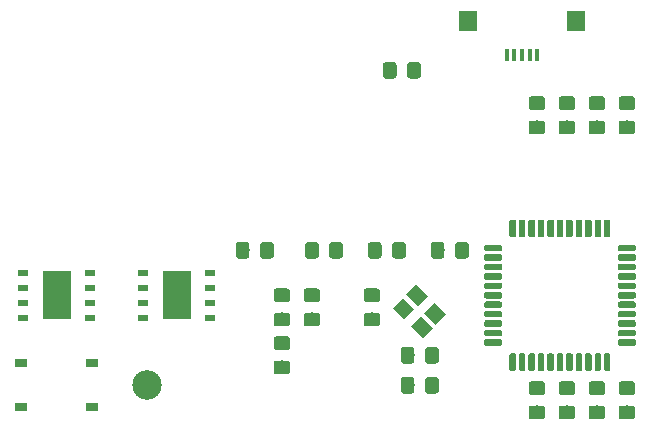
<source format=gbp>
G04 #@! TF.GenerationSoftware,KiCad,Pcbnew,(5.1.4-0-10_14)*
G04 #@! TF.CreationDate,2020-04-02T23:17:02+02:00*
G04 #@! TF.ProjectId,threeboard,74687265-6562-46f6-9172-642e6b696361,rev?*
G04 #@! TF.SameCoordinates,Original*
G04 #@! TF.FileFunction,Paste,Bot*
G04 #@! TF.FilePolarity,Positive*
%FSLAX46Y46*%
G04 Gerber Fmt 4.6, Leading zero omitted, Abs format (unit mm)*
G04 Created by KiCad (PCBNEW (5.1.4-0-10_14)) date 2020-04-02 23:17:02*
%MOMM*%
%LPD*%
G04 APERTURE LIST*
%ADD10R,1.600000X1.800000*%
%ADD11R,0.400000X1.000000*%
%ADD12R,0.965200X0.482600*%
%ADD13R,2.362200X4.140200*%
%ADD14C,0.100000*%
%ADD15C,0.550000*%
%ADD16C,1.200000*%
%ADD17R,1.000000X0.700000*%
%ADD18C,2.500000*%
%ADD19C,1.150000*%
G04 APERTURE END LIST*
D10*
X90491250Y-28700000D03*
X99691250Y-28700000D03*
D11*
X96391250Y-31550000D03*
X95741250Y-31550000D03*
X95091250Y-31550000D03*
X94441250Y-31550000D03*
X93791250Y-31550000D03*
D12*
X63036450Y-53816250D03*
X63036450Y-52546250D03*
X63036450Y-51276250D03*
X63036450Y-50006250D03*
X68726050Y-50006250D03*
X68726050Y-51276250D03*
X68726050Y-52546250D03*
X68726050Y-53816250D03*
D13*
X65881250Y-51911250D03*
D12*
X52876450Y-53816250D03*
X52876450Y-52546250D03*
X52876450Y-51276250D03*
X52876450Y-50006250D03*
X58566050Y-50006250D03*
X58566050Y-51276250D03*
X58566050Y-52546250D03*
X58566050Y-53816250D03*
D13*
X55721250Y-51911250D03*
D14*
G36*
X104594727Y-55636912D02*
G01*
X104608075Y-55638892D01*
X104621164Y-55642171D01*
X104633869Y-55646717D01*
X104646067Y-55652486D01*
X104657641Y-55659423D01*
X104668479Y-55667461D01*
X104678477Y-55676523D01*
X104687539Y-55686521D01*
X104695577Y-55697359D01*
X104702514Y-55708933D01*
X104708283Y-55721131D01*
X104712829Y-55733836D01*
X104716108Y-55746925D01*
X104718088Y-55760273D01*
X104718750Y-55773750D01*
X104718750Y-56048750D01*
X104718088Y-56062227D01*
X104716108Y-56075575D01*
X104712829Y-56088664D01*
X104708283Y-56101369D01*
X104702514Y-56113567D01*
X104695577Y-56125141D01*
X104687539Y-56135979D01*
X104678477Y-56145977D01*
X104668479Y-56155039D01*
X104657641Y-56163077D01*
X104646067Y-56170014D01*
X104633869Y-56175783D01*
X104621164Y-56180329D01*
X104608075Y-56183608D01*
X104594727Y-56185588D01*
X104581250Y-56186250D01*
X103381250Y-56186250D01*
X103367773Y-56185588D01*
X103354425Y-56183608D01*
X103341336Y-56180329D01*
X103328631Y-56175783D01*
X103316433Y-56170014D01*
X103304859Y-56163077D01*
X103294021Y-56155039D01*
X103284023Y-56145977D01*
X103274961Y-56135979D01*
X103266923Y-56125141D01*
X103259986Y-56113567D01*
X103254217Y-56101369D01*
X103249671Y-56088664D01*
X103246392Y-56075575D01*
X103244412Y-56062227D01*
X103243750Y-56048750D01*
X103243750Y-55773750D01*
X103244412Y-55760273D01*
X103246392Y-55746925D01*
X103249671Y-55733836D01*
X103254217Y-55721131D01*
X103259986Y-55708933D01*
X103266923Y-55697359D01*
X103274961Y-55686521D01*
X103284023Y-55676523D01*
X103294021Y-55667461D01*
X103304859Y-55659423D01*
X103316433Y-55652486D01*
X103328631Y-55646717D01*
X103341336Y-55642171D01*
X103354425Y-55638892D01*
X103367773Y-55636912D01*
X103381250Y-55636250D01*
X104581250Y-55636250D01*
X104594727Y-55636912D01*
X104594727Y-55636912D01*
G37*
D15*
X103981250Y-55911250D03*
D14*
G36*
X104594727Y-54836912D02*
G01*
X104608075Y-54838892D01*
X104621164Y-54842171D01*
X104633869Y-54846717D01*
X104646067Y-54852486D01*
X104657641Y-54859423D01*
X104668479Y-54867461D01*
X104678477Y-54876523D01*
X104687539Y-54886521D01*
X104695577Y-54897359D01*
X104702514Y-54908933D01*
X104708283Y-54921131D01*
X104712829Y-54933836D01*
X104716108Y-54946925D01*
X104718088Y-54960273D01*
X104718750Y-54973750D01*
X104718750Y-55248750D01*
X104718088Y-55262227D01*
X104716108Y-55275575D01*
X104712829Y-55288664D01*
X104708283Y-55301369D01*
X104702514Y-55313567D01*
X104695577Y-55325141D01*
X104687539Y-55335979D01*
X104678477Y-55345977D01*
X104668479Y-55355039D01*
X104657641Y-55363077D01*
X104646067Y-55370014D01*
X104633869Y-55375783D01*
X104621164Y-55380329D01*
X104608075Y-55383608D01*
X104594727Y-55385588D01*
X104581250Y-55386250D01*
X103381250Y-55386250D01*
X103367773Y-55385588D01*
X103354425Y-55383608D01*
X103341336Y-55380329D01*
X103328631Y-55375783D01*
X103316433Y-55370014D01*
X103304859Y-55363077D01*
X103294021Y-55355039D01*
X103284023Y-55345977D01*
X103274961Y-55335979D01*
X103266923Y-55325141D01*
X103259986Y-55313567D01*
X103254217Y-55301369D01*
X103249671Y-55288664D01*
X103246392Y-55275575D01*
X103244412Y-55262227D01*
X103243750Y-55248750D01*
X103243750Y-54973750D01*
X103244412Y-54960273D01*
X103246392Y-54946925D01*
X103249671Y-54933836D01*
X103254217Y-54921131D01*
X103259986Y-54908933D01*
X103266923Y-54897359D01*
X103274961Y-54886521D01*
X103284023Y-54876523D01*
X103294021Y-54867461D01*
X103304859Y-54859423D01*
X103316433Y-54852486D01*
X103328631Y-54846717D01*
X103341336Y-54842171D01*
X103354425Y-54838892D01*
X103367773Y-54836912D01*
X103381250Y-54836250D01*
X104581250Y-54836250D01*
X104594727Y-54836912D01*
X104594727Y-54836912D01*
G37*
D15*
X103981250Y-55111250D03*
D14*
G36*
X104594727Y-54036912D02*
G01*
X104608075Y-54038892D01*
X104621164Y-54042171D01*
X104633869Y-54046717D01*
X104646067Y-54052486D01*
X104657641Y-54059423D01*
X104668479Y-54067461D01*
X104678477Y-54076523D01*
X104687539Y-54086521D01*
X104695577Y-54097359D01*
X104702514Y-54108933D01*
X104708283Y-54121131D01*
X104712829Y-54133836D01*
X104716108Y-54146925D01*
X104718088Y-54160273D01*
X104718750Y-54173750D01*
X104718750Y-54448750D01*
X104718088Y-54462227D01*
X104716108Y-54475575D01*
X104712829Y-54488664D01*
X104708283Y-54501369D01*
X104702514Y-54513567D01*
X104695577Y-54525141D01*
X104687539Y-54535979D01*
X104678477Y-54545977D01*
X104668479Y-54555039D01*
X104657641Y-54563077D01*
X104646067Y-54570014D01*
X104633869Y-54575783D01*
X104621164Y-54580329D01*
X104608075Y-54583608D01*
X104594727Y-54585588D01*
X104581250Y-54586250D01*
X103381250Y-54586250D01*
X103367773Y-54585588D01*
X103354425Y-54583608D01*
X103341336Y-54580329D01*
X103328631Y-54575783D01*
X103316433Y-54570014D01*
X103304859Y-54563077D01*
X103294021Y-54555039D01*
X103284023Y-54545977D01*
X103274961Y-54535979D01*
X103266923Y-54525141D01*
X103259986Y-54513567D01*
X103254217Y-54501369D01*
X103249671Y-54488664D01*
X103246392Y-54475575D01*
X103244412Y-54462227D01*
X103243750Y-54448750D01*
X103243750Y-54173750D01*
X103244412Y-54160273D01*
X103246392Y-54146925D01*
X103249671Y-54133836D01*
X103254217Y-54121131D01*
X103259986Y-54108933D01*
X103266923Y-54097359D01*
X103274961Y-54086521D01*
X103284023Y-54076523D01*
X103294021Y-54067461D01*
X103304859Y-54059423D01*
X103316433Y-54052486D01*
X103328631Y-54046717D01*
X103341336Y-54042171D01*
X103354425Y-54038892D01*
X103367773Y-54036912D01*
X103381250Y-54036250D01*
X104581250Y-54036250D01*
X104594727Y-54036912D01*
X104594727Y-54036912D01*
G37*
D15*
X103981250Y-54311250D03*
D14*
G36*
X104594727Y-53236912D02*
G01*
X104608075Y-53238892D01*
X104621164Y-53242171D01*
X104633869Y-53246717D01*
X104646067Y-53252486D01*
X104657641Y-53259423D01*
X104668479Y-53267461D01*
X104678477Y-53276523D01*
X104687539Y-53286521D01*
X104695577Y-53297359D01*
X104702514Y-53308933D01*
X104708283Y-53321131D01*
X104712829Y-53333836D01*
X104716108Y-53346925D01*
X104718088Y-53360273D01*
X104718750Y-53373750D01*
X104718750Y-53648750D01*
X104718088Y-53662227D01*
X104716108Y-53675575D01*
X104712829Y-53688664D01*
X104708283Y-53701369D01*
X104702514Y-53713567D01*
X104695577Y-53725141D01*
X104687539Y-53735979D01*
X104678477Y-53745977D01*
X104668479Y-53755039D01*
X104657641Y-53763077D01*
X104646067Y-53770014D01*
X104633869Y-53775783D01*
X104621164Y-53780329D01*
X104608075Y-53783608D01*
X104594727Y-53785588D01*
X104581250Y-53786250D01*
X103381250Y-53786250D01*
X103367773Y-53785588D01*
X103354425Y-53783608D01*
X103341336Y-53780329D01*
X103328631Y-53775783D01*
X103316433Y-53770014D01*
X103304859Y-53763077D01*
X103294021Y-53755039D01*
X103284023Y-53745977D01*
X103274961Y-53735979D01*
X103266923Y-53725141D01*
X103259986Y-53713567D01*
X103254217Y-53701369D01*
X103249671Y-53688664D01*
X103246392Y-53675575D01*
X103244412Y-53662227D01*
X103243750Y-53648750D01*
X103243750Y-53373750D01*
X103244412Y-53360273D01*
X103246392Y-53346925D01*
X103249671Y-53333836D01*
X103254217Y-53321131D01*
X103259986Y-53308933D01*
X103266923Y-53297359D01*
X103274961Y-53286521D01*
X103284023Y-53276523D01*
X103294021Y-53267461D01*
X103304859Y-53259423D01*
X103316433Y-53252486D01*
X103328631Y-53246717D01*
X103341336Y-53242171D01*
X103354425Y-53238892D01*
X103367773Y-53236912D01*
X103381250Y-53236250D01*
X104581250Y-53236250D01*
X104594727Y-53236912D01*
X104594727Y-53236912D01*
G37*
D15*
X103981250Y-53511250D03*
D14*
G36*
X104594727Y-52436912D02*
G01*
X104608075Y-52438892D01*
X104621164Y-52442171D01*
X104633869Y-52446717D01*
X104646067Y-52452486D01*
X104657641Y-52459423D01*
X104668479Y-52467461D01*
X104678477Y-52476523D01*
X104687539Y-52486521D01*
X104695577Y-52497359D01*
X104702514Y-52508933D01*
X104708283Y-52521131D01*
X104712829Y-52533836D01*
X104716108Y-52546925D01*
X104718088Y-52560273D01*
X104718750Y-52573750D01*
X104718750Y-52848750D01*
X104718088Y-52862227D01*
X104716108Y-52875575D01*
X104712829Y-52888664D01*
X104708283Y-52901369D01*
X104702514Y-52913567D01*
X104695577Y-52925141D01*
X104687539Y-52935979D01*
X104678477Y-52945977D01*
X104668479Y-52955039D01*
X104657641Y-52963077D01*
X104646067Y-52970014D01*
X104633869Y-52975783D01*
X104621164Y-52980329D01*
X104608075Y-52983608D01*
X104594727Y-52985588D01*
X104581250Y-52986250D01*
X103381250Y-52986250D01*
X103367773Y-52985588D01*
X103354425Y-52983608D01*
X103341336Y-52980329D01*
X103328631Y-52975783D01*
X103316433Y-52970014D01*
X103304859Y-52963077D01*
X103294021Y-52955039D01*
X103284023Y-52945977D01*
X103274961Y-52935979D01*
X103266923Y-52925141D01*
X103259986Y-52913567D01*
X103254217Y-52901369D01*
X103249671Y-52888664D01*
X103246392Y-52875575D01*
X103244412Y-52862227D01*
X103243750Y-52848750D01*
X103243750Y-52573750D01*
X103244412Y-52560273D01*
X103246392Y-52546925D01*
X103249671Y-52533836D01*
X103254217Y-52521131D01*
X103259986Y-52508933D01*
X103266923Y-52497359D01*
X103274961Y-52486521D01*
X103284023Y-52476523D01*
X103294021Y-52467461D01*
X103304859Y-52459423D01*
X103316433Y-52452486D01*
X103328631Y-52446717D01*
X103341336Y-52442171D01*
X103354425Y-52438892D01*
X103367773Y-52436912D01*
X103381250Y-52436250D01*
X104581250Y-52436250D01*
X104594727Y-52436912D01*
X104594727Y-52436912D01*
G37*
D15*
X103981250Y-52711250D03*
D14*
G36*
X104594727Y-51636912D02*
G01*
X104608075Y-51638892D01*
X104621164Y-51642171D01*
X104633869Y-51646717D01*
X104646067Y-51652486D01*
X104657641Y-51659423D01*
X104668479Y-51667461D01*
X104678477Y-51676523D01*
X104687539Y-51686521D01*
X104695577Y-51697359D01*
X104702514Y-51708933D01*
X104708283Y-51721131D01*
X104712829Y-51733836D01*
X104716108Y-51746925D01*
X104718088Y-51760273D01*
X104718750Y-51773750D01*
X104718750Y-52048750D01*
X104718088Y-52062227D01*
X104716108Y-52075575D01*
X104712829Y-52088664D01*
X104708283Y-52101369D01*
X104702514Y-52113567D01*
X104695577Y-52125141D01*
X104687539Y-52135979D01*
X104678477Y-52145977D01*
X104668479Y-52155039D01*
X104657641Y-52163077D01*
X104646067Y-52170014D01*
X104633869Y-52175783D01*
X104621164Y-52180329D01*
X104608075Y-52183608D01*
X104594727Y-52185588D01*
X104581250Y-52186250D01*
X103381250Y-52186250D01*
X103367773Y-52185588D01*
X103354425Y-52183608D01*
X103341336Y-52180329D01*
X103328631Y-52175783D01*
X103316433Y-52170014D01*
X103304859Y-52163077D01*
X103294021Y-52155039D01*
X103284023Y-52145977D01*
X103274961Y-52135979D01*
X103266923Y-52125141D01*
X103259986Y-52113567D01*
X103254217Y-52101369D01*
X103249671Y-52088664D01*
X103246392Y-52075575D01*
X103244412Y-52062227D01*
X103243750Y-52048750D01*
X103243750Y-51773750D01*
X103244412Y-51760273D01*
X103246392Y-51746925D01*
X103249671Y-51733836D01*
X103254217Y-51721131D01*
X103259986Y-51708933D01*
X103266923Y-51697359D01*
X103274961Y-51686521D01*
X103284023Y-51676523D01*
X103294021Y-51667461D01*
X103304859Y-51659423D01*
X103316433Y-51652486D01*
X103328631Y-51646717D01*
X103341336Y-51642171D01*
X103354425Y-51638892D01*
X103367773Y-51636912D01*
X103381250Y-51636250D01*
X104581250Y-51636250D01*
X104594727Y-51636912D01*
X104594727Y-51636912D01*
G37*
D15*
X103981250Y-51911250D03*
D14*
G36*
X104594727Y-50836912D02*
G01*
X104608075Y-50838892D01*
X104621164Y-50842171D01*
X104633869Y-50846717D01*
X104646067Y-50852486D01*
X104657641Y-50859423D01*
X104668479Y-50867461D01*
X104678477Y-50876523D01*
X104687539Y-50886521D01*
X104695577Y-50897359D01*
X104702514Y-50908933D01*
X104708283Y-50921131D01*
X104712829Y-50933836D01*
X104716108Y-50946925D01*
X104718088Y-50960273D01*
X104718750Y-50973750D01*
X104718750Y-51248750D01*
X104718088Y-51262227D01*
X104716108Y-51275575D01*
X104712829Y-51288664D01*
X104708283Y-51301369D01*
X104702514Y-51313567D01*
X104695577Y-51325141D01*
X104687539Y-51335979D01*
X104678477Y-51345977D01*
X104668479Y-51355039D01*
X104657641Y-51363077D01*
X104646067Y-51370014D01*
X104633869Y-51375783D01*
X104621164Y-51380329D01*
X104608075Y-51383608D01*
X104594727Y-51385588D01*
X104581250Y-51386250D01*
X103381250Y-51386250D01*
X103367773Y-51385588D01*
X103354425Y-51383608D01*
X103341336Y-51380329D01*
X103328631Y-51375783D01*
X103316433Y-51370014D01*
X103304859Y-51363077D01*
X103294021Y-51355039D01*
X103284023Y-51345977D01*
X103274961Y-51335979D01*
X103266923Y-51325141D01*
X103259986Y-51313567D01*
X103254217Y-51301369D01*
X103249671Y-51288664D01*
X103246392Y-51275575D01*
X103244412Y-51262227D01*
X103243750Y-51248750D01*
X103243750Y-50973750D01*
X103244412Y-50960273D01*
X103246392Y-50946925D01*
X103249671Y-50933836D01*
X103254217Y-50921131D01*
X103259986Y-50908933D01*
X103266923Y-50897359D01*
X103274961Y-50886521D01*
X103284023Y-50876523D01*
X103294021Y-50867461D01*
X103304859Y-50859423D01*
X103316433Y-50852486D01*
X103328631Y-50846717D01*
X103341336Y-50842171D01*
X103354425Y-50838892D01*
X103367773Y-50836912D01*
X103381250Y-50836250D01*
X104581250Y-50836250D01*
X104594727Y-50836912D01*
X104594727Y-50836912D01*
G37*
D15*
X103981250Y-51111250D03*
D14*
G36*
X104594727Y-50036912D02*
G01*
X104608075Y-50038892D01*
X104621164Y-50042171D01*
X104633869Y-50046717D01*
X104646067Y-50052486D01*
X104657641Y-50059423D01*
X104668479Y-50067461D01*
X104678477Y-50076523D01*
X104687539Y-50086521D01*
X104695577Y-50097359D01*
X104702514Y-50108933D01*
X104708283Y-50121131D01*
X104712829Y-50133836D01*
X104716108Y-50146925D01*
X104718088Y-50160273D01*
X104718750Y-50173750D01*
X104718750Y-50448750D01*
X104718088Y-50462227D01*
X104716108Y-50475575D01*
X104712829Y-50488664D01*
X104708283Y-50501369D01*
X104702514Y-50513567D01*
X104695577Y-50525141D01*
X104687539Y-50535979D01*
X104678477Y-50545977D01*
X104668479Y-50555039D01*
X104657641Y-50563077D01*
X104646067Y-50570014D01*
X104633869Y-50575783D01*
X104621164Y-50580329D01*
X104608075Y-50583608D01*
X104594727Y-50585588D01*
X104581250Y-50586250D01*
X103381250Y-50586250D01*
X103367773Y-50585588D01*
X103354425Y-50583608D01*
X103341336Y-50580329D01*
X103328631Y-50575783D01*
X103316433Y-50570014D01*
X103304859Y-50563077D01*
X103294021Y-50555039D01*
X103284023Y-50545977D01*
X103274961Y-50535979D01*
X103266923Y-50525141D01*
X103259986Y-50513567D01*
X103254217Y-50501369D01*
X103249671Y-50488664D01*
X103246392Y-50475575D01*
X103244412Y-50462227D01*
X103243750Y-50448750D01*
X103243750Y-50173750D01*
X103244412Y-50160273D01*
X103246392Y-50146925D01*
X103249671Y-50133836D01*
X103254217Y-50121131D01*
X103259986Y-50108933D01*
X103266923Y-50097359D01*
X103274961Y-50086521D01*
X103284023Y-50076523D01*
X103294021Y-50067461D01*
X103304859Y-50059423D01*
X103316433Y-50052486D01*
X103328631Y-50046717D01*
X103341336Y-50042171D01*
X103354425Y-50038892D01*
X103367773Y-50036912D01*
X103381250Y-50036250D01*
X104581250Y-50036250D01*
X104594727Y-50036912D01*
X104594727Y-50036912D01*
G37*
D15*
X103981250Y-50311250D03*
D14*
G36*
X104594727Y-49236912D02*
G01*
X104608075Y-49238892D01*
X104621164Y-49242171D01*
X104633869Y-49246717D01*
X104646067Y-49252486D01*
X104657641Y-49259423D01*
X104668479Y-49267461D01*
X104678477Y-49276523D01*
X104687539Y-49286521D01*
X104695577Y-49297359D01*
X104702514Y-49308933D01*
X104708283Y-49321131D01*
X104712829Y-49333836D01*
X104716108Y-49346925D01*
X104718088Y-49360273D01*
X104718750Y-49373750D01*
X104718750Y-49648750D01*
X104718088Y-49662227D01*
X104716108Y-49675575D01*
X104712829Y-49688664D01*
X104708283Y-49701369D01*
X104702514Y-49713567D01*
X104695577Y-49725141D01*
X104687539Y-49735979D01*
X104678477Y-49745977D01*
X104668479Y-49755039D01*
X104657641Y-49763077D01*
X104646067Y-49770014D01*
X104633869Y-49775783D01*
X104621164Y-49780329D01*
X104608075Y-49783608D01*
X104594727Y-49785588D01*
X104581250Y-49786250D01*
X103381250Y-49786250D01*
X103367773Y-49785588D01*
X103354425Y-49783608D01*
X103341336Y-49780329D01*
X103328631Y-49775783D01*
X103316433Y-49770014D01*
X103304859Y-49763077D01*
X103294021Y-49755039D01*
X103284023Y-49745977D01*
X103274961Y-49735979D01*
X103266923Y-49725141D01*
X103259986Y-49713567D01*
X103254217Y-49701369D01*
X103249671Y-49688664D01*
X103246392Y-49675575D01*
X103244412Y-49662227D01*
X103243750Y-49648750D01*
X103243750Y-49373750D01*
X103244412Y-49360273D01*
X103246392Y-49346925D01*
X103249671Y-49333836D01*
X103254217Y-49321131D01*
X103259986Y-49308933D01*
X103266923Y-49297359D01*
X103274961Y-49286521D01*
X103284023Y-49276523D01*
X103294021Y-49267461D01*
X103304859Y-49259423D01*
X103316433Y-49252486D01*
X103328631Y-49246717D01*
X103341336Y-49242171D01*
X103354425Y-49238892D01*
X103367773Y-49236912D01*
X103381250Y-49236250D01*
X104581250Y-49236250D01*
X104594727Y-49236912D01*
X104594727Y-49236912D01*
G37*
D15*
X103981250Y-49511250D03*
D14*
G36*
X104594727Y-48436912D02*
G01*
X104608075Y-48438892D01*
X104621164Y-48442171D01*
X104633869Y-48446717D01*
X104646067Y-48452486D01*
X104657641Y-48459423D01*
X104668479Y-48467461D01*
X104678477Y-48476523D01*
X104687539Y-48486521D01*
X104695577Y-48497359D01*
X104702514Y-48508933D01*
X104708283Y-48521131D01*
X104712829Y-48533836D01*
X104716108Y-48546925D01*
X104718088Y-48560273D01*
X104718750Y-48573750D01*
X104718750Y-48848750D01*
X104718088Y-48862227D01*
X104716108Y-48875575D01*
X104712829Y-48888664D01*
X104708283Y-48901369D01*
X104702514Y-48913567D01*
X104695577Y-48925141D01*
X104687539Y-48935979D01*
X104678477Y-48945977D01*
X104668479Y-48955039D01*
X104657641Y-48963077D01*
X104646067Y-48970014D01*
X104633869Y-48975783D01*
X104621164Y-48980329D01*
X104608075Y-48983608D01*
X104594727Y-48985588D01*
X104581250Y-48986250D01*
X103381250Y-48986250D01*
X103367773Y-48985588D01*
X103354425Y-48983608D01*
X103341336Y-48980329D01*
X103328631Y-48975783D01*
X103316433Y-48970014D01*
X103304859Y-48963077D01*
X103294021Y-48955039D01*
X103284023Y-48945977D01*
X103274961Y-48935979D01*
X103266923Y-48925141D01*
X103259986Y-48913567D01*
X103254217Y-48901369D01*
X103249671Y-48888664D01*
X103246392Y-48875575D01*
X103244412Y-48862227D01*
X103243750Y-48848750D01*
X103243750Y-48573750D01*
X103244412Y-48560273D01*
X103246392Y-48546925D01*
X103249671Y-48533836D01*
X103254217Y-48521131D01*
X103259986Y-48508933D01*
X103266923Y-48497359D01*
X103274961Y-48486521D01*
X103284023Y-48476523D01*
X103294021Y-48467461D01*
X103304859Y-48459423D01*
X103316433Y-48452486D01*
X103328631Y-48446717D01*
X103341336Y-48442171D01*
X103354425Y-48438892D01*
X103367773Y-48436912D01*
X103381250Y-48436250D01*
X104581250Y-48436250D01*
X104594727Y-48436912D01*
X104594727Y-48436912D01*
G37*
D15*
X103981250Y-48711250D03*
D14*
G36*
X104594727Y-47636912D02*
G01*
X104608075Y-47638892D01*
X104621164Y-47642171D01*
X104633869Y-47646717D01*
X104646067Y-47652486D01*
X104657641Y-47659423D01*
X104668479Y-47667461D01*
X104678477Y-47676523D01*
X104687539Y-47686521D01*
X104695577Y-47697359D01*
X104702514Y-47708933D01*
X104708283Y-47721131D01*
X104712829Y-47733836D01*
X104716108Y-47746925D01*
X104718088Y-47760273D01*
X104718750Y-47773750D01*
X104718750Y-48048750D01*
X104718088Y-48062227D01*
X104716108Y-48075575D01*
X104712829Y-48088664D01*
X104708283Y-48101369D01*
X104702514Y-48113567D01*
X104695577Y-48125141D01*
X104687539Y-48135979D01*
X104678477Y-48145977D01*
X104668479Y-48155039D01*
X104657641Y-48163077D01*
X104646067Y-48170014D01*
X104633869Y-48175783D01*
X104621164Y-48180329D01*
X104608075Y-48183608D01*
X104594727Y-48185588D01*
X104581250Y-48186250D01*
X103381250Y-48186250D01*
X103367773Y-48185588D01*
X103354425Y-48183608D01*
X103341336Y-48180329D01*
X103328631Y-48175783D01*
X103316433Y-48170014D01*
X103304859Y-48163077D01*
X103294021Y-48155039D01*
X103284023Y-48145977D01*
X103274961Y-48135979D01*
X103266923Y-48125141D01*
X103259986Y-48113567D01*
X103254217Y-48101369D01*
X103249671Y-48088664D01*
X103246392Y-48075575D01*
X103244412Y-48062227D01*
X103243750Y-48048750D01*
X103243750Y-47773750D01*
X103244412Y-47760273D01*
X103246392Y-47746925D01*
X103249671Y-47733836D01*
X103254217Y-47721131D01*
X103259986Y-47708933D01*
X103266923Y-47697359D01*
X103274961Y-47686521D01*
X103284023Y-47676523D01*
X103294021Y-47667461D01*
X103304859Y-47659423D01*
X103316433Y-47652486D01*
X103328631Y-47646717D01*
X103341336Y-47642171D01*
X103354425Y-47638892D01*
X103367773Y-47636912D01*
X103381250Y-47636250D01*
X104581250Y-47636250D01*
X104594727Y-47636912D01*
X104594727Y-47636912D01*
G37*
D15*
X103981250Y-47911250D03*
D14*
G36*
X102469727Y-45511912D02*
G01*
X102483075Y-45513892D01*
X102496164Y-45517171D01*
X102508869Y-45521717D01*
X102521067Y-45527486D01*
X102532641Y-45534423D01*
X102543479Y-45542461D01*
X102553477Y-45551523D01*
X102562539Y-45561521D01*
X102570577Y-45572359D01*
X102577514Y-45583933D01*
X102583283Y-45596131D01*
X102587829Y-45608836D01*
X102591108Y-45621925D01*
X102593088Y-45635273D01*
X102593750Y-45648750D01*
X102593750Y-46848750D01*
X102593088Y-46862227D01*
X102591108Y-46875575D01*
X102587829Y-46888664D01*
X102583283Y-46901369D01*
X102577514Y-46913567D01*
X102570577Y-46925141D01*
X102562539Y-46935979D01*
X102553477Y-46945977D01*
X102543479Y-46955039D01*
X102532641Y-46963077D01*
X102521067Y-46970014D01*
X102508869Y-46975783D01*
X102496164Y-46980329D01*
X102483075Y-46983608D01*
X102469727Y-46985588D01*
X102456250Y-46986250D01*
X102181250Y-46986250D01*
X102167773Y-46985588D01*
X102154425Y-46983608D01*
X102141336Y-46980329D01*
X102128631Y-46975783D01*
X102116433Y-46970014D01*
X102104859Y-46963077D01*
X102094021Y-46955039D01*
X102084023Y-46945977D01*
X102074961Y-46935979D01*
X102066923Y-46925141D01*
X102059986Y-46913567D01*
X102054217Y-46901369D01*
X102049671Y-46888664D01*
X102046392Y-46875575D01*
X102044412Y-46862227D01*
X102043750Y-46848750D01*
X102043750Y-45648750D01*
X102044412Y-45635273D01*
X102046392Y-45621925D01*
X102049671Y-45608836D01*
X102054217Y-45596131D01*
X102059986Y-45583933D01*
X102066923Y-45572359D01*
X102074961Y-45561521D01*
X102084023Y-45551523D01*
X102094021Y-45542461D01*
X102104859Y-45534423D01*
X102116433Y-45527486D01*
X102128631Y-45521717D01*
X102141336Y-45517171D01*
X102154425Y-45513892D01*
X102167773Y-45511912D01*
X102181250Y-45511250D01*
X102456250Y-45511250D01*
X102469727Y-45511912D01*
X102469727Y-45511912D01*
G37*
D15*
X102318750Y-46248750D03*
D14*
G36*
X101669727Y-45511912D02*
G01*
X101683075Y-45513892D01*
X101696164Y-45517171D01*
X101708869Y-45521717D01*
X101721067Y-45527486D01*
X101732641Y-45534423D01*
X101743479Y-45542461D01*
X101753477Y-45551523D01*
X101762539Y-45561521D01*
X101770577Y-45572359D01*
X101777514Y-45583933D01*
X101783283Y-45596131D01*
X101787829Y-45608836D01*
X101791108Y-45621925D01*
X101793088Y-45635273D01*
X101793750Y-45648750D01*
X101793750Y-46848750D01*
X101793088Y-46862227D01*
X101791108Y-46875575D01*
X101787829Y-46888664D01*
X101783283Y-46901369D01*
X101777514Y-46913567D01*
X101770577Y-46925141D01*
X101762539Y-46935979D01*
X101753477Y-46945977D01*
X101743479Y-46955039D01*
X101732641Y-46963077D01*
X101721067Y-46970014D01*
X101708869Y-46975783D01*
X101696164Y-46980329D01*
X101683075Y-46983608D01*
X101669727Y-46985588D01*
X101656250Y-46986250D01*
X101381250Y-46986250D01*
X101367773Y-46985588D01*
X101354425Y-46983608D01*
X101341336Y-46980329D01*
X101328631Y-46975783D01*
X101316433Y-46970014D01*
X101304859Y-46963077D01*
X101294021Y-46955039D01*
X101284023Y-46945977D01*
X101274961Y-46935979D01*
X101266923Y-46925141D01*
X101259986Y-46913567D01*
X101254217Y-46901369D01*
X101249671Y-46888664D01*
X101246392Y-46875575D01*
X101244412Y-46862227D01*
X101243750Y-46848750D01*
X101243750Y-45648750D01*
X101244412Y-45635273D01*
X101246392Y-45621925D01*
X101249671Y-45608836D01*
X101254217Y-45596131D01*
X101259986Y-45583933D01*
X101266923Y-45572359D01*
X101274961Y-45561521D01*
X101284023Y-45551523D01*
X101294021Y-45542461D01*
X101304859Y-45534423D01*
X101316433Y-45527486D01*
X101328631Y-45521717D01*
X101341336Y-45517171D01*
X101354425Y-45513892D01*
X101367773Y-45511912D01*
X101381250Y-45511250D01*
X101656250Y-45511250D01*
X101669727Y-45511912D01*
X101669727Y-45511912D01*
G37*
D15*
X101518750Y-46248750D03*
D14*
G36*
X100869727Y-45511912D02*
G01*
X100883075Y-45513892D01*
X100896164Y-45517171D01*
X100908869Y-45521717D01*
X100921067Y-45527486D01*
X100932641Y-45534423D01*
X100943479Y-45542461D01*
X100953477Y-45551523D01*
X100962539Y-45561521D01*
X100970577Y-45572359D01*
X100977514Y-45583933D01*
X100983283Y-45596131D01*
X100987829Y-45608836D01*
X100991108Y-45621925D01*
X100993088Y-45635273D01*
X100993750Y-45648750D01*
X100993750Y-46848750D01*
X100993088Y-46862227D01*
X100991108Y-46875575D01*
X100987829Y-46888664D01*
X100983283Y-46901369D01*
X100977514Y-46913567D01*
X100970577Y-46925141D01*
X100962539Y-46935979D01*
X100953477Y-46945977D01*
X100943479Y-46955039D01*
X100932641Y-46963077D01*
X100921067Y-46970014D01*
X100908869Y-46975783D01*
X100896164Y-46980329D01*
X100883075Y-46983608D01*
X100869727Y-46985588D01*
X100856250Y-46986250D01*
X100581250Y-46986250D01*
X100567773Y-46985588D01*
X100554425Y-46983608D01*
X100541336Y-46980329D01*
X100528631Y-46975783D01*
X100516433Y-46970014D01*
X100504859Y-46963077D01*
X100494021Y-46955039D01*
X100484023Y-46945977D01*
X100474961Y-46935979D01*
X100466923Y-46925141D01*
X100459986Y-46913567D01*
X100454217Y-46901369D01*
X100449671Y-46888664D01*
X100446392Y-46875575D01*
X100444412Y-46862227D01*
X100443750Y-46848750D01*
X100443750Y-45648750D01*
X100444412Y-45635273D01*
X100446392Y-45621925D01*
X100449671Y-45608836D01*
X100454217Y-45596131D01*
X100459986Y-45583933D01*
X100466923Y-45572359D01*
X100474961Y-45561521D01*
X100484023Y-45551523D01*
X100494021Y-45542461D01*
X100504859Y-45534423D01*
X100516433Y-45527486D01*
X100528631Y-45521717D01*
X100541336Y-45517171D01*
X100554425Y-45513892D01*
X100567773Y-45511912D01*
X100581250Y-45511250D01*
X100856250Y-45511250D01*
X100869727Y-45511912D01*
X100869727Y-45511912D01*
G37*
D15*
X100718750Y-46248750D03*
D14*
G36*
X100069727Y-45511912D02*
G01*
X100083075Y-45513892D01*
X100096164Y-45517171D01*
X100108869Y-45521717D01*
X100121067Y-45527486D01*
X100132641Y-45534423D01*
X100143479Y-45542461D01*
X100153477Y-45551523D01*
X100162539Y-45561521D01*
X100170577Y-45572359D01*
X100177514Y-45583933D01*
X100183283Y-45596131D01*
X100187829Y-45608836D01*
X100191108Y-45621925D01*
X100193088Y-45635273D01*
X100193750Y-45648750D01*
X100193750Y-46848750D01*
X100193088Y-46862227D01*
X100191108Y-46875575D01*
X100187829Y-46888664D01*
X100183283Y-46901369D01*
X100177514Y-46913567D01*
X100170577Y-46925141D01*
X100162539Y-46935979D01*
X100153477Y-46945977D01*
X100143479Y-46955039D01*
X100132641Y-46963077D01*
X100121067Y-46970014D01*
X100108869Y-46975783D01*
X100096164Y-46980329D01*
X100083075Y-46983608D01*
X100069727Y-46985588D01*
X100056250Y-46986250D01*
X99781250Y-46986250D01*
X99767773Y-46985588D01*
X99754425Y-46983608D01*
X99741336Y-46980329D01*
X99728631Y-46975783D01*
X99716433Y-46970014D01*
X99704859Y-46963077D01*
X99694021Y-46955039D01*
X99684023Y-46945977D01*
X99674961Y-46935979D01*
X99666923Y-46925141D01*
X99659986Y-46913567D01*
X99654217Y-46901369D01*
X99649671Y-46888664D01*
X99646392Y-46875575D01*
X99644412Y-46862227D01*
X99643750Y-46848750D01*
X99643750Y-45648750D01*
X99644412Y-45635273D01*
X99646392Y-45621925D01*
X99649671Y-45608836D01*
X99654217Y-45596131D01*
X99659986Y-45583933D01*
X99666923Y-45572359D01*
X99674961Y-45561521D01*
X99684023Y-45551523D01*
X99694021Y-45542461D01*
X99704859Y-45534423D01*
X99716433Y-45527486D01*
X99728631Y-45521717D01*
X99741336Y-45517171D01*
X99754425Y-45513892D01*
X99767773Y-45511912D01*
X99781250Y-45511250D01*
X100056250Y-45511250D01*
X100069727Y-45511912D01*
X100069727Y-45511912D01*
G37*
D15*
X99918750Y-46248750D03*
D14*
G36*
X99269727Y-45511912D02*
G01*
X99283075Y-45513892D01*
X99296164Y-45517171D01*
X99308869Y-45521717D01*
X99321067Y-45527486D01*
X99332641Y-45534423D01*
X99343479Y-45542461D01*
X99353477Y-45551523D01*
X99362539Y-45561521D01*
X99370577Y-45572359D01*
X99377514Y-45583933D01*
X99383283Y-45596131D01*
X99387829Y-45608836D01*
X99391108Y-45621925D01*
X99393088Y-45635273D01*
X99393750Y-45648750D01*
X99393750Y-46848750D01*
X99393088Y-46862227D01*
X99391108Y-46875575D01*
X99387829Y-46888664D01*
X99383283Y-46901369D01*
X99377514Y-46913567D01*
X99370577Y-46925141D01*
X99362539Y-46935979D01*
X99353477Y-46945977D01*
X99343479Y-46955039D01*
X99332641Y-46963077D01*
X99321067Y-46970014D01*
X99308869Y-46975783D01*
X99296164Y-46980329D01*
X99283075Y-46983608D01*
X99269727Y-46985588D01*
X99256250Y-46986250D01*
X98981250Y-46986250D01*
X98967773Y-46985588D01*
X98954425Y-46983608D01*
X98941336Y-46980329D01*
X98928631Y-46975783D01*
X98916433Y-46970014D01*
X98904859Y-46963077D01*
X98894021Y-46955039D01*
X98884023Y-46945977D01*
X98874961Y-46935979D01*
X98866923Y-46925141D01*
X98859986Y-46913567D01*
X98854217Y-46901369D01*
X98849671Y-46888664D01*
X98846392Y-46875575D01*
X98844412Y-46862227D01*
X98843750Y-46848750D01*
X98843750Y-45648750D01*
X98844412Y-45635273D01*
X98846392Y-45621925D01*
X98849671Y-45608836D01*
X98854217Y-45596131D01*
X98859986Y-45583933D01*
X98866923Y-45572359D01*
X98874961Y-45561521D01*
X98884023Y-45551523D01*
X98894021Y-45542461D01*
X98904859Y-45534423D01*
X98916433Y-45527486D01*
X98928631Y-45521717D01*
X98941336Y-45517171D01*
X98954425Y-45513892D01*
X98967773Y-45511912D01*
X98981250Y-45511250D01*
X99256250Y-45511250D01*
X99269727Y-45511912D01*
X99269727Y-45511912D01*
G37*
D15*
X99118750Y-46248750D03*
D14*
G36*
X98469727Y-45511912D02*
G01*
X98483075Y-45513892D01*
X98496164Y-45517171D01*
X98508869Y-45521717D01*
X98521067Y-45527486D01*
X98532641Y-45534423D01*
X98543479Y-45542461D01*
X98553477Y-45551523D01*
X98562539Y-45561521D01*
X98570577Y-45572359D01*
X98577514Y-45583933D01*
X98583283Y-45596131D01*
X98587829Y-45608836D01*
X98591108Y-45621925D01*
X98593088Y-45635273D01*
X98593750Y-45648750D01*
X98593750Y-46848750D01*
X98593088Y-46862227D01*
X98591108Y-46875575D01*
X98587829Y-46888664D01*
X98583283Y-46901369D01*
X98577514Y-46913567D01*
X98570577Y-46925141D01*
X98562539Y-46935979D01*
X98553477Y-46945977D01*
X98543479Y-46955039D01*
X98532641Y-46963077D01*
X98521067Y-46970014D01*
X98508869Y-46975783D01*
X98496164Y-46980329D01*
X98483075Y-46983608D01*
X98469727Y-46985588D01*
X98456250Y-46986250D01*
X98181250Y-46986250D01*
X98167773Y-46985588D01*
X98154425Y-46983608D01*
X98141336Y-46980329D01*
X98128631Y-46975783D01*
X98116433Y-46970014D01*
X98104859Y-46963077D01*
X98094021Y-46955039D01*
X98084023Y-46945977D01*
X98074961Y-46935979D01*
X98066923Y-46925141D01*
X98059986Y-46913567D01*
X98054217Y-46901369D01*
X98049671Y-46888664D01*
X98046392Y-46875575D01*
X98044412Y-46862227D01*
X98043750Y-46848750D01*
X98043750Y-45648750D01*
X98044412Y-45635273D01*
X98046392Y-45621925D01*
X98049671Y-45608836D01*
X98054217Y-45596131D01*
X98059986Y-45583933D01*
X98066923Y-45572359D01*
X98074961Y-45561521D01*
X98084023Y-45551523D01*
X98094021Y-45542461D01*
X98104859Y-45534423D01*
X98116433Y-45527486D01*
X98128631Y-45521717D01*
X98141336Y-45517171D01*
X98154425Y-45513892D01*
X98167773Y-45511912D01*
X98181250Y-45511250D01*
X98456250Y-45511250D01*
X98469727Y-45511912D01*
X98469727Y-45511912D01*
G37*
D15*
X98318750Y-46248750D03*
D14*
G36*
X97669727Y-45511912D02*
G01*
X97683075Y-45513892D01*
X97696164Y-45517171D01*
X97708869Y-45521717D01*
X97721067Y-45527486D01*
X97732641Y-45534423D01*
X97743479Y-45542461D01*
X97753477Y-45551523D01*
X97762539Y-45561521D01*
X97770577Y-45572359D01*
X97777514Y-45583933D01*
X97783283Y-45596131D01*
X97787829Y-45608836D01*
X97791108Y-45621925D01*
X97793088Y-45635273D01*
X97793750Y-45648750D01*
X97793750Y-46848750D01*
X97793088Y-46862227D01*
X97791108Y-46875575D01*
X97787829Y-46888664D01*
X97783283Y-46901369D01*
X97777514Y-46913567D01*
X97770577Y-46925141D01*
X97762539Y-46935979D01*
X97753477Y-46945977D01*
X97743479Y-46955039D01*
X97732641Y-46963077D01*
X97721067Y-46970014D01*
X97708869Y-46975783D01*
X97696164Y-46980329D01*
X97683075Y-46983608D01*
X97669727Y-46985588D01*
X97656250Y-46986250D01*
X97381250Y-46986250D01*
X97367773Y-46985588D01*
X97354425Y-46983608D01*
X97341336Y-46980329D01*
X97328631Y-46975783D01*
X97316433Y-46970014D01*
X97304859Y-46963077D01*
X97294021Y-46955039D01*
X97284023Y-46945977D01*
X97274961Y-46935979D01*
X97266923Y-46925141D01*
X97259986Y-46913567D01*
X97254217Y-46901369D01*
X97249671Y-46888664D01*
X97246392Y-46875575D01*
X97244412Y-46862227D01*
X97243750Y-46848750D01*
X97243750Y-45648750D01*
X97244412Y-45635273D01*
X97246392Y-45621925D01*
X97249671Y-45608836D01*
X97254217Y-45596131D01*
X97259986Y-45583933D01*
X97266923Y-45572359D01*
X97274961Y-45561521D01*
X97284023Y-45551523D01*
X97294021Y-45542461D01*
X97304859Y-45534423D01*
X97316433Y-45527486D01*
X97328631Y-45521717D01*
X97341336Y-45517171D01*
X97354425Y-45513892D01*
X97367773Y-45511912D01*
X97381250Y-45511250D01*
X97656250Y-45511250D01*
X97669727Y-45511912D01*
X97669727Y-45511912D01*
G37*
D15*
X97518750Y-46248750D03*
D14*
G36*
X96869727Y-45511912D02*
G01*
X96883075Y-45513892D01*
X96896164Y-45517171D01*
X96908869Y-45521717D01*
X96921067Y-45527486D01*
X96932641Y-45534423D01*
X96943479Y-45542461D01*
X96953477Y-45551523D01*
X96962539Y-45561521D01*
X96970577Y-45572359D01*
X96977514Y-45583933D01*
X96983283Y-45596131D01*
X96987829Y-45608836D01*
X96991108Y-45621925D01*
X96993088Y-45635273D01*
X96993750Y-45648750D01*
X96993750Y-46848750D01*
X96993088Y-46862227D01*
X96991108Y-46875575D01*
X96987829Y-46888664D01*
X96983283Y-46901369D01*
X96977514Y-46913567D01*
X96970577Y-46925141D01*
X96962539Y-46935979D01*
X96953477Y-46945977D01*
X96943479Y-46955039D01*
X96932641Y-46963077D01*
X96921067Y-46970014D01*
X96908869Y-46975783D01*
X96896164Y-46980329D01*
X96883075Y-46983608D01*
X96869727Y-46985588D01*
X96856250Y-46986250D01*
X96581250Y-46986250D01*
X96567773Y-46985588D01*
X96554425Y-46983608D01*
X96541336Y-46980329D01*
X96528631Y-46975783D01*
X96516433Y-46970014D01*
X96504859Y-46963077D01*
X96494021Y-46955039D01*
X96484023Y-46945977D01*
X96474961Y-46935979D01*
X96466923Y-46925141D01*
X96459986Y-46913567D01*
X96454217Y-46901369D01*
X96449671Y-46888664D01*
X96446392Y-46875575D01*
X96444412Y-46862227D01*
X96443750Y-46848750D01*
X96443750Y-45648750D01*
X96444412Y-45635273D01*
X96446392Y-45621925D01*
X96449671Y-45608836D01*
X96454217Y-45596131D01*
X96459986Y-45583933D01*
X96466923Y-45572359D01*
X96474961Y-45561521D01*
X96484023Y-45551523D01*
X96494021Y-45542461D01*
X96504859Y-45534423D01*
X96516433Y-45527486D01*
X96528631Y-45521717D01*
X96541336Y-45517171D01*
X96554425Y-45513892D01*
X96567773Y-45511912D01*
X96581250Y-45511250D01*
X96856250Y-45511250D01*
X96869727Y-45511912D01*
X96869727Y-45511912D01*
G37*
D15*
X96718750Y-46248750D03*
D14*
G36*
X96069727Y-45511912D02*
G01*
X96083075Y-45513892D01*
X96096164Y-45517171D01*
X96108869Y-45521717D01*
X96121067Y-45527486D01*
X96132641Y-45534423D01*
X96143479Y-45542461D01*
X96153477Y-45551523D01*
X96162539Y-45561521D01*
X96170577Y-45572359D01*
X96177514Y-45583933D01*
X96183283Y-45596131D01*
X96187829Y-45608836D01*
X96191108Y-45621925D01*
X96193088Y-45635273D01*
X96193750Y-45648750D01*
X96193750Y-46848750D01*
X96193088Y-46862227D01*
X96191108Y-46875575D01*
X96187829Y-46888664D01*
X96183283Y-46901369D01*
X96177514Y-46913567D01*
X96170577Y-46925141D01*
X96162539Y-46935979D01*
X96153477Y-46945977D01*
X96143479Y-46955039D01*
X96132641Y-46963077D01*
X96121067Y-46970014D01*
X96108869Y-46975783D01*
X96096164Y-46980329D01*
X96083075Y-46983608D01*
X96069727Y-46985588D01*
X96056250Y-46986250D01*
X95781250Y-46986250D01*
X95767773Y-46985588D01*
X95754425Y-46983608D01*
X95741336Y-46980329D01*
X95728631Y-46975783D01*
X95716433Y-46970014D01*
X95704859Y-46963077D01*
X95694021Y-46955039D01*
X95684023Y-46945977D01*
X95674961Y-46935979D01*
X95666923Y-46925141D01*
X95659986Y-46913567D01*
X95654217Y-46901369D01*
X95649671Y-46888664D01*
X95646392Y-46875575D01*
X95644412Y-46862227D01*
X95643750Y-46848750D01*
X95643750Y-45648750D01*
X95644412Y-45635273D01*
X95646392Y-45621925D01*
X95649671Y-45608836D01*
X95654217Y-45596131D01*
X95659986Y-45583933D01*
X95666923Y-45572359D01*
X95674961Y-45561521D01*
X95684023Y-45551523D01*
X95694021Y-45542461D01*
X95704859Y-45534423D01*
X95716433Y-45527486D01*
X95728631Y-45521717D01*
X95741336Y-45517171D01*
X95754425Y-45513892D01*
X95767773Y-45511912D01*
X95781250Y-45511250D01*
X96056250Y-45511250D01*
X96069727Y-45511912D01*
X96069727Y-45511912D01*
G37*
D15*
X95918750Y-46248750D03*
D14*
G36*
X95269727Y-45511912D02*
G01*
X95283075Y-45513892D01*
X95296164Y-45517171D01*
X95308869Y-45521717D01*
X95321067Y-45527486D01*
X95332641Y-45534423D01*
X95343479Y-45542461D01*
X95353477Y-45551523D01*
X95362539Y-45561521D01*
X95370577Y-45572359D01*
X95377514Y-45583933D01*
X95383283Y-45596131D01*
X95387829Y-45608836D01*
X95391108Y-45621925D01*
X95393088Y-45635273D01*
X95393750Y-45648750D01*
X95393750Y-46848750D01*
X95393088Y-46862227D01*
X95391108Y-46875575D01*
X95387829Y-46888664D01*
X95383283Y-46901369D01*
X95377514Y-46913567D01*
X95370577Y-46925141D01*
X95362539Y-46935979D01*
X95353477Y-46945977D01*
X95343479Y-46955039D01*
X95332641Y-46963077D01*
X95321067Y-46970014D01*
X95308869Y-46975783D01*
X95296164Y-46980329D01*
X95283075Y-46983608D01*
X95269727Y-46985588D01*
X95256250Y-46986250D01*
X94981250Y-46986250D01*
X94967773Y-46985588D01*
X94954425Y-46983608D01*
X94941336Y-46980329D01*
X94928631Y-46975783D01*
X94916433Y-46970014D01*
X94904859Y-46963077D01*
X94894021Y-46955039D01*
X94884023Y-46945977D01*
X94874961Y-46935979D01*
X94866923Y-46925141D01*
X94859986Y-46913567D01*
X94854217Y-46901369D01*
X94849671Y-46888664D01*
X94846392Y-46875575D01*
X94844412Y-46862227D01*
X94843750Y-46848750D01*
X94843750Y-45648750D01*
X94844412Y-45635273D01*
X94846392Y-45621925D01*
X94849671Y-45608836D01*
X94854217Y-45596131D01*
X94859986Y-45583933D01*
X94866923Y-45572359D01*
X94874961Y-45561521D01*
X94884023Y-45551523D01*
X94894021Y-45542461D01*
X94904859Y-45534423D01*
X94916433Y-45527486D01*
X94928631Y-45521717D01*
X94941336Y-45517171D01*
X94954425Y-45513892D01*
X94967773Y-45511912D01*
X94981250Y-45511250D01*
X95256250Y-45511250D01*
X95269727Y-45511912D01*
X95269727Y-45511912D01*
G37*
D15*
X95118750Y-46248750D03*
D14*
G36*
X94469727Y-45511912D02*
G01*
X94483075Y-45513892D01*
X94496164Y-45517171D01*
X94508869Y-45521717D01*
X94521067Y-45527486D01*
X94532641Y-45534423D01*
X94543479Y-45542461D01*
X94553477Y-45551523D01*
X94562539Y-45561521D01*
X94570577Y-45572359D01*
X94577514Y-45583933D01*
X94583283Y-45596131D01*
X94587829Y-45608836D01*
X94591108Y-45621925D01*
X94593088Y-45635273D01*
X94593750Y-45648750D01*
X94593750Y-46848750D01*
X94593088Y-46862227D01*
X94591108Y-46875575D01*
X94587829Y-46888664D01*
X94583283Y-46901369D01*
X94577514Y-46913567D01*
X94570577Y-46925141D01*
X94562539Y-46935979D01*
X94553477Y-46945977D01*
X94543479Y-46955039D01*
X94532641Y-46963077D01*
X94521067Y-46970014D01*
X94508869Y-46975783D01*
X94496164Y-46980329D01*
X94483075Y-46983608D01*
X94469727Y-46985588D01*
X94456250Y-46986250D01*
X94181250Y-46986250D01*
X94167773Y-46985588D01*
X94154425Y-46983608D01*
X94141336Y-46980329D01*
X94128631Y-46975783D01*
X94116433Y-46970014D01*
X94104859Y-46963077D01*
X94094021Y-46955039D01*
X94084023Y-46945977D01*
X94074961Y-46935979D01*
X94066923Y-46925141D01*
X94059986Y-46913567D01*
X94054217Y-46901369D01*
X94049671Y-46888664D01*
X94046392Y-46875575D01*
X94044412Y-46862227D01*
X94043750Y-46848750D01*
X94043750Y-45648750D01*
X94044412Y-45635273D01*
X94046392Y-45621925D01*
X94049671Y-45608836D01*
X94054217Y-45596131D01*
X94059986Y-45583933D01*
X94066923Y-45572359D01*
X94074961Y-45561521D01*
X94084023Y-45551523D01*
X94094021Y-45542461D01*
X94104859Y-45534423D01*
X94116433Y-45527486D01*
X94128631Y-45521717D01*
X94141336Y-45517171D01*
X94154425Y-45513892D01*
X94167773Y-45511912D01*
X94181250Y-45511250D01*
X94456250Y-45511250D01*
X94469727Y-45511912D01*
X94469727Y-45511912D01*
G37*
D15*
X94318750Y-46248750D03*
D14*
G36*
X93269727Y-47636912D02*
G01*
X93283075Y-47638892D01*
X93296164Y-47642171D01*
X93308869Y-47646717D01*
X93321067Y-47652486D01*
X93332641Y-47659423D01*
X93343479Y-47667461D01*
X93353477Y-47676523D01*
X93362539Y-47686521D01*
X93370577Y-47697359D01*
X93377514Y-47708933D01*
X93383283Y-47721131D01*
X93387829Y-47733836D01*
X93391108Y-47746925D01*
X93393088Y-47760273D01*
X93393750Y-47773750D01*
X93393750Y-48048750D01*
X93393088Y-48062227D01*
X93391108Y-48075575D01*
X93387829Y-48088664D01*
X93383283Y-48101369D01*
X93377514Y-48113567D01*
X93370577Y-48125141D01*
X93362539Y-48135979D01*
X93353477Y-48145977D01*
X93343479Y-48155039D01*
X93332641Y-48163077D01*
X93321067Y-48170014D01*
X93308869Y-48175783D01*
X93296164Y-48180329D01*
X93283075Y-48183608D01*
X93269727Y-48185588D01*
X93256250Y-48186250D01*
X92056250Y-48186250D01*
X92042773Y-48185588D01*
X92029425Y-48183608D01*
X92016336Y-48180329D01*
X92003631Y-48175783D01*
X91991433Y-48170014D01*
X91979859Y-48163077D01*
X91969021Y-48155039D01*
X91959023Y-48145977D01*
X91949961Y-48135979D01*
X91941923Y-48125141D01*
X91934986Y-48113567D01*
X91929217Y-48101369D01*
X91924671Y-48088664D01*
X91921392Y-48075575D01*
X91919412Y-48062227D01*
X91918750Y-48048750D01*
X91918750Y-47773750D01*
X91919412Y-47760273D01*
X91921392Y-47746925D01*
X91924671Y-47733836D01*
X91929217Y-47721131D01*
X91934986Y-47708933D01*
X91941923Y-47697359D01*
X91949961Y-47686521D01*
X91959023Y-47676523D01*
X91969021Y-47667461D01*
X91979859Y-47659423D01*
X91991433Y-47652486D01*
X92003631Y-47646717D01*
X92016336Y-47642171D01*
X92029425Y-47638892D01*
X92042773Y-47636912D01*
X92056250Y-47636250D01*
X93256250Y-47636250D01*
X93269727Y-47636912D01*
X93269727Y-47636912D01*
G37*
D15*
X92656250Y-47911250D03*
D14*
G36*
X93269727Y-48436912D02*
G01*
X93283075Y-48438892D01*
X93296164Y-48442171D01*
X93308869Y-48446717D01*
X93321067Y-48452486D01*
X93332641Y-48459423D01*
X93343479Y-48467461D01*
X93353477Y-48476523D01*
X93362539Y-48486521D01*
X93370577Y-48497359D01*
X93377514Y-48508933D01*
X93383283Y-48521131D01*
X93387829Y-48533836D01*
X93391108Y-48546925D01*
X93393088Y-48560273D01*
X93393750Y-48573750D01*
X93393750Y-48848750D01*
X93393088Y-48862227D01*
X93391108Y-48875575D01*
X93387829Y-48888664D01*
X93383283Y-48901369D01*
X93377514Y-48913567D01*
X93370577Y-48925141D01*
X93362539Y-48935979D01*
X93353477Y-48945977D01*
X93343479Y-48955039D01*
X93332641Y-48963077D01*
X93321067Y-48970014D01*
X93308869Y-48975783D01*
X93296164Y-48980329D01*
X93283075Y-48983608D01*
X93269727Y-48985588D01*
X93256250Y-48986250D01*
X92056250Y-48986250D01*
X92042773Y-48985588D01*
X92029425Y-48983608D01*
X92016336Y-48980329D01*
X92003631Y-48975783D01*
X91991433Y-48970014D01*
X91979859Y-48963077D01*
X91969021Y-48955039D01*
X91959023Y-48945977D01*
X91949961Y-48935979D01*
X91941923Y-48925141D01*
X91934986Y-48913567D01*
X91929217Y-48901369D01*
X91924671Y-48888664D01*
X91921392Y-48875575D01*
X91919412Y-48862227D01*
X91918750Y-48848750D01*
X91918750Y-48573750D01*
X91919412Y-48560273D01*
X91921392Y-48546925D01*
X91924671Y-48533836D01*
X91929217Y-48521131D01*
X91934986Y-48508933D01*
X91941923Y-48497359D01*
X91949961Y-48486521D01*
X91959023Y-48476523D01*
X91969021Y-48467461D01*
X91979859Y-48459423D01*
X91991433Y-48452486D01*
X92003631Y-48446717D01*
X92016336Y-48442171D01*
X92029425Y-48438892D01*
X92042773Y-48436912D01*
X92056250Y-48436250D01*
X93256250Y-48436250D01*
X93269727Y-48436912D01*
X93269727Y-48436912D01*
G37*
D15*
X92656250Y-48711250D03*
D14*
G36*
X93269727Y-49236912D02*
G01*
X93283075Y-49238892D01*
X93296164Y-49242171D01*
X93308869Y-49246717D01*
X93321067Y-49252486D01*
X93332641Y-49259423D01*
X93343479Y-49267461D01*
X93353477Y-49276523D01*
X93362539Y-49286521D01*
X93370577Y-49297359D01*
X93377514Y-49308933D01*
X93383283Y-49321131D01*
X93387829Y-49333836D01*
X93391108Y-49346925D01*
X93393088Y-49360273D01*
X93393750Y-49373750D01*
X93393750Y-49648750D01*
X93393088Y-49662227D01*
X93391108Y-49675575D01*
X93387829Y-49688664D01*
X93383283Y-49701369D01*
X93377514Y-49713567D01*
X93370577Y-49725141D01*
X93362539Y-49735979D01*
X93353477Y-49745977D01*
X93343479Y-49755039D01*
X93332641Y-49763077D01*
X93321067Y-49770014D01*
X93308869Y-49775783D01*
X93296164Y-49780329D01*
X93283075Y-49783608D01*
X93269727Y-49785588D01*
X93256250Y-49786250D01*
X92056250Y-49786250D01*
X92042773Y-49785588D01*
X92029425Y-49783608D01*
X92016336Y-49780329D01*
X92003631Y-49775783D01*
X91991433Y-49770014D01*
X91979859Y-49763077D01*
X91969021Y-49755039D01*
X91959023Y-49745977D01*
X91949961Y-49735979D01*
X91941923Y-49725141D01*
X91934986Y-49713567D01*
X91929217Y-49701369D01*
X91924671Y-49688664D01*
X91921392Y-49675575D01*
X91919412Y-49662227D01*
X91918750Y-49648750D01*
X91918750Y-49373750D01*
X91919412Y-49360273D01*
X91921392Y-49346925D01*
X91924671Y-49333836D01*
X91929217Y-49321131D01*
X91934986Y-49308933D01*
X91941923Y-49297359D01*
X91949961Y-49286521D01*
X91959023Y-49276523D01*
X91969021Y-49267461D01*
X91979859Y-49259423D01*
X91991433Y-49252486D01*
X92003631Y-49246717D01*
X92016336Y-49242171D01*
X92029425Y-49238892D01*
X92042773Y-49236912D01*
X92056250Y-49236250D01*
X93256250Y-49236250D01*
X93269727Y-49236912D01*
X93269727Y-49236912D01*
G37*
D15*
X92656250Y-49511250D03*
D14*
G36*
X93269727Y-50036912D02*
G01*
X93283075Y-50038892D01*
X93296164Y-50042171D01*
X93308869Y-50046717D01*
X93321067Y-50052486D01*
X93332641Y-50059423D01*
X93343479Y-50067461D01*
X93353477Y-50076523D01*
X93362539Y-50086521D01*
X93370577Y-50097359D01*
X93377514Y-50108933D01*
X93383283Y-50121131D01*
X93387829Y-50133836D01*
X93391108Y-50146925D01*
X93393088Y-50160273D01*
X93393750Y-50173750D01*
X93393750Y-50448750D01*
X93393088Y-50462227D01*
X93391108Y-50475575D01*
X93387829Y-50488664D01*
X93383283Y-50501369D01*
X93377514Y-50513567D01*
X93370577Y-50525141D01*
X93362539Y-50535979D01*
X93353477Y-50545977D01*
X93343479Y-50555039D01*
X93332641Y-50563077D01*
X93321067Y-50570014D01*
X93308869Y-50575783D01*
X93296164Y-50580329D01*
X93283075Y-50583608D01*
X93269727Y-50585588D01*
X93256250Y-50586250D01*
X92056250Y-50586250D01*
X92042773Y-50585588D01*
X92029425Y-50583608D01*
X92016336Y-50580329D01*
X92003631Y-50575783D01*
X91991433Y-50570014D01*
X91979859Y-50563077D01*
X91969021Y-50555039D01*
X91959023Y-50545977D01*
X91949961Y-50535979D01*
X91941923Y-50525141D01*
X91934986Y-50513567D01*
X91929217Y-50501369D01*
X91924671Y-50488664D01*
X91921392Y-50475575D01*
X91919412Y-50462227D01*
X91918750Y-50448750D01*
X91918750Y-50173750D01*
X91919412Y-50160273D01*
X91921392Y-50146925D01*
X91924671Y-50133836D01*
X91929217Y-50121131D01*
X91934986Y-50108933D01*
X91941923Y-50097359D01*
X91949961Y-50086521D01*
X91959023Y-50076523D01*
X91969021Y-50067461D01*
X91979859Y-50059423D01*
X91991433Y-50052486D01*
X92003631Y-50046717D01*
X92016336Y-50042171D01*
X92029425Y-50038892D01*
X92042773Y-50036912D01*
X92056250Y-50036250D01*
X93256250Y-50036250D01*
X93269727Y-50036912D01*
X93269727Y-50036912D01*
G37*
D15*
X92656250Y-50311250D03*
D14*
G36*
X93269727Y-50836912D02*
G01*
X93283075Y-50838892D01*
X93296164Y-50842171D01*
X93308869Y-50846717D01*
X93321067Y-50852486D01*
X93332641Y-50859423D01*
X93343479Y-50867461D01*
X93353477Y-50876523D01*
X93362539Y-50886521D01*
X93370577Y-50897359D01*
X93377514Y-50908933D01*
X93383283Y-50921131D01*
X93387829Y-50933836D01*
X93391108Y-50946925D01*
X93393088Y-50960273D01*
X93393750Y-50973750D01*
X93393750Y-51248750D01*
X93393088Y-51262227D01*
X93391108Y-51275575D01*
X93387829Y-51288664D01*
X93383283Y-51301369D01*
X93377514Y-51313567D01*
X93370577Y-51325141D01*
X93362539Y-51335979D01*
X93353477Y-51345977D01*
X93343479Y-51355039D01*
X93332641Y-51363077D01*
X93321067Y-51370014D01*
X93308869Y-51375783D01*
X93296164Y-51380329D01*
X93283075Y-51383608D01*
X93269727Y-51385588D01*
X93256250Y-51386250D01*
X92056250Y-51386250D01*
X92042773Y-51385588D01*
X92029425Y-51383608D01*
X92016336Y-51380329D01*
X92003631Y-51375783D01*
X91991433Y-51370014D01*
X91979859Y-51363077D01*
X91969021Y-51355039D01*
X91959023Y-51345977D01*
X91949961Y-51335979D01*
X91941923Y-51325141D01*
X91934986Y-51313567D01*
X91929217Y-51301369D01*
X91924671Y-51288664D01*
X91921392Y-51275575D01*
X91919412Y-51262227D01*
X91918750Y-51248750D01*
X91918750Y-50973750D01*
X91919412Y-50960273D01*
X91921392Y-50946925D01*
X91924671Y-50933836D01*
X91929217Y-50921131D01*
X91934986Y-50908933D01*
X91941923Y-50897359D01*
X91949961Y-50886521D01*
X91959023Y-50876523D01*
X91969021Y-50867461D01*
X91979859Y-50859423D01*
X91991433Y-50852486D01*
X92003631Y-50846717D01*
X92016336Y-50842171D01*
X92029425Y-50838892D01*
X92042773Y-50836912D01*
X92056250Y-50836250D01*
X93256250Y-50836250D01*
X93269727Y-50836912D01*
X93269727Y-50836912D01*
G37*
D15*
X92656250Y-51111250D03*
D14*
G36*
X93269727Y-51636912D02*
G01*
X93283075Y-51638892D01*
X93296164Y-51642171D01*
X93308869Y-51646717D01*
X93321067Y-51652486D01*
X93332641Y-51659423D01*
X93343479Y-51667461D01*
X93353477Y-51676523D01*
X93362539Y-51686521D01*
X93370577Y-51697359D01*
X93377514Y-51708933D01*
X93383283Y-51721131D01*
X93387829Y-51733836D01*
X93391108Y-51746925D01*
X93393088Y-51760273D01*
X93393750Y-51773750D01*
X93393750Y-52048750D01*
X93393088Y-52062227D01*
X93391108Y-52075575D01*
X93387829Y-52088664D01*
X93383283Y-52101369D01*
X93377514Y-52113567D01*
X93370577Y-52125141D01*
X93362539Y-52135979D01*
X93353477Y-52145977D01*
X93343479Y-52155039D01*
X93332641Y-52163077D01*
X93321067Y-52170014D01*
X93308869Y-52175783D01*
X93296164Y-52180329D01*
X93283075Y-52183608D01*
X93269727Y-52185588D01*
X93256250Y-52186250D01*
X92056250Y-52186250D01*
X92042773Y-52185588D01*
X92029425Y-52183608D01*
X92016336Y-52180329D01*
X92003631Y-52175783D01*
X91991433Y-52170014D01*
X91979859Y-52163077D01*
X91969021Y-52155039D01*
X91959023Y-52145977D01*
X91949961Y-52135979D01*
X91941923Y-52125141D01*
X91934986Y-52113567D01*
X91929217Y-52101369D01*
X91924671Y-52088664D01*
X91921392Y-52075575D01*
X91919412Y-52062227D01*
X91918750Y-52048750D01*
X91918750Y-51773750D01*
X91919412Y-51760273D01*
X91921392Y-51746925D01*
X91924671Y-51733836D01*
X91929217Y-51721131D01*
X91934986Y-51708933D01*
X91941923Y-51697359D01*
X91949961Y-51686521D01*
X91959023Y-51676523D01*
X91969021Y-51667461D01*
X91979859Y-51659423D01*
X91991433Y-51652486D01*
X92003631Y-51646717D01*
X92016336Y-51642171D01*
X92029425Y-51638892D01*
X92042773Y-51636912D01*
X92056250Y-51636250D01*
X93256250Y-51636250D01*
X93269727Y-51636912D01*
X93269727Y-51636912D01*
G37*
D15*
X92656250Y-51911250D03*
D14*
G36*
X93269727Y-52436912D02*
G01*
X93283075Y-52438892D01*
X93296164Y-52442171D01*
X93308869Y-52446717D01*
X93321067Y-52452486D01*
X93332641Y-52459423D01*
X93343479Y-52467461D01*
X93353477Y-52476523D01*
X93362539Y-52486521D01*
X93370577Y-52497359D01*
X93377514Y-52508933D01*
X93383283Y-52521131D01*
X93387829Y-52533836D01*
X93391108Y-52546925D01*
X93393088Y-52560273D01*
X93393750Y-52573750D01*
X93393750Y-52848750D01*
X93393088Y-52862227D01*
X93391108Y-52875575D01*
X93387829Y-52888664D01*
X93383283Y-52901369D01*
X93377514Y-52913567D01*
X93370577Y-52925141D01*
X93362539Y-52935979D01*
X93353477Y-52945977D01*
X93343479Y-52955039D01*
X93332641Y-52963077D01*
X93321067Y-52970014D01*
X93308869Y-52975783D01*
X93296164Y-52980329D01*
X93283075Y-52983608D01*
X93269727Y-52985588D01*
X93256250Y-52986250D01*
X92056250Y-52986250D01*
X92042773Y-52985588D01*
X92029425Y-52983608D01*
X92016336Y-52980329D01*
X92003631Y-52975783D01*
X91991433Y-52970014D01*
X91979859Y-52963077D01*
X91969021Y-52955039D01*
X91959023Y-52945977D01*
X91949961Y-52935979D01*
X91941923Y-52925141D01*
X91934986Y-52913567D01*
X91929217Y-52901369D01*
X91924671Y-52888664D01*
X91921392Y-52875575D01*
X91919412Y-52862227D01*
X91918750Y-52848750D01*
X91918750Y-52573750D01*
X91919412Y-52560273D01*
X91921392Y-52546925D01*
X91924671Y-52533836D01*
X91929217Y-52521131D01*
X91934986Y-52508933D01*
X91941923Y-52497359D01*
X91949961Y-52486521D01*
X91959023Y-52476523D01*
X91969021Y-52467461D01*
X91979859Y-52459423D01*
X91991433Y-52452486D01*
X92003631Y-52446717D01*
X92016336Y-52442171D01*
X92029425Y-52438892D01*
X92042773Y-52436912D01*
X92056250Y-52436250D01*
X93256250Y-52436250D01*
X93269727Y-52436912D01*
X93269727Y-52436912D01*
G37*
D15*
X92656250Y-52711250D03*
D14*
G36*
X93269727Y-53236912D02*
G01*
X93283075Y-53238892D01*
X93296164Y-53242171D01*
X93308869Y-53246717D01*
X93321067Y-53252486D01*
X93332641Y-53259423D01*
X93343479Y-53267461D01*
X93353477Y-53276523D01*
X93362539Y-53286521D01*
X93370577Y-53297359D01*
X93377514Y-53308933D01*
X93383283Y-53321131D01*
X93387829Y-53333836D01*
X93391108Y-53346925D01*
X93393088Y-53360273D01*
X93393750Y-53373750D01*
X93393750Y-53648750D01*
X93393088Y-53662227D01*
X93391108Y-53675575D01*
X93387829Y-53688664D01*
X93383283Y-53701369D01*
X93377514Y-53713567D01*
X93370577Y-53725141D01*
X93362539Y-53735979D01*
X93353477Y-53745977D01*
X93343479Y-53755039D01*
X93332641Y-53763077D01*
X93321067Y-53770014D01*
X93308869Y-53775783D01*
X93296164Y-53780329D01*
X93283075Y-53783608D01*
X93269727Y-53785588D01*
X93256250Y-53786250D01*
X92056250Y-53786250D01*
X92042773Y-53785588D01*
X92029425Y-53783608D01*
X92016336Y-53780329D01*
X92003631Y-53775783D01*
X91991433Y-53770014D01*
X91979859Y-53763077D01*
X91969021Y-53755039D01*
X91959023Y-53745977D01*
X91949961Y-53735979D01*
X91941923Y-53725141D01*
X91934986Y-53713567D01*
X91929217Y-53701369D01*
X91924671Y-53688664D01*
X91921392Y-53675575D01*
X91919412Y-53662227D01*
X91918750Y-53648750D01*
X91918750Y-53373750D01*
X91919412Y-53360273D01*
X91921392Y-53346925D01*
X91924671Y-53333836D01*
X91929217Y-53321131D01*
X91934986Y-53308933D01*
X91941923Y-53297359D01*
X91949961Y-53286521D01*
X91959023Y-53276523D01*
X91969021Y-53267461D01*
X91979859Y-53259423D01*
X91991433Y-53252486D01*
X92003631Y-53246717D01*
X92016336Y-53242171D01*
X92029425Y-53238892D01*
X92042773Y-53236912D01*
X92056250Y-53236250D01*
X93256250Y-53236250D01*
X93269727Y-53236912D01*
X93269727Y-53236912D01*
G37*
D15*
X92656250Y-53511250D03*
D14*
G36*
X93269727Y-54036912D02*
G01*
X93283075Y-54038892D01*
X93296164Y-54042171D01*
X93308869Y-54046717D01*
X93321067Y-54052486D01*
X93332641Y-54059423D01*
X93343479Y-54067461D01*
X93353477Y-54076523D01*
X93362539Y-54086521D01*
X93370577Y-54097359D01*
X93377514Y-54108933D01*
X93383283Y-54121131D01*
X93387829Y-54133836D01*
X93391108Y-54146925D01*
X93393088Y-54160273D01*
X93393750Y-54173750D01*
X93393750Y-54448750D01*
X93393088Y-54462227D01*
X93391108Y-54475575D01*
X93387829Y-54488664D01*
X93383283Y-54501369D01*
X93377514Y-54513567D01*
X93370577Y-54525141D01*
X93362539Y-54535979D01*
X93353477Y-54545977D01*
X93343479Y-54555039D01*
X93332641Y-54563077D01*
X93321067Y-54570014D01*
X93308869Y-54575783D01*
X93296164Y-54580329D01*
X93283075Y-54583608D01*
X93269727Y-54585588D01*
X93256250Y-54586250D01*
X92056250Y-54586250D01*
X92042773Y-54585588D01*
X92029425Y-54583608D01*
X92016336Y-54580329D01*
X92003631Y-54575783D01*
X91991433Y-54570014D01*
X91979859Y-54563077D01*
X91969021Y-54555039D01*
X91959023Y-54545977D01*
X91949961Y-54535979D01*
X91941923Y-54525141D01*
X91934986Y-54513567D01*
X91929217Y-54501369D01*
X91924671Y-54488664D01*
X91921392Y-54475575D01*
X91919412Y-54462227D01*
X91918750Y-54448750D01*
X91918750Y-54173750D01*
X91919412Y-54160273D01*
X91921392Y-54146925D01*
X91924671Y-54133836D01*
X91929217Y-54121131D01*
X91934986Y-54108933D01*
X91941923Y-54097359D01*
X91949961Y-54086521D01*
X91959023Y-54076523D01*
X91969021Y-54067461D01*
X91979859Y-54059423D01*
X91991433Y-54052486D01*
X92003631Y-54046717D01*
X92016336Y-54042171D01*
X92029425Y-54038892D01*
X92042773Y-54036912D01*
X92056250Y-54036250D01*
X93256250Y-54036250D01*
X93269727Y-54036912D01*
X93269727Y-54036912D01*
G37*
D15*
X92656250Y-54311250D03*
D14*
G36*
X93269727Y-54836912D02*
G01*
X93283075Y-54838892D01*
X93296164Y-54842171D01*
X93308869Y-54846717D01*
X93321067Y-54852486D01*
X93332641Y-54859423D01*
X93343479Y-54867461D01*
X93353477Y-54876523D01*
X93362539Y-54886521D01*
X93370577Y-54897359D01*
X93377514Y-54908933D01*
X93383283Y-54921131D01*
X93387829Y-54933836D01*
X93391108Y-54946925D01*
X93393088Y-54960273D01*
X93393750Y-54973750D01*
X93393750Y-55248750D01*
X93393088Y-55262227D01*
X93391108Y-55275575D01*
X93387829Y-55288664D01*
X93383283Y-55301369D01*
X93377514Y-55313567D01*
X93370577Y-55325141D01*
X93362539Y-55335979D01*
X93353477Y-55345977D01*
X93343479Y-55355039D01*
X93332641Y-55363077D01*
X93321067Y-55370014D01*
X93308869Y-55375783D01*
X93296164Y-55380329D01*
X93283075Y-55383608D01*
X93269727Y-55385588D01*
X93256250Y-55386250D01*
X92056250Y-55386250D01*
X92042773Y-55385588D01*
X92029425Y-55383608D01*
X92016336Y-55380329D01*
X92003631Y-55375783D01*
X91991433Y-55370014D01*
X91979859Y-55363077D01*
X91969021Y-55355039D01*
X91959023Y-55345977D01*
X91949961Y-55335979D01*
X91941923Y-55325141D01*
X91934986Y-55313567D01*
X91929217Y-55301369D01*
X91924671Y-55288664D01*
X91921392Y-55275575D01*
X91919412Y-55262227D01*
X91918750Y-55248750D01*
X91918750Y-54973750D01*
X91919412Y-54960273D01*
X91921392Y-54946925D01*
X91924671Y-54933836D01*
X91929217Y-54921131D01*
X91934986Y-54908933D01*
X91941923Y-54897359D01*
X91949961Y-54886521D01*
X91959023Y-54876523D01*
X91969021Y-54867461D01*
X91979859Y-54859423D01*
X91991433Y-54852486D01*
X92003631Y-54846717D01*
X92016336Y-54842171D01*
X92029425Y-54838892D01*
X92042773Y-54836912D01*
X92056250Y-54836250D01*
X93256250Y-54836250D01*
X93269727Y-54836912D01*
X93269727Y-54836912D01*
G37*
D15*
X92656250Y-55111250D03*
D14*
G36*
X93269727Y-55636912D02*
G01*
X93283075Y-55638892D01*
X93296164Y-55642171D01*
X93308869Y-55646717D01*
X93321067Y-55652486D01*
X93332641Y-55659423D01*
X93343479Y-55667461D01*
X93353477Y-55676523D01*
X93362539Y-55686521D01*
X93370577Y-55697359D01*
X93377514Y-55708933D01*
X93383283Y-55721131D01*
X93387829Y-55733836D01*
X93391108Y-55746925D01*
X93393088Y-55760273D01*
X93393750Y-55773750D01*
X93393750Y-56048750D01*
X93393088Y-56062227D01*
X93391108Y-56075575D01*
X93387829Y-56088664D01*
X93383283Y-56101369D01*
X93377514Y-56113567D01*
X93370577Y-56125141D01*
X93362539Y-56135979D01*
X93353477Y-56145977D01*
X93343479Y-56155039D01*
X93332641Y-56163077D01*
X93321067Y-56170014D01*
X93308869Y-56175783D01*
X93296164Y-56180329D01*
X93283075Y-56183608D01*
X93269727Y-56185588D01*
X93256250Y-56186250D01*
X92056250Y-56186250D01*
X92042773Y-56185588D01*
X92029425Y-56183608D01*
X92016336Y-56180329D01*
X92003631Y-56175783D01*
X91991433Y-56170014D01*
X91979859Y-56163077D01*
X91969021Y-56155039D01*
X91959023Y-56145977D01*
X91949961Y-56135979D01*
X91941923Y-56125141D01*
X91934986Y-56113567D01*
X91929217Y-56101369D01*
X91924671Y-56088664D01*
X91921392Y-56075575D01*
X91919412Y-56062227D01*
X91918750Y-56048750D01*
X91918750Y-55773750D01*
X91919412Y-55760273D01*
X91921392Y-55746925D01*
X91924671Y-55733836D01*
X91929217Y-55721131D01*
X91934986Y-55708933D01*
X91941923Y-55697359D01*
X91949961Y-55686521D01*
X91959023Y-55676523D01*
X91969021Y-55667461D01*
X91979859Y-55659423D01*
X91991433Y-55652486D01*
X92003631Y-55646717D01*
X92016336Y-55642171D01*
X92029425Y-55638892D01*
X92042773Y-55636912D01*
X92056250Y-55636250D01*
X93256250Y-55636250D01*
X93269727Y-55636912D01*
X93269727Y-55636912D01*
G37*
D15*
X92656250Y-55911250D03*
D14*
G36*
X94469727Y-56836912D02*
G01*
X94483075Y-56838892D01*
X94496164Y-56842171D01*
X94508869Y-56846717D01*
X94521067Y-56852486D01*
X94532641Y-56859423D01*
X94543479Y-56867461D01*
X94553477Y-56876523D01*
X94562539Y-56886521D01*
X94570577Y-56897359D01*
X94577514Y-56908933D01*
X94583283Y-56921131D01*
X94587829Y-56933836D01*
X94591108Y-56946925D01*
X94593088Y-56960273D01*
X94593750Y-56973750D01*
X94593750Y-58173750D01*
X94593088Y-58187227D01*
X94591108Y-58200575D01*
X94587829Y-58213664D01*
X94583283Y-58226369D01*
X94577514Y-58238567D01*
X94570577Y-58250141D01*
X94562539Y-58260979D01*
X94553477Y-58270977D01*
X94543479Y-58280039D01*
X94532641Y-58288077D01*
X94521067Y-58295014D01*
X94508869Y-58300783D01*
X94496164Y-58305329D01*
X94483075Y-58308608D01*
X94469727Y-58310588D01*
X94456250Y-58311250D01*
X94181250Y-58311250D01*
X94167773Y-58310588D01*
X94154425Y-58308608D01*
X94141336Y-58305329D01*
X94128631Y-58300783D01*
X94116433Y-58295014D01*
X94104859Y-58288077D01*
X94094021Y-58280039D01*
X94084023Y-58270977D01*
X94074961Y-58260979D01*
X94066923Y-58250141D01*
X94059986Y-58238567D01*
X94054217Y-58226369D01*
X94049671Y-58213664D01*
X94046392Y-58200575D01*
X94044412Y-58187227D01*
X94043750Y-58173750D01*
X94043750Y-56973750D01*
X94044412Y-56960273D01*
X94046392Y-56946925D01*
X94049671Y-56933836D01*
X94054217Y-56921131D01*
X94059986Y-56908933D01*
X94066923Y-56897359D01*
X94074961Y-56886521D01*
X94084023Y-56876523D01*
X94094021Y-56867461D01*
X94104859Y-56859423D01*
X94116433Y-56852486D01*
X94128631Y-56846717D01*
X94141336Y-56842171D01*
X94154425Y-56838892D01*
X94167773Y-56836912D01*
X94181250Y-56836250D01*
X94456250Y-56836250D01*
X94469727Y-56836912D01*
X94469727Y-56836912D01*
G37*
D15*
X94318750Y-57573750D03*
D14*
G36*
X95269727Y-56836912D02*
G01*
X95283075Y-56838892D01*
X95296164Y-56842171D01*
X95308869Y-56846717D01*
X95321067Y-56852486D01*
X95332641Y-56859423D01*
X95343479Y-56867461D01*
X95353477Y-56876523D01*
X95362539Y-56886521D01*
X95370577Y-56897359D01*
X95377514Y-56908933D01*
X95383283Y-56921131D01*
X95387829Y-56933836D01*
X95391108Y-56946925D01*
X95393088Y-56960273D01*
X95393750Y-56973750D01*
X95393750Y-58173750D01*
X95393088Y-58187227D01*
X95391108Y-58200575D01*
X95387829Y-58213664D01*
X95383283Y-58226369D01*
X95377514Y-58238567D01*
X95370577Y-58250141D01*
X95362539Y-58260979D01*
X95353477Y-58270977D01*
X95343479Y-58280039D01*
X95332641Y-58288077D01*
X95321067Y-58295014D01*
X95308869Y-58300783D01*
X95296164Y-58305329D01*
X95283075Y-58308608D01*
X95269727Y-58310588D01*
X95256250Y-58311250D01*
X94981250Y-58311250D01*
X94967773Y-58310588D01*
X94954425Y-58308608D01*
X94941336Y-58305329D01*
X94928631Y-58300783D01*
X94916433Y-58295014D01*
X94904859Y-58288077D01*
X94894021Y-58280039D01*
X94884023Y-58270977D01*
X94874961Y-58260979D01*
X94866923Y-58250141D01*
X94859986Y-58238567D01*
X94854217Y-58226369D01*
X94849671Y-58213664D01*
X94846392Y-58200575D01*
X94844412Y-58187227D01*
X94843750Y-58173750D01*
X94843750Y-56973750D01*
X94844412Y-56960273D01*
X94846392Y-56946925D01*
X94849671Y-56933836D01*
X94854217Y-56921131D01*
X94859986Y-56908933D01*
X94866923Y-56897359D01*
X94874961Y-56886521D01*
X94884023Y-56876523D01*
X94894021Y-56867461D01*
X94904859Y-56859423D01*
X94916433Y-56852486D01*
X94928631Y-56846717D01*
X94941336Y-56842171D01*
X94954425Y-56838892D01*
X94967773Y-56836912D01*
X94981250Y-56836250D01*
X95256250Y-56836250D01*
X95269727Y-56836912D01*
X95269727Y-56836912D01*
G37*
D15*
X95118750Y-57573750D03*
D14*
G36*
X96069727Y-56836912D02*
G01*
X96083075Y-56838892D01*
X96096164Y-56842171D01*
X96108869Y-56846717D01*
X96121067Y-56852486D01*
X96132641Y-56859423D01*
X96143479Y-56867461D01*
X96153477Y-56876523D01*
X96162539Y-56886521D01*
X96170577Y-56897359D01*
X96177514Y-56908933D01*
X96183283Y-56921131D01*
X96187829Y-56933836D01*
X96191108Y-56946925D01*
X96193088Y-56960273D01*
X96193750Y-56973750D01*
X96193750Y-58173750D01*
X96193088Y-58187227D01*
X96191108Y-58200575D01*
X96187829Y-58213664D01*
X96183283Y-58226369D01*
X96177514Y-58238567D01*
X96170577Y-58250141D01*
X96162539Y-58260979D01*
X96153477Y-58270977D01*
X96143479Y-58280039D01*
X96132641Y-58288077D01*
X96121067Y-58295014D01*
X96108869Y-58300783D01*
X96096164Y-58305329D01*
X96083075Y-58308608D01*
X96069727Y-58310588D01*
X96056250Y-58311250D01*
X95781250Y-58311250D01*
X95767773Y-58310588D01*
X95754425Y-58308608D01*
X95741336Y-58305329D01*
X95728631Y-58300783D01*
X95716433Y-58295014D01*
X95704859Y-58288077D01*
X95694021Y-58280039D01*
X95684023Y-58270977D01*
X95674961Y-58260979D01*
X95666923Y-58250141D01*
X95659986Y-58238567D01*
X95654217Y-58226369D01*
X95649671Y-58213664D01*
X95646392Y-58200575D01*
X95644412Y-58187227D01*
X95643750Y-58173750D01*
X95643750Y-56973750D01*
X95644412Y-56960273D01*
X95646392Y-56946925D01*
X95649671Y-56933836D01*
X95654217Y-56921131D01*
X95659986Y-56908933D01*
X95666923Y-56897359D01*
X95674961Y-56886521D01*
X95684023Y-56876523D01*
X95694021Y-56867461D01*
X95704859Y-56859423D01*
X95716433Y-56852486D01*
X95728631Y-56846717D01*
X95741336Y-56842171D01*
X95754425Y-56838892D01*
X95767773Y-56836912D01*
X95781250Y-56836250D01*
X96056250Y-56836250D01*
X96069727Y-56836912D01*
X96069727Y-56836912D01*
G37*
D15*
X95918750Y-57573750D03*
D14*
G36*
X96869727Y-56836912D02*
G01*
X96883075Y-56838892D01*
X96896164Y-56842171D01*
X96908869Y-56846717D01*
X96921067Y-56852486D01*
X96932641Y-56859423D01*
X96943479Y-56867461D01*
X96953477Y-56876523D01*
X96962539Y-56886521D01*
X96970577Y-56897359D01*
X96977514Y-56908933D01*
X96983283Y-56921131D01*
X96987829Y-56933836D01*
X96991108Y-56946925D01*
X96993088Y-56960273D01*
X96993750Y-56973750D01*
X96993750Y-58173750D01*
X96993088Y-58187227D01*
X96991108Y-58200575D01*
X96987829Y-58213664D01*
X96983283Y-58226369D01*
X96977514Y-58238567D01*
X96970577Y-58250141D01*
X96962539Y-58260979D01*
X96953477Y-58270977D01*
X96943479Y-58280039D01*
X96932641Y-58288077D01*
X96921067Y-58295014D01*
X96908869Y-58300783D01*
X96896164Y-58305329D01*
X96883075Y-58308608D01*
X96869727Y-58310588D01*
X96856250Y-58311250D01*
X96581250Y-58311250D01*
X96567773Y-58310588D01*
X96554425Y-58308608D01*
X96541336Y-58305329D01*
X96528631Y-58300783D01*
X96516433Y-58295014D01*
X96504859Y-58288077D01*
X96494021Y-58280039D01*
X96484023Y-58270977D01*
X96474961Y-58260979D01*
X96466923Y-58250141D01*
X96459986Y-58238567D01*
X96454217Y-58226369D01*
X96449671Y-58213664D01*
X96446392Y-58200575D01*
X96444412Y-58187227D01*
X96443750Y-58173750D01*
X96443750Y-56973750D01*
X96444412Y-56960273D01*
X96446392Y-56946925D01*
X96449671Y-56933836D01*
X96454217Y-56921131D01*
X96459986Y-56908933D01*
X96466923Y-56897359D01*
X96474961Y-56886521D01*
X96484023Y-56876523D01*
X96494021Y-56867461D01*
X96504859Y-56859423D01*
X96516433Y-56852486D01*
X96528631Y-56846717D01*
X96541336Y-56842171D01*
X96554425Y-56838892D01*
X96567773Y-56836912D01*
X96581250Y-56836250D01*
X96856250Y-56836250D01*
X96869727Y-56836912D01*
X96869727Y-56836912D01*
G37*
D15*
X96718750Y-57573750D03*
D14*
G36*
X97669727Y-56836912D02*
G01*
X97683075Y-56838892D01*
X97696164Y-56842171D01*
X97708869Y-56846717D01*
X97721067Y-56852486D01*
X97732641Y-56859423D01*
X97743479Y-56867461D01*
X97753477Y-56876523D01*
X97762539Y-56886521D01*
X97770577Y-56897359D01*
X97777514Y-56908933D01*
X97783283Y-56921131D01*
X97787829Y-56933836D01*
X97791108Y-56946925D01*
X97793088Y-56960273D01*
X97793750Y-56973750D01*
X97793750Y-58173750D01*
X97793088Y-58187227D01*
X97791108Y-58200575D01*
X97787829Y-58213664D01*
X97783283Y-58226369D01*
X97777514Y-58238567D01*
X97770577Y-58250141D01*
X97762539Y-58260979D01*
X97753477Y-58270977D01*
X97743479Y-58280039D01*
X97732641Y-58288077D01*
X97721067Y-58295014D01*
X97708869Y-58300783D01*
X97696164Y-58305329D01*
X97683075Y-58308608D01*
X97669727Y-58310588D01*
X97656250Y-58311250D01*
X97381250Y-58311250D01*
X97367773Y-58310588D01*
X97354425Y-58308608D01*
X97341336Y-58305329D01*
X97328631Y-58300783D01*
X97316433Y-58295014D01*
X97304859Y-58288077D01*
X97294021Y-58280039D01*
X97284023Y-58270977D01*
X97274961Y-58260979D01*
X97266923Y-58250141D01*
X97259986Y-58238567D01*
X97254217Y-58226369D01*
X97249671Y-58213664D01*
X97246392Y-58200575D01*
X97244412Y-58187227D01*
X97243750Y-58173750D01*
X97243750Y-56973750D01*
X97244412Y-56960273D01*
X97246392Y-56946925D01*
X97249671Y-56933836D01*
X97254217Y-56921131D01*
X97259986Y-56908933D01*
X97266923Y-56897359D01*
X97274961Y-56886521D01*
X97284023Y-56876523D01*
X97294021Y-56867461D01*
X97304859Y-56859423D01*
X97316433Y-56852486D01*
X97328631Y-56846717D01*
X97341336Y-56842171D01*
X97354425Y-56838892D01*
X97367773Y-56836912D01*
X97381250Y-56836250D01*
X97656250Y-56836250D01*
X97669727Y-56836912D01*
X97669727Y-56836912D01*
G37*
D15*
X97518750Y-57573750D03*
D14*
G36*
X98469727Y-56836912D02*
G01*
X98483075Y-56838892D01*
X98496164Y-56842171D01*
X98508869Y-56846717D01*
X98521067Y-56852486D01*
X98532641Y-56859423D01*
X98543479Y-56867461D01*
X98553477Y-56876523D01*
X98562539Y-56886521D01*
X98570577Y-56897359D01*
X98577514Y-56908933D01*
X98583283Y-56921131D01*
X98587829Y-56933836D01*
X98591108Y-56946925D01*
X98593088Y-56960273D01*
X98593750Y-56973750D01*
X98593750Y-58173750D01*
X98593088Y-58187227D01*
X98591108Y-58200575D01*
X98587829Y-58213664D01*
X98583283Y-58226369D01*
X98577514Y-58238567D01*
X98570577Y-58250141D01*
X98562539Y-58260979D01*
X98553477Y-58270977D01*
X98543479Y-58280039D01*
X98532641Y-58288077D01*
X98521067Y-58295014D01*
X98508869Y-58300783D01*
X98496164Y-58305329D01*
X98483075Y-58308608D01*
X98469727Y-58310588D01*
X98456250Y-58311250D01*
X98181250Y-58311250D01*
X98167773Y-58310588D01*
X98154425Y-58308608D01*
X98141336Y-58305329D01*
X98128631Y-58300783D01*
X98116433Y-58295014D01*
X98104859Y-58288077D01*
X98094021Y-58280039D01*
X98084023Y-58270977D01*
X98074961Y-58260979D01*
X98066923Y-58250141D01*
X98059986Y-58238567D01*
X98054217Y-58226369D01*
X98049671Y-58213664D01*
X98046392Y-58200575D01*
X98044412Y-58187227D01*
X98043750Y-58173750D01*
X98043750Y-56973750D01*
X98044412Y-56960273D01*
X98046392Y-56946925D01*
X98049671Y-56933836D01*
X98054217Y-56921131D01*
X98059986Y-56908933D01*
X98066923Y-56897359D01*
X98074961Y-56886521D01*
X98084023Y-56876523D01*
X98094021Y-56867461D01*
X98104859Y-56859423D01*
X98116433Y-56852486D01*
X98128631Y-56846717D01*
X98141336Y-56842171D01*
X98154425Y-56838892D01*
X98167773Y-56836912D01*
X98181250Y-56836250D01*
X98456250Y-56836250D01*
X98469727Y-56836912D01*
X98469727Y-56836912D01*
G37*
D15*
X98318750Y-57573750D03*
D14*
G36*
X99269727Y-56836912D02*
G01*
X99283075Y-56838892D01*
X99296164Y-56842171D01*
X99308869Y-56846717D01*
X99321067Y-56852486D01*
X99332641Y-56859423D01*
X99343479Y-56867461D01*
X99353477Y-56876523D01*
X99362539Y-56886521D01*
X99370577Y-56897359D01*
X99377514Y-56908933D01*
X99383283Y-56921131D01*
X99387829Y-56933836D01*
X99391108Y-56946925D01*
X99393088Y-56960273D01*
X99393750Y-56973750D01*
X99393750Y-58173750D01*
X99393088Y-58187227D01*
X99391108Y-58200575D01*
X99387829Y-58213664D01*
X99383283Y-58226369D01*
X99377514Y-58238567D01*
X99370577Y-58250141D01*
X99362539Y-58260979D01*
X99353477Y-58270977D01*
X99343479Y-58280039D01*
X99332641Y-58288077D01*
X99321067Y-58295014D01*
X99308869Y-58300783D01*
X99296164Y-58305329D01*
X99283075Y-58308608D01*
X99269727Y-58310588D01*
X99256250Y-58311250D01*
X98981250Y-58311250D01*
X98967773Y-58310588D01*
X98954425Y-58308608D01*
X98941336Y-58305329D01*
X98928631Y-58300783D01*
X98916433Y-58295014D01*
X98904859Y-58288077D01*
X98894021Y-58280039D01*
X98884023Y-58270977D01*
X98874961Y-58260979D01*
X98866923Y-58250141D01*
X98859986Y-58238567D01*
X98854217Y-58226369D01*
X98849671Y-58213664D01*
X98846392Y-58200575D01*
X98844412Y-58187227D01*
X98843750Y-58173750D01*
X98843750Y-56973750D01*
X98844412Y-56960273D01*
X98846392Y-56946925D01*
X98849671Y-56933836D01*
X98854217Y-56921131D01*
X98859986Y-56908933D01*
X98866923Y-56897359D01*
X98874961Y-56886521D01*
X98884023Y-56876523D01*
X98894021Y-56867461D01*
X98904859Y-56859423D01*
X98916433Y-56852486D01*
X98928631Y-56846717D01*
X98941336Y-56842171D01*
X98954425Y-56838892D01*
X98967773Y-56836912D01*
X98981250Y-56836250D01*
X99256250Y-56836250D01*
X99269727Y-56836912D01*
X99269727Y-56836912D01*
G37*
D15*
X99118750Y-57573750D03*
D14*
G36*
X100069727Y-56836912D02*
G01*
X100083075Y-56838892D01*
X100096164Y-56842171D01*
X100108869Y-56846717D01*
X100121067Y-56852486D01*
X100132641Y-56859423D01*
X100143479Y-56867461D01*
X100153477Y-56876523D01*
X100162539Y-56886521D01*
X100170577Y-56897359D01*
X100177514Y-56908933D01*
X100183283Y-56921131D01*
X100187829Y-56933836D01*
X100191108Y-56946925D01*
X100193088Y-56960273D01*
X100193750Y-56973750D01*
X100193750Y-58173750D01*
X100193088Y-58187227D01*
X100191108Y-58200575D01*
X100187829Y-58213664D01*
X100183283Y-58226369D01*
X100177514Y-58238567D01*
X100170577Y-58250141D01*
X100162539Y-58260979D01*
X100153477Y-58270977D01*
X100143479Y-58280039D01*
X100132641Y-58288077D01*
X100121067Y-58295014D01*
X100108869Y-58300783D01*
X100096164Y-58305329D01*
X100083075Y-58308608D01*
X100069727Y-58310588D01*
X100056250Y-58311250D01*
X99781250Y-58311250D01*
X99767773Y-58310588D01*
X99754425Y-58308608D01*
X99741336Y-58305329D01*
X99728631Y-58300783D01*
X99716433Y-58295014D01*
X99704859Y-58288077D01*
X99694021Y-58280039D01*
X99684023Y-58270977D01*
X99674961Y-58260979D01*
X99666923Y-58250141D01*
X99659986Y-58238567D01*
X99654217Y-58226369D01*
X99649671Y-58213664D01*
X99646392Y-58200575D01*
X99644412Y-58187227D01*
X99643750Y-58173750D01*
X99643750Y-56973750D01*
X99644412Y-56960273D01*
X99646392Y-56946925D01*
X99649671Y-56933836D01*
X99654217Y-56921131D01*
X99659986Y-56908933D01*
X99666923Y-56897359D01*
X99674961Y-56886521D01*
X99684023Y-56876523D01*
X99694021Y-56867461D01*
X99704859Y-56859423D01*
X99716433Y-56852486D01*
X99728631Y-56846717D01*
X99741336Y-56842171D01*
X99754425Y-56838892D01*
X99767773Y-56836912D01*
X99781250Y-56836250D01*
X100056250Y-56836250D01*
X100069727Y-56836912D01*
X100069727Y-56836912D01*
G37*
D15*
X99918750Y-57573750D03*
D14*
G36*
X100869727Y-56836912D02*
G01*
X100883075Y-56838892D01*
X100896164Y-56842171D01*
X100908869Y-56846717D01*
X100921067Y-56852486D01*
X100932641Y-56859423D01*
X100943479Y-56867461D01*
X100953477Y-56876523D01*
X100962539Y-56886521D01*
X100970577Y-56897359D01*
X100977514Y-56908933D01*
X100983283Y-56921131D01*
X100987829Y-56933836D01*
X100991108Y-56946925D01*
X100993088Y-56960273D01*
X100993750Y-56973750D01*
X100993750Y-58173750D01*
X100993088Y-58187227D01*
X100991108Y-58200575D01*
X100987829Y-58213664D01*
X100983283Y-58226369D01*
X100977514Y-58238567D01*
X100970577Y-58250141D01*
X100962539Y-58260979D01*
X100953477Y-58270977D01*
X100943479Y-58280039D01*
X100932641Y-58288077D01*
X100921067Y-58295014D01*
X100908869Y-58300783D01*
X100896164Y-58305329D01*
X100883075Y-58308608D01*
X100869727Y-58310588D01*
X100856250Y-58311250D01*
X100581250Y-58311250D01*
X100567773Y-58310588D01*
X100554425Y-58308608D01*
X100541336Y-58305329D01*
X100528631Y-58300783D01*
X100516433Y-58295014D01*
X100504859Y-58288077D01*
X100494021Y-58280039D01*
X100484023Y-58270977D01*
X100474961Y-58260979D01*
X100466923Y-58250141D01*
X100459986Y-58238567D01*
X100454217Y-58226369D01*
X100449671Y-58213664D01*
X100446392Y-58200575D01*
X100444412Y-58187227D01*
X100443750Y-58173750D01*
X100443750Y-56973750D01*
X100444412Y-56960273D01*
X100446392Y-56946925D01*
X100449671Y-56933836D01*
X100454217Y-56921131D01*
X100459986Y-56908933D01*
X100466923Y-56897359D01*
X100474961Y-56886521D01*
X100484023Y-56876523D01*
X100494021Y-56867461D01*
X100504859Y-56859423D01*
X100516433Y-56852486D01*
X100528631Y-56846717D01*
X100541336Y-56842171D01*
X100554425Y-56838892D01*
X100567773Y-56836912D01*
X100581250Y-56836250D01*
X100856250Y-56836250D01*
X100869727Y-56836912D01*
X100869727Y-56836912D01*
G37*
D15*
X100718750Y-57573750D03*
D14*
G36*
X101669727Y-56836912D02*
G01*
X101683075Y-56838892D01*
X101696164Y-56842171D01*
X101708869Y-56846717D01*
X101721067Y-56852486D01*
X101732641Y-56859423D01*
X101743479Y-56867461D01*
X101753477Y-56876523D01*
X101762539Y-56886521D01*
X101770577Y-56897359D01*
X101777514Y-56908933D01*
X101783283Y-56921131D01*
X101787829Y-56933836D01*
X101791108Y-56946925D01*
X101793088Y-56960273D01*
X101793750Y-56973750D01*
X101793750Y-58173750D01*
X101793088Y-58187227D01*
X101791108Y-58200575D01*
X101787829Y-58213664D01*
X101783283Y-58226369D01*
X101777514Y-58238567D01*
X101770577Y-58250141D01*
X101762539Y-58260979D01*
X101753477Y-58270977D01*
X101743479Y-58280039D01*
X101732641Y-58288077D01*
X101721067Y-58295014D01*
X101708869Y-58300783D01*
X101696164Y-58305329D01*
X101683075Y-58308608D01*
X101669727Y-58310588D01*
X101656250Y-58311250D01*
X101381250Y-58311250D01*
X101367773Y-58310588D01*
X101354425Y-58308608D01*
X101341336Y-58305329D01*
X101328631Y-58300783D01*
X101316433Y-58295014D01*
X101304859Y-58288077D01*
X101294021Y-58280039D01*
X101284023Y-58270977D01*
X101274961Y-58260979D01*
X101266923Y-58250141D01*
X101259986Y-58238567D01*
X101254217Y-58226369D01*
X101249671Y-58213664D01*
X101246392Y-58200575D01*
X101244412Y-58187227D01*
X101243750Y-58173750D01*
X101243750Y-56973750D01*
X101244412Y-56960273D01*
X101246392Y-56946925D01*
X101249671Y-56933836D01*
X101254217Y-56921131D01*
X101259986Y-56908933D01*
X101266923Y-56897359D01*
X101274961Y-56886521D01*
X101284023Y-56876523D01*
X101294021Y-56867461D01*
X101304859Y-56859423D01*
X101316433Y-56852486D01*
X101328631Y-56846717D01*
X101341336Y-56842171D01*
X101354425Y-56838892D01*
X101367773Y-56836912D01*
X101381250Y-56836250D01*
X101656250Y-56836250D01*
X101669727Y-56836912D01*
X101669727Y-56836912D01*
G37*
D15*
X101518750Y-57573750D03*
D14*
G36*
X102469727Y-56836912D02*
G01*
X102483075Y-56838892D01*
X102496164Y-56842171D01*
X102508869Y-56846717D01*
X102521067Y-56852486D01*
X102532641Y-56859423D01*
X102543479Y-56867461D01*
X102553477Y-56876523D01*
X102562539Y-56886521D01*
X102570577Y-56897359D01*
X102577514Y-56908933D01*
X102583283Y-56921131D01*
X102587829Y-56933836D01*
X102591108Y-56946925D01*
X102593088Y-56960273D01*
X102593750Y-56973750D01*
X102593750Y-58173750D01*
X102593088Y-58187227D01*
X102591108Y-58200575D01*
X102587829Y-58213664D01*
X102583283Y-58226369D01*
X102577514Y-58238567D01*
X102570577Y-58250141D01*
X102562539Y-58260979D01*
X102553477Y-58270977D01*
X102543479Y-58280039D01*
X102532641Y-58288077D01*
X102521067Y-58295014D01*
X102508869Y-58300783D01*
X102496164Y-58305329D01*
X102483075Y-58308608D01*
X102469727Y-58310588D01*
X102456250Y-58311250D01*
X102181250Y-58311250D01*
X102167773Y-58310588D01*
X102154425Y-58308608D01*
X102141336Y-58305329D01*
X102128631Y-58300783D01*
X102116433Y-58295014D01*
X102104859Y-58288077D01*
X102094021Y-58280039D01*
X102084023Y-58270977D01*
X102074961Y-58260979D01*
X102066923Y-58250141D01*
X102059986Y-58238567D01*
X102054217Y-58226369D01*
X102049671Y-58213664D01*
X102046392Y-58200575D01*
X102044412Y-58187227D01*
X102043750Y-58173750D01*
X102043750Y-56973750D01*
X102044412Y-56960273D01*
X102046392Y-56946925D01*
X102049671Y-56933836D01*
X102054217Y-56921131D01*
X102059986Y-56908933D01*
X102066923Y-56897359D01*
X102074961Y-56886521D01*
X102084023Y-56876523D01*
X102094021Y-56867461D01*
X102104859Y-56859423D01*
X102116433Y-56852486D01*
X102128631Y-56846717D01*
X102141336Y-56842171D01*
X102154425Y-56838892D01*
X102167773Y-56836912D01*
X102181250Y-56836250D01*
X102456250Y-56836250D01*
X102469727Y-56836912D01*
X102469727Y-56836912D01*
G37*
D15*
X102318750Y-57573750D03*
D16*
X86201250Y-51911250D03*
D14*
G36*
X87120489Y-51981961D02*
G01*
X86271961Y-52830489D01*
X85282011Y-51840539D01*
X86130539Y-50992011D01*
X87120489Y-51981961D01*
X87120489Y-51981961D01*
G37*
D16*
X87756885Y-53466885D03*
D14*
G36*
X88676124Y-53537596D02*
G01*
X87827596Y-54386124D01*
X86837646Y-53396174D01*
X87686174Y-52547646D01*
X88676124Y-53537596D01*
X88676124Y-53537596D01*
G37*
D16*
X85069879Y-53042621D03*
D14*
G36*
X85989118Y-53113332D02*
G01*
X85140590Y-53961860D01*
X84150640Y-52971910D01*
X84999168Y-52123382D01*
X85989118Y-53113332D01*
X85989118Y-53113332D01*
G37*
D16*
X86625514Y-54598256D03*
D14*
G36*
X87544753Y-54668967D02*
G01*
X86696225Y-55517495D01*
X85706275Y-54527545D01*
X86554803Y-53679017D01*
X87544753Y-54668967D01*
X87544753Y-54668967D01*
G37*
D17*
X52721250Y-61381250D03*
X52721250Y-57681250D03*
X58721250Y-61381250D03*
X58721250Y-57681250D03*
D18*
X63341250Y-59531250D03*
D14*
G36*
X85770755Y-56292454D02*
G01*
X85795023Y-56296054D01*
X85818822Y-56302015D01*
X85841921Y-56310280D01*
X85864100Y-56320770D01*
X85885143Y-56333382D01*
X85904849Y-56347997D01*
X85923027Y-56364473D01*
X85939503Y-56382651D01*
X85954118Y-56402357D01*
X85966730Y-56423400D01*
X85977220Y-56445579D01*
X85985485Y-56468678D01*
X85991446Y-56492477D01*
X85995046Y-56516745D01*
X85996250Y-56541249D01*
X85996250Y-57441251D01*
X85995046Y-57465755D01*
X85991446Y-57490023D01*
X85985485Y-57513822D01*
X85977220Y-57536921D01*
X85966730Y-57559100D01*
X85954118Y-57580143D01*
X85939503Y-57599849D01*
X85923027Y-57618027D01*
X85904849Y-57634503D01*
X85885143Y-57649118D01*
X85864100Y-57661730D01*
X85841921Y-57672220D01*
X85818822Y-57680485D01*
X85795023Y-57686446D01*
X85770755Y-57690046D01*
X85746251Y-57691250D01*
X85096249Y-57691250D01*
X85071745Y-57690046D01*
X85047477Y-57686446D01*
X85023678Y-57680485D01*
X85000579Y-57672220D01*
X84978400Y-57661730D01*
X84957357Y-57649118D01*
X84937651Y-57634503D01*
X84919473Y-57618027D01*
X84902997Y-57599849D01*
X84888382Y-57580143D01*
X84875770Y-57559100D01*
X84865280Y-57536921D01*
X84857015Y-57513822D01*
X84851054Y-57490023D01*
X84847454Y-57465755D01*
X84846250Y-57441251D01*
X84846250Y-56541249D01*
X84847454Y-56516745D01*
X84851054Y-56492477D01*
X84857015Y-56468678D01*
X84865280Y-56445579D01*
X84875770Y-56423400D01*
X84888382Y-56402357D01*
X84902997Y-56382651D01*
X84919473Y-56364473D01*
X84937651Y-56347997D01*
X84957357Y-56333382D01*
X84978400Y-56320770D01*
X85000579Y-56310280D01*
X85023678Y-56302015D01*
X85047477Y-56296054D01*
X85071745Y-56292454D01*
X85096249Y-56291250D01*
X85746251Y-56291250D01*
X85770755Y-56292454D01*
X85770755Y-56292454D01*
G37*
D19*
X85421250Y-56991250D03*
D14*
G36*
X87820755Y-56292454D02*
G01*
X87845023Y-56296054D01*
X87868822Y-56302015D01*
X87891921Y-56310280D01*
X87914100Y-56320770D01*
X87935143Y-56333382D01*
X87954849Y-56347997D01*
X87973027Y-56364473D01*
X87989503Y-56382651D01*
X88004118Y-56402357D01*
X88016730Y-56423400D01*
X88027220Y-56445579D01*
X88035485Y-56468678D01*
X88041446Y-56492477D01*
X88045046Y-56516745D01*
X88046250Y-56541249D01*
X88046250Y-57441251D01*
X88045046Y-57465755D01*
X88041446Y-57490023D01*
X88035485Y-57513822D01*
X88027220Y-57536921D01*
X88016730Y-57559100D01*
X88004118Y-57580143D01*
X87989503Y-57599849D01*
X87973027Y-57618027D01*
X87954849Y-57634503D01*
X87935143Y-57649118D01*
X87914100Y-57661730D01*
X87891921Y-57672220D01*
X87868822Y-57680485D01*
X87845023Y-57686446D01*
X87820755Y-57690046D01*
X87796251Y-57691250D01*
X87146249Y-57691250D01*
X87121745Y-57690046D01*
X87097477Y-57686446D01*
X87073678Y-57680485D01*
X87050579Y-57672220D01*
X87028400Y-57661730D01*
X87007357Y-57649118D01*
X86987651Y-57634503D01*
X86969473Y-57618027D01*
X86952997Y-57599849D01*
X86938382Y-57580143D01*
X86925770Y-57559100D01*
X86915280Y-57536921D01*
X86907015Y-57513822D01*
X86901054Y-57490023D01*
X86897454Y-57465755D01*
X86896250Y-57441251D01*
X86896250Y-56541249D01*
X86897454Y-56516745D01*
X86901054Y-56492477D01*
X86907015Y-56468678D01*
X86915280Y-56445579D01*
X86925770Y-56423400D01*
X86938382Y-56402357D01*
X86952997Y-56382651D01*
X86969473Y-56364473D01*
X86987651Y-56347997D01*
X87007357Y-56333382D01*
X87028400Y-56320770D01*
X87050579Y-56310280D01*
X87073678Y-56302015D01*
X87097477Y-56296054D01*
X87121745Y-56292454D01*
X87146249Y-56291250D01*
X87796251Y-56291250D01*
X87820755Y-56292454D01*
X87820755Y-56292454D01*
G37*
D19*
X87471250Y-56991250D03*
D14*
G36*
X82865755Y-53387454D02*
G01*
X82890023Y-53391054D01*
X82913822Y-53397015D01*
X82936921Y-53405280D01*
X82959100Y-53415770D01*
X82980143Y-53428382D01*
X82999849Y-53442997D01*
X83018027Y-53459473D01*
X83034503Y-53477651D01*
X83049118Y-53497357D01*
X83061730Y-53518400D01*
X83072220Y-53540579D01*
X83080485Y-53563678D01*
X83086446Y-53587477D01*
X83090046Y-53611745D01*
X83091250Y-53636249D01*
X83091250Y-54286251D01*
X83090046Y-54310755D01*
X83086446Y-54335023D01*
X83080485Y-54358822D01*
X83072220Y-54381921D01*
X83061730Y-54404100D01*
X83049118Y-54425143D01*
X83034503Y-54444849D01*
X83018027Y-54463027D01*
X82999849Y-54479503D01*
X82980143Y-54494118D01*
X82959100Y-54506730D01*
X82936921Y-54517220D01*
X82913822Y-54525485D01*
X82890023Y-54531446D01*
X82865755Y-54535046D01*
X82841251Y-54536250D01*
X81941249Y-54536250D01*
X81916745Y-54535046D01*
X81892477Y-54531446D01*
X81868678Y-54525485D01*
X81845579Y-54517220D01*
X81823400Y-54506730D01*
X81802357Y-54494118D01*
X81782651Y-54479503D01*
X81764473Y-54463027D01*
X81747997Y-54444849D01*
X81733382Y-54425143D01*
X81720770Y-54404100D01*
X81710280Y-54381921D01*
X81702015Y-54358822D01*
X81696054Y-54335023D01*
X81692454Y-54310755D01*
X81691250Y-54286251D01*
X81691250Y-53636249D01*
X81692454Y-53611745D01*
X81696054Y-53587477D01*
X81702015Y-53563678D01*
X81710280Y-53540579D01*
X81720770Y-53518400D01*
X81733382Y-53497357D01*
X81747997Y-53477651D01*
X81764473Y-53459473D01*
X81782651Y-53442997D01*
X81802357Y-53428382D01*
X81823400Y-53415770D01*
X81845579Y-53405280D01*
X81868678Y-53397015D01*
X81892477Y-53391054D01*
X81916745Y-53387454D01*
X81941249Y-53386250D01*
X82841251Y-53386250D01*
X82865755Y-53387454D01*
X82865755Y-53387454D01*
G37*
D19*
X82391250Y-53961250D03*
D14*
G36*
X82865755Y-51337454D02*
G01*
X82890023Y-51341054D01*
X82913822Y-51347015D01*
X82936921Y-51355280D01*
X82959100Y-51365770D01*
X82980143Y-51378382D01*
X82999849Y-51392997D01*
X83018027Y-51409473D01*
X83034503Y-51427651D01*
X83049118Y-51447357D01*
X83061730Y-51468400D01*
X83072220Y-51490579D01*
X83080485Y-51513678D01*
X83086446Y-51537477D01*
X83090046Y-51561745D01*
X83091250Y-51586249D01*
X83091250Y-52236251D01*
X83090046Y-52260755D01*
X83086446Y-52285023D01*
X83080485Y-52308822D01*
X83072220Y-52331921D01*
X83061730Y-52354100D01*
X83049118Y-52375143D01*
X83034503Y-52394849D01*
X83018027Y-52413027D01*
X82999849Y-52429503D01*
X82980143Y-52444118D01*
X82959100Y-52456730D01*
X82936921Y-52467220D01*
X82913822Y-52475485D01*
X82890023Y-52481446D01*
X82865755Y-52485046D01*
X82841251Y-52486250D01*
X81941249Y-52486250D01*
X81916745Y-52485046D01*
X81892477Y-52481446D01*
X81868678Y-52475485D01*
X81845579Y-52467220D01*
X81823400Y-52456730D01*
X81802357Y-52444118D01*
X81782651Y-52429503D01*
X81764473Y-52413027D01*
X81747997Y-52394849D01*
X81733382Y-52375143D01*
X81720770Y-52354100D01*
X81710280Y-52331921D01*
X81702015Y-52308822D01*
X81696054Y-52285023D01*
X81692454Y-52260755D01*
X81691250Y-52236251D01*
X81691250Y-51586249D01*
X81692454Y-51561745D01*
X81696054Y-51537477D01*
X81702015Y-51513678D01*
X81710280Y-51490579D01*
X81720770Y-51468400D01*
X81733382Y-51447357D01*
X81747997Y-51427651D01*
X81764473Y-51409473D01*
X81782651Y-51392997D01*
X81802357Y-51378382D01*
X81823400Y-51365770D01*
X81845579Y-51355280D01*
X81868678Y-51347015D01*
X81892477Y-51341054D01*
X81916745Y-51337454D01*
X81941249Y-51336250D01*
X82841251Y-51336250D01*
X82865755Y-51337454D01*
X82865755Y-51337454D01*
G37*
D19*
X82391250Y-51911250D03*
D14*
G36*
X104455755Y-61252454D02*
G01*
X104480023Y-61256054D01*
X104503822Y-61262015D01*
X104526921Y-61270280D01*
X104549100Y-61280770D01*
X104570143Y-61293382D01*
X104589849Y-61307997D01*
X104608027Y-61324473D01*
X104624503Y-61342651D01*
X104639118Y-61362357D01*
X104651730Y-61383400D01*
X104662220Y-61405579D01*
X104670485Y-61428678D01*
X104676446Y-61452477D01*
X104680046Y-61476745D01*
X104681250Y-61501249D01*
X104681250Y-62151251D01*
X104680046Y-62175755D01*
X104676446Y-62200023D01*
X104670485Y-62223822D01*
X104662220Y-62246921D01*
X104651730Y-62269100D01*
X104639118Y-62290143D01*
X104624503Y-62309849D01*
X104608027Y-62328027D01*
X104589849Y-62344503D01*
X104570143Y-62359118D01*
X104549100Y-62371730D01*
X104526921Y-62382220D01*
X104503822Y-62390485D01*
X104480023Y-62396446D01*
X104455755Y-62400046D01*
X104431251Y-62401250D01*
X103531249Y-62401250D01*
X103506745Y-62400046D01*
X103482477Y-62396446D01*
X103458678Y-62390485D01*
X103435579Y-62382220D01*
X103413400Y-62371730D01*
X103392357Y-62359118D01*
X103372651Y-62344503D01*
X103354473Y-62328027D01*
X103337997Y-62309849D01*
X103323382Y-62290143D01*
X103310770Y-62269100D01*
X103300280Y-62246921D01*
X103292015Y-62223822D01*
X103286054Y-62200023D01*
X103282454Y-62175755D01*
X103281250Y-62151251D01*
X103281250Y-61501249D01*
X103282454Y-61476745D01*
X103286054Y-61452477D01*
X103292015Y-61428678D01*
X103300280Y-61405579D01*
X103310770Y-61383400D01*
X103323382Y-61362357D01*
X103337997Y-61342651D01*
X103354473Y-61324473D01*
X103372651Y-61307997D01*
X103392357Y-61293382D01*
X103413400Y-61280770D01*
X103435579Y-61270280D01*
X103458678Y-61262015D01*
X103482477Y-61256054D01*
X103506745Y-61252454D01*
X103531249Y-61251250D01*
X104431251Y-61251250D01*
X104455755Y-61252454D01*
X104455755Y-61252454D01*
G37*
D19*
X103981250Y-61826250D03*
D14*
G36*
X104455755Y-59202454D02*
G01*
X104480023Y-59206054D01*
X104503822Y-59212015D01*
X104526921Y-59220280D01*
X104549100Y-59230770D01*
X104570143Y-59243382D01*
X104589849Y-59257997D01*
X104608027Y-59274473D01*
X104624503Y-59292651D01*
X104639118Y-59312357D01*
X104651730Y-59333400D01*
X104662220Y-59355579D01*
X104670485Y-59378678D01*
X104676446Y-59402477D01*
X104680046Y-59426745D01*
X104681250Y-59451249D01*
X104681250Y-60101251D01*
X104680046Y-60125755D01*
X104676446Y-60150023D01*
X104670485Y-60173822D01*
X104662220Y-60196921D01*
X104651730Y-60219100D01*
X104639118Y-60240143D01*
X104624503Y-60259849D01*
X104608027Y-60278027D01*
X104589849Y-60294503D01*
X104570143Y-60309118D01*
X104549100Y-60321730D01*
X104526921Y-60332220D01*
X104503822Y-60340485D01*
X104480023Y-60346446D01*
X104455755Y-60350046D01*
X104431251Y-60351250D01*
X103531249Y-60351250D01*
X103506745Y-60350046D01*
X103482477Y-60346446D01*
X103458678Y-60340485D01*
X103435579Y-60332220D01*
X103413400Y-60321730D01*
X103392357Y-60309118D01*
X103372651Y-60294503D01*
X103354473Y-60278027D01*
X103337997Y-60259849D01*
X103323382Y-60240143D01*
X103310770Y-60219100D01*
X103300280Y-60196921D01*
X103292015Y-60173822D01*
X103286054Y-60150023D01*
X103282454Y-60125755D01*
X103281250Y-60101251D01*
X103281250Y-59451249D01*
X103282454Y-59426745D01*
X103286054Y-59402477D01*
X103292015Y-59378678D01*
X103300280Y-59355579D01*
X103310770Y-59333400D01*
X103323382Y-59312357D01*
X103337997Y-59292651D01*
X103354473Y-59274473D01*
X103372651Y-59257997D01*
X103392357Y-59243382D01*
X103413400Y-59230770D01*
X103435579Y-59220280D01*
X103458678Y-59212015D01*
X103482477Y-59206054D01*
X103506745Y-59202454D01*
X103531249Y-59201250D01*
X104431251Y-59201250D01*
X104455755Y-59202454D01*
X104455755Y-59202454D01*
G37*
D19*
X103981250Y-59776250D03*
D14*
G36*
X104455755Y-35072454D02*
G01*
X104480023Y-35076054D01*
X104503822Y-35082015D01*
X104526921Y-35090280D01*
X104549100Y-35100770D01*
X104570143Y-35113382D01*
X104589849Y-35127997D01*
X104608027Y-35144473D01*
X104624503Y-35162651D01*
X104639118Y-35182357D01*
X104651730Y-35203400D01*
X104662220Y-35225579D01*
X104670485Y-35248678D01*
X104676446Y-35272477D01*
X104680046Y-35296745D01*
X104681250Y-35321249D01*
X104681250Y-35971251D01*
X104680046Y-35995755D01*
X104676446Y-36020023D01*
X104670485Y-36043822D01*
X104662220Y-36066921D01*
X104651730Y-36089100D01*
X104639118Y-36110143D01*
X104624503Y-36129849D01*
X104608027Y-36148027D01*
X104589849Y-36164503D01*
X104570143Y-36179118D01*
X104549100Y-36191730D01*
X104526921Y-36202220D01*
X104503822Y-36210485D01*
X104480023Y-36216446D01*
X104455755Y-36220046D01*
X104431251Y-36221250D01*
X103531249Y-36221250D01*
X103506745Y-36220046D01*
X103482477Y-36216446D01*
X103458678Y-36210485D01*
X103435579Y-36202220D01*
X103413400Y-36191730D01*
X103392357Y-36179118D01*
X103372651Y-36164503D01*
X103354473Y-36148027D01*
X103337997Y-36129849D01*
X103323382Y-36110143D01*
X103310770Y-36089100D01*
X103300280Y-36066921D01*
X103292015Y-36043822D01*
X103286054Y-36020023D01*
X103282454Y-35995755D01*
X103281250Y-35971251D01*
X103281250Y-35321249D01*
X103282454Y-35296745D01*
X103286054Y-35272477D01*
X103292015Y-35248678D01*
X103300280Y-35225579D01*
X103310770Y-35203400D01*
X103323382Y-35182357D01*
X103337997Y-35162651D01*
X103354473Y-35144473D01*
X103372651Y-35127997D01*
X103392357Y-35113382D01*
X103413400Y-35100770D01*
X103435579Y-35090280D01*
X103458678Y-35082015D01*
X103482477Y-35076054D01*
X103506745Y-35072454D01*
X103531249Y-35071250D01*
X104431251Y-35071250D01*
X104455755Y-35072454D01*
X104455755Y-35072454D01*
G37*
D19*
X103981250Y-35646250D03*
D14*
G36*
X104455755Y-37122454D02*
G01*
X104480023Y-37126054D01*
X104503822Y-37132015D01*
X104526921Y-37140280D01*
X104549100Y-37150770D01*
X104570143Y-37163382D01*
X104589849Y-37177997D01*
X104608027Y-37194473D01*
X104624503Y-37212651D01*
X104639118Y-37232357D01*
X104651730Y-37253400D01*
X104662220Y-37275579D01*
X104670485Y-37298678D01*
X104676446Y-37322477D01*
X104680046Y-37346745D01*
X104681250Y-37371249D01*
X104681250Y-38021251D01*
X104680046Y-38045755D01*
X104676446Y-38070023D01*
X104670485Y-38093822D01*
X104662220Y-38116921D01*
X104651730Y-38139100D01*
X104639118Y-38160143D01*
X104624503Y-38179849D01*
X104608027Y-38198027D01*
X104589849Y-38214503D01*
X104570143Y-38229118D01*
X104549100Y-38241730D01*
X104526921Y-38252220D01*
X104503822Y-38260485D01*
X104480023Y-38266446D01*
X104455755Y-38270046D01*
X104431251Y-38271250D01*
X103531249Y-38271250D01*
X103506745Y-38270046D01*
X103482477Y-38266446D01*
X103458678Y-38260485D01*
X103435579Y-38252220D01*
X103413400Y-38241730D01*
X103392357Y-38229118D01*
X103372651Y-38214503D01*
X103354473Y-38198027D01*
X103337997Y-38179849D01*
X103323382Y-38160143D01*
X103310770Y-38139100D01*
X103300280Y-38116921D01*
X103292015Y-38093822D01*
X103286054Y-38070023D01*
X103282454Y-38045755D01*
X103281250Y-38021251D01*
X103281250Y-37371249D01*
X103282454Y-37346745D01*
X103286054Y-37322477D01*
X103292015Y-37298678D01*
X103300280Y-37275579D01*
X103310770Y-37253400D01*
X103323382Y-37232357D01*
X103337997Y-37212651D01*
X103354473Y-37194473D01*
X103372651Y-37177997D01*
X103392357Y-37163382D01*
X103413400Y-37150770D01*
X103435579Y-37140280D01*
X103458678Y-37132015D01*
X103482477Y-37126054D01*
X103506745Y-37122454D01*
X103531249Y-37121250D01*
X104431251Y-37121250D01*
X104455755Y-37122454D01*
X104455755Y-37122454D01*
G37*
D19*
X103981250Y-37696250D03*
D14*
G36*
X96835755Y-61252454D02*
G01*
X96860023Y-61256054D01*
X96883822Y-61262015D01*
X96906921Y-61270280D01*
X96929100Y-61280770D01*
X96950143Y-61293382D01*
X96969849Y-61307997D01*
X96988027Y-61324473D01*
X97004503Y-61342651D01*
X97019118Y-61362357D01*
X97031730Y-61383400D01*
X97042220Y-61405579D01*
X97050485Y-61428678D01*
X97056446Y-61452477D01*
X97060046Y-61476745D01*
X97061250Y-61501249D01*
X97061250Y-62151251D01*
X97060046Y-62175755D01*
X97056446Y-62200023D01*
X97050485Y-62223822D01*
X97042220Y-62246921D01*
X97031730Y-62269100D01*
X97019118Y-62290143D01*
X97004503Y-62309849D01*
X96988027Y-62328027D01*
X96969849Y-62344503D01*
X96950143Y-62359118D01*
X96929100Y-62371730D01*
X96906921Y-62382220D01*
X96883822Y-62390485D01*
X96860023Y-62396446D01*
X96835755Y-62400046D01*
X96811251Y-62401250D01*
X95911249Y-62401250D01*
X95886745Y-62400046D01*
X95862477Y-62396446D01*
X95838678Y-62390485D01*
X95815579Y-62382220D01*
X95793400Y-62371730D01*
X95772357Y-62359118D01*
X95752651Y-62344503D01*
X95734473Y-62328027D01*
X95717997Y-62309849D01*
X95703382Y-62290143D01*
X95690770Y-62269100D01*
X95680280Y-62246921D01*
X95672015Y-62223822D01*
X95666054Y-62200023D01*
X95662454Y-62175755D01*
X95661250Y-62151251D01*
X95661250Y-61501249D01*
X95662454Y-61476745D01*
X95666054Y-61452477D01*
X95672015Y-61428678D01*
X95680280Y-61405579D01*
X95690770Y-61383400D01*
X95703382Y-61362357D01*
X95717997Y-61342651D01*
X95734473Y-61324473D01*
X95752651Y-61307997D01*
X95772357Y-61293382D01*
X95793400Y-61280770D01*
X95815579Y-61270280D01*
X95838678Y-61262015D01*
X95862477Y-61256054D01*
X95886745Y-61252454D01*
X95911249Y-61251250D01*
X96811251Y-61251250D01*
X96835755Y-61252454D01*
X96835755Y-61252454D01*
G37*
D19*
X96361250Y-61826250D03*
D14*
G36*
X96835755Y-59202454D02*
G01*
X96860023Y-59206054D01*
X96883822Y-59212015D01*
X96906921Y-59220280D01*
X96929100Y-59230770D01*
X96950143Y-59243382D01*
X96969849Y-59257997D01*
X96988027Y-59274473D01*
X97004503Y-59292651D01*
X97019118Y-59312357D01*
X97031730Y-59333400D01*
X97042220Y-59355579D01*
X97050485Y-59378678D01*
X97056446Y-59402477D01*
X97060046Y-59426745D01*
X97061250Y-59451249D01*
X97061250Y-60101251D01*
X97060046Y-60125755D01*
X97056446Y-60150023D01*
X97050485Y-60173822D01*
X97042220Y-60196921D01*
X97031730Y-60219100D01*
X97019118Y-60240143D01*
X97004503Y-60259849D01*
X96988027Y-60278027D01*
X96969849Y-60294503D01*
X96950143Y-60309118D01*
X96929100Y-60321730D01*
X96906921Y-60332220D01*
X96883822Y-60340485D01*
X96860023Y-60346446D01*
X96835755Y-60350046D01*
X96811251Y-60351250D01*
X95911249Y-60351250D01*
X95886745Y-60350046D01*
X95862477Y-60346446D01*
X95838678Y-60340485D01*
X95815579Y-60332220D01*
X95793400Y-60321730D01*
X95772357Y-60309118D01*
X95752651Y-60294503D01*
X95734473Y-60278027D01*
X95717997Y-60259849D01*
X95703382Y-60240143D01*
X95690770Y-60219100D01*
X95680280Y-60196921D01*
X95672015Y-60173822D01*
X95666054Y-60150023D01*
X95662454Y-60125755D01*
X95661250Y-60101251D01*
X95661250Y-59451249D01*
X95662454Y-59426745D01*
X95666054Y-59402477D01*
X95672015Y-59378678D01*
X95680280Y-59355579D01*
X95690770Y-59333400D01*
X95703382Y-59312357D01*
X95717997Y-59292651D01*
X95734473Y-59274473D01*
X95752651Y-59257997D01*
X95772357Y-59243382D01*
X95793400Y-59230770D01*
X95815579Y-59220280D01*
X95838678Y-59212015D01*
X95862477Y-59206054D01*
X95886745Y-59202454D01*
X95911249Y-59201250D01*
X96811251Y-59201250D01*
X96835755Y-59202454D01*
X96835755Y-59202454D01*
G37*
D19*
X96361250Y-59776250D03*
D14*
G36*
X85770755Y-58832454D02*
G01*
X85795023Y-58836054D01*
X85818822Y-58842015D01*
X85841921Y-58850280D01*
X85864100Y-58860770D01*
X85885143Y-58873382D01*
X85904849Y-58887997D01*
X85923027Y-58904473D01*
X85939503Y-58922651D01*
X85954118Y-58942357D01*
X85966730Y-58963400D01*
X85977220Y-58985579D01*
X85985485Y-59008678D01*
X85991446Y-59032477D01*
X85995046Y-59056745D01*
X85996250Y-59081249D01*
X85996250Y-59981251D01*
X85995046Y-60005755D01*
X85991446Y-60030023D01*
X85985485Y-60053822D01*
X85977220Y-60076921D01*
X85966730Y-60099100D01*
X85954118Y-60120143D01*
X85939503Y-60139849D01*
X85923027Y-60158027D01*
X85904849Y-60174503D01*
X85885143Y-60189118D01*
X85864100Y-60201730D01*
X85841921Y-60212220D01*
X85818822Y-60220485D01*
X85795023Y-60226446D01*
X85770755Y-60230046D01*
X85746251Y-60231250D01*
X85096249Y-60231250D01*
X85071745Y-60230046D01*
X85047477Y-60226446D01*
X85023678Y-60220485D01*
X85000579Y-60212220D01*
X84978400Y-60201730D01*
X84957357Y-60189118D01*
X84937651Y-60174503D01*
X84919473Y-60158027D01*
X84902997Y-60139849D01*
X84888382Y-60120143D01*
X84875770Y-60099100D01*
X84865280Y-60076921D01*
X84857015Y-60053822D01*
X84851054Y-60030023D01*
X84847454Y-60005755D01*
X84846250Y-59981251D01*
X84846250Y-59081249D01*
X84847454Y-59056745D01*
X84851054Y-59032477D01*
X84857015Y-59008678D01*
X84865280Y-58985579D01*
X84875770Y-58963400D01*
X84888382Y-58942357D01*
X84902997Y-58922651D01*
X84919473Y-58904473D01*
X84937651Y-58887997D01*
X84957357Y-58873382D01*
X84978400Y-58860770D01*
X85000579Y-58850280D01*
X85023678Y-58842015D01*
X85047477Y-58836054D01*
X85071745Y-58832454D01*
X85096249Y-58831250D01*
X85746251Y-58831250D01*
X85770755Y-58832454D01*
X85770755Y-58832454D01*
G37*
D19*
X85421250Y-59531250D03*
D14*
G36*
X87820755Y-58832454D02*
G01*
X87845023Y-58836054D01*
X87868822Y-58842015D01*
X87891921Y-58850280D01*
X87914100Y-58860770D01*
X87935143Y-58873382D01*
X87954849Y-58887997D01*
X87973027Y-58904473D01*
X87989503Y-58922651D01*
X88004118Y-58942357D01*
X88016730Y-58963400D01*
X88027220Y-58985579D01*
X88035485Y-59008678D01*
X88041446Y-59032477D01*
X88045046Y-59056745D01*
X88046250Y-59081249D01*
X88046250Y-59981251D01*
X88045046Y-60005755D01*
X88041446Y-60030023D01*
X88035485Y-60053822D01*
X88027220Y-60076921D01*
X88016730Y-60099100D01*
X88004118Y-60120143D01*
X87989503Y-60139849D01*
X87973027Y-60158027D01*
X87954849Y-60174503D01*
X87935143Y-60189118D01*
X87914100Y-60201730D01*
X87891921Y-60212220D01*
X87868822Y-60220485D01*
X87845023Y-60226446D01*
X87820755Y-60230046D01*
X87796251Y-60231250D01*
X87146249Y-60231250D01*
X87121745Y-60230046D01*
X87097477Y-60226446D01*
X87073678Y-60220485D01*
X87050579Y-60212220D01*
X87028400Y-60201730D01*
X87007357Y-60189118D01*
X86987651Y-60174503D01*
X86969473Y-60158027D01*
X86952997Y-60139849D01*
X86938382Y-60120143D01*
X86925770Y-60099100D01*
X86915280Y-60076921D01*
X86907015Y-60053822D01*
X86901054Y-60030023D01*
X86897454Y-60005755D01*
X86896250Y-59981251D01*
X86896250Y-59081249D01*
X86897454Y-59056745D01*
X86901054Y-59032477D01*
X86907015Y-59008678D01*
X86915280Y-58985579D01*
X86925770Y-58963400D01*
X86938382Y-58942357D01*
X86952997Y-58922651D01*
X86969473Y-58904473D01*
X86987651Y-58887997D01*
X87007357Y-58873382D01*
X87028400Y-58860770D01*
X87050579Y-58850280D01*
X87073678Y-58842015D01*
X87097477Y-58836054D01*
X87121745Y-58832454D01*
X87146249Y-58831250D01*
X87796251Y-58831250D01*
X87820755Y-58832454D01*
X87820755Y-58832454D01*
G37*
D19*
X87471250Y-59531250D03*
D14*
G36*
X101915755Y-61252454D02*
G01*
X101940023Y-61256054D01*
X101963822Y-61262015D01*
X101986921Y-61270280D01*
X102009100Y-61280770D01*
X102030143Y-61293382D01*
X102049849Y-61307997D01*
X102068027Y-61324473D01*
X102084503Y-61342651D01*
X102099118Y-61362357D01*
X102111730Y-61383400D01*
X102122220Y-61405579D01*
X102130485Y-61428678D01*
X102136446Y-61452477D01*
X102140046Y-61476745D01*
X102141250Y-61501249D01*
X102141250Y-62151251D01*
X102140046Y-62175755D01*
X102136446Y-62200023D01*
X102130485Y-62223822D01*
X102122220Y-62246921D01*
X102111730Y-62269100D01*
X102099118Y-62290143D01*
X102084503Y-62309849D01*
X102068027Y-62328027D01*
X102049849Y-62344503D01*
X102030143Y-62359118D01*
X102009100Y-62371730D01*
X101986921Y-62382220D01*
X101963822Y-62390485D01*
X101940023Y-62396446D01*
X101915755Y-62400046D01*
X101891251Y-62401250D01*
X100991249Y-62401250D01*
X100966745Y-62400046D01*
X100942477Y-62396446D01*
X100918678Y-62390485D01*
X100895579Y-62382220D01*
X100873400Y-62371730D01*
X100852357Y-62359118D01*
X100832651Y-62344503D01*
X100814473Y-62328027D01*
X100797997Y-62309849D01*
X100783382Y-62290143D01*
X100770770Y-62269100D01*
X100760280Y-62246921D01*
X100752015Y-62223822D01*
X100746054Y-62200023D01*
X100742454Y-62175755D01*
X100741250Y-62151251D01*
X100741250Y-61501249D01*
X100742454Y-61476745D01*
X100746054Y-61452477D01*
X100752015Y-61428678D01*
X100760280Y-61405579D01*
X100770770Y-61383400D01*
X100783382Y-61362357D01*
X100797997Y-61342651D01*
X100814473Y-61324473D01*
X100832651Y-61307997D01*
X100852357Y-61293382D01*
X100873400Y-61280770D01*
X100895579Y-61270280D01*
X100918678Y-61262015D01*
X100942477Y-61256054D01*
X100966745Y-61252454D01*
X100991249Y-61251250D01*
X101891251Y-61251250D01*
X101915755Y-61252454D01*
X101915755Y-61252454D01*
G37*
D19*
X101441250Y-61826250D03*
D14*
G36*
X101915755Y-59202454D02*
G01*
X101940023Y-59206054D01*
X101963822Y-59212015D01*
X101986921Y-59220280D01*
X102009100Y-59230770D01*
X102030143Y-59243382D01*
X102049849Y-59257997D01*
X102068027Y-59274473D01*
X102084503Y-59292651D01*
X102099118Y-59312357D01*
X102111730Y-59333400D01*
X102122220Y-59355579D01*
X102130485Y-59378678D01*
X102136446Y-59402477D01*
X102140046Y-59426745D01*
X102141250Y-59451249D01*
X102141250Y-60101251D01*
X102140046Y-60125755D01*
X102136446Y-60150023D01*
X102130485Y-60173822D01*
X102122220Y-60196921D01*
X102111730Y-60219100D01*
X102099118Y-60240143D01*
X102084503Y-60259849D01*
X102068027Y-60278027D01*
X102049849Y-60294503D01*
X102030143Y-60309118D01*
X102009100Y-60321730D01*
X101986921Y-60332220D01*
X101963822Y-60340485D01*
X101940023Y-60346446D01*
X101915755Y-60350046D01*
X101891251Y-60351250D01*
X100991249Y-60351250D01*
X100966745Y-60350046D01*
X100942477Y-60346446D01*
X100918678Y-60340485D01*
X100895579Y-60332220D01*
X100873400Y-60321730D01*
X100852357Y-60309118D01*
X100832651Y-60294503D01*
X100814473Y-60278027D01*
X100797997Y-60259849D01*
X100783382Y-60240143D01*
X100770770Y-60219100D01*
X100760280Y-60196921D01*
X100752015Y-60173822D01*
X100746054Y-60150023D01*
X100742454Y-60125755D01*
X100741250Y-60101251D01*
X100741250Y-59451249D01*
X100742454Y-59426745D01*
X100746054Y-59402477D01*
X100752015Y-59378678D01*
X100760280Y-59355579D01*
X100770770Y-59333400D01*
X100783382Y-59312357D01*
X100797997Y-59292651D01*
X100814473Y-59274473D01*
X100832651Y-59257997D01*
X100852357Y-59243382D01*
X100873400Y-59230770D01*
X100895579Y-59220280D01*
X100918678Y-59212015D01*
X100942477Y-59206054D01*
X100966745Y-59202454D01*
X100991249Y-59201250D01*
X101891251Y-59201250D01*
X101915755Y-59202454D01*
X101915755Y-59202454D01*
G37*
D19*
X101441250Y-59776250D03*
D14*
G36*
X99375755Y-61252454D02*
G01*
X99400023Y-61256054D01*
X99423822Y-61262015D01*
X99446921Y-61270280D01*
X99469100Y-61280770D01*
X99490143Y-61293382D01*
X99509849Y-61307997D01*
X99528027Y-61324473D01*
X99544503Y-61342651D01*
X99559118Y-61362357D01*
X99571730Y-61383400D01*
X99582220Y-61405579D01*
X99590485Y-61428678D01*
X99596446Y-61452477D01*
X99600046Y-61476745D01*
X99601250Y-61501249D01*
X99601250Y-62151251D01*
X99600046Y-62175755D01*
X99596446Y-62200023D01*
X99590485Y-62223822D01*
X99582220Y-62246921D01*
X99571730Y-62269100D01*
X99559118Y-62290143D01*
X99544503Y-62309849D01*
X99528027Y-62328027D01*
X99509849Y-62344503D01*
X99490143Y-62359118D01*
X99469100Y-62371730D01*
X99446921Y-62382220D01*
X99423822Y-62390485D01*
X99400023Y-62396446D01*
X99375755Y-62400046D01*
X99351251Y-62401250D01*
X98451249Y-62401250D01*
X98426745Y-62400046D01*
X98402477Y-62396446D01*
X98378678Y-62390485D01*
X98355579Y-62382220D01*
X98333400Y-62371730D01*
X98312357Y-62359118D01*
X98292651Y-62344503D01*
X98274473Y-62328027D01*
X98257997Y-62309849D01*
X98243382Y-62290143D01*
X98230770Y-62269100D01*
X98220280Y-62246921D01*
X98212015Y-62223822D01*
X98206054Y-62200023D01*
X98202454Y-62175755D01*
X98201250Y-62151251D01*
X98201250Y-61501249D01*
X98202454Y-61476745D01*
X98206054Y-61452477D01*
X98212015Y-61428678D01*
X98220280Y-61405579D01*
X98230770Y-61383400D01*
X98243382Y-61362357D01*
X98257997Y-61342651D01*
X98274473Y-61324473D01*
X98292651Y-61307997D01*
X98312357Y-61293382D01*
X98333400Y-61280770D01*
X98355579Y-61270280D01*
X98378678Y-61262015D01*
X98402477Y-61256054D01*
X98426745Y-61252454D01*
X98451249Y-61251250D01*
X99351251Y-61251250D01*
X99375755Y-61252454D01*
X99375755Y-61252454D01*
G37*
D19*
X98901250Y-61826250D03*
D14*
G36*
X99375755Y-59202454D02*
G01*
X99400023Y-59206054D01*
X99423822Y-59212015D01*
X99446921Y-59220280D01*
X99469100Y-59230770D01*
X99490143Y-59243382D01*
X99509849Y-59257997D01*
X99528027Y-59274473D01*
X99544503Y-59292651D01*
X99559118Y-59312357D01*
X99571730Y-59333400D01*
X99582220Y-59355579D01*
X99590485Y-59378678D01*
X99596446Y-59402477D01*
X99600046Y-59426745D01*
X99601250Y-59451249D01*
X99601250Y-60101251D01*
X99600046Y-60125755D01*
X99596446Y-60150023D01*
X99590485Y-60173822D01*
X99582220Y-60196921D01*
X99571730Y-60219100D01*
X99559118Y-60240143D01*
X99544503Y-60259849D01*
X99528027Y-60278027D01*
X99509849Y-60294503D01*
X99490143Y-60309118D01*
X99469100Y-60321730D01*
X99446921Y-60332220D01*
X99423822Y-60340485D01*
X99400023Y-60346446D01*
X99375755Y-60350046D01*
X99351251Y-60351250D01*
X98451249Y-60351250D01*
X98426745Y-60350046D01*
X98402477Y-60346446D01*
X98378678Y-60340485D01*
X98355579Y-60332220D01*
X98333400Y-60321730D01*
X98312357Y-60309118D01*
X98292651Y-60294503D01*
X98274473Y-60278027D01*
X98257997Y-60259849D01*
X98243382Y-60240143D01*
X98230770Y-60219100D01*
X98220280Y-60196921D01*
X98212015Y-60173822D01*
X98206054Y-60150023D01*
X98202454Y-60125755D01*
X98201250Y-60101251D01*
X98201250Y-59451249D01*
X98202454Y-59426745D01*
X98206054Y-59402477D01*
X98212015Y-59378678D01*
X98220280Y-59355579D01*
X98230770Y-59333400D01*
X98243382Y-59312357D01*
X98257997Y-59292651D01*
X98274473Y-59274473D01*
X98292651Y-59257997D01*
X98312357Y-59243382D01*
X98333400Y-59230770D01*
X98355579Y-59220280D01*
X98378678Y-59212015D01*
X98402477Y-59206054D01*
X98426745Y-59202454D01*
X98451249Y-59201250D01*
X99351251Y-59201250D01*
X99375755Y-59202454D01*
X99375755Y-59202454D01*
G37*
D19*
X98901250Y-59776250D03*
D14*
G36*
X75245755Y-57442454D02*
G01*
X75270023Y-57446054D01*
X75293822Y-57452015D01*
X75316921Y-57460280D01*
X75339100Y-57470770D01*
X75360143Y-57483382D01*
X75379849Y-57497997D01*
X75398027Y-57514473D01*
X75414503Y-57532651D01*
X75429118Y-57552357D01*
X75441730Y-57573400D01*
X75452220Y-57595579D01*
X75460485Y-57618678D01*
X75466446Y-57642477D01*
X75470046Y-57666745D01*
X75471250Y-57691249D01*
X75471250Y-58341251D01*
X75470046Y-58365755D01*
X75466446Y-58390023D01*
X75460485Y-58413822D01*
X75452220Y-58436921D01*
X75441730Y-58459100D01*
X75429118Y-58480143D01*
X75414503Y-58499849D01*
X75398027Y-58518027D01*
X75379849Y-58534503D01*
X75360143Y-58549118D01*
X75339100Y-58561730D01*
X75316921Y-58572220D01*
X75293822Y-58580485D01*
X75270023Y-58586446D01*
X75245755Y-58590046D01*
X75221251Y-58591250D01*
X74321249Y-58591250D01*
X74296745Y-58590046D01*
X74272477Y-58586446D01*
X74248678Y-58580485D01*
X74225579Y-58572220D01*
X74203400Y-58561730D01*
X74182357Y-58549118D01*
X74162651Y-58534503D01*
X74144473Y-58518027D01*
X74127997Y-58499849D01*
X74113382Y-58480143D01*
X74100770Y-58459100D01*
X74090280Y-58436921D01*
X74082015Y-58413822D01*
X74076054Y-58390023D01*
X74072454Y-58365755D01*
X74071250Y-58341251D01*
X74071250Y-57691249D01*
X74072454Y-57666745D01*
X74076054Y-57642477D01*
X74082015Y-57618678D01*
X74090280Y-57595579D01*
X74100770Y-57573400D01*
X74113382Y-57552357D01*
X74127997Y-57532651D01*
X74144473Y-57514473D01*
X74162651Y-57497997D01*
X74182357Y-57483382D01*
X74203400Y-57470770D01*
X74225579Y-57460280D01*
X74248678Y-57452015D01*
X74272477Y-57446054D01*
X74296745Y-57442454D01*
X74321249Y-57441250D01*
X75221251Y-57441250D01*
X75245755Y-57442454D01*
X75245755Y-57442454D01*
G37*
D19*
X74771250Y-58016250D03*
D14*
G36*
X75245755Y-55392454D02*
G01*
X75270023Y-55396054D01*
X75293822Y-55402015D01*
X75316921Y-55410280D01*
X75339100Y-55420770D01*
X75360143Y-55433382D01*
X75379849Y-55447997D01*
X75398027Y-55464473D01*
X75414503Y-55482651D01*
X75429118Y-55502357D01*
X75441730Y-55523400D01*
X75452220Y-55545579D01*
X75460485Y-55568678D01*
X75466446Y-55592477D01*
X75470046Y-55616745D01*
X75471250Y-55641249D01*
X75471250Y-56291251D01*
X75470046Y-56315755D01*
X75466446Y-56340023D01*
X75460485Y-56363822D01*
X75452220Y-56386921D01*
X75441730Y-56409100D01*
X75429118Y-56430143D01*
X75414503Y-56449849D01*
X75398027Y-56468027D01*
X75379849Y-56484503D01*
X75360143Y-56499118D01*
X75339100Y-56511730D01*
X75316921Y-56522220D01*
X75293822Y-56530485D01*
X75270023Y-56536446D01*
X75245755Y-56540046D01*
X75221251Y-56541250D01*
X74321249Y-56541250D01*
X74296745Y-56540046D01*
X74272477Y-56536446D01*
X74248678Y-56530485D01*
X74225579Y-56522220D01*
X74203400Y-56511730D01*
X74182357Y-56499118D01*
X74162651Y-56484503D01*
X74144473Y-56468027D01*
X74127997Y-56449849D01*
X74113382Y-56430143D01*
X74100770Y-56409100D01*
X74090280Y-56386921D01*
X74082015Y-56363822D01*
X74076054Y-56340023D01*
X74072454Y-56315755D01*
X74071250Y-56291251D01*
X74071250Y-55641249D01*
X74072454Y-55616745D01*
X74076054Y-55592477D01*
X74082015Y-55568678D01*
X74090280Y-55545579D01*
X74100770Y-55523400D01*
X74113382Y-55502357D01*
X74127997Y-55482651D01*
X74144473Y-55464473D01*
X74162651Y-55447997D01*
X74182357Y-55433382D01*
X74203400Y-55420770D01*
X74225579Y-55410280D01*
X74248678Y-55402015D01*
X74272477Y-55396054D01*
X74296745Y-55392454D01*
X74321249Y-55391250D01*
X75221251Y-55391250D01*
X75245755Y-55392454D01*
X75245755Y-55392454D01*
G37*
D19*
X74771250Y-55966250D03*
D14*
G36*
X101915755Y-37122454D02*
G01*
X101940023Y-37126054D01*
X101963822Y-37132015D01*
X101986921Y-37140280D01*
X102009100Y-37150770D01*
X102030143Y-37163382D01*
X102049849Y-37177997D01*
X102068027Y-37194473D01*
X102084503Y-37212651D01*
X102099118Y-37232357D01*
X102111730Y-37253400D01*
X102122220Y-37275579D01*
X102130485Y-37298678D01*
X102136446Y-37322477D01*
X102140046Y-37346745D01*
X102141250Y-37371249D01*
X102141250Y-38021251D01*
X102140046Y-38045755D01*
X102136446Y-38070023D01*
X102130485Y-38093822D01*
X102122220Y-38116921D01*
X102111730Y-38139100D01*
X102099118Y-38160143D01*
X102084503Y-38179849D01*
X102068027Y-38198027D01*
X102049849Y-38214503D01*
X102030143Y-38229118D01*
X102009100Y-38241730D01*
X101986921Y-38252220D01*
X101963822Y-38260485D01*
X101940023Y-38266446D01*
X101915755Y-38270046D01*
X101891251Y-38271250D01*
X100991249Y-38271250D01*
X100966745Y-38270046D01*
X100942477Y-38266446D01*
X100918678Y-38260485D01*
X100895579Y-38252220D01*
X100873400Y-38241730D01*
X100852357Y-38229118D01*
X100832651Y-38214503D01*
X100814473Y-38198027D01*
X100797997Y-38179849D01*
X100783382Y-38160143D01*
X100770770Y-38139100D01*
X100760280Y-38116921D01*
X100752015Y-38093822D01*
X100746054Y-38070023D01*
X100742454Y-38045755D01*
X100741250Y-38021251D01*
X100741250Y-37371249D01*
X100742454Y-37346745D01*
X100746054Y-37322477D01*
X100752015Y-37298678D01*
X100760280Y-37275579D01*
X100770770Y-37253400D01*
X100783382Y-37232357D01*
X100797997Y-37212651D01*
X100814473Y-37194473D01*
X100832651Y-37177997D01*
X100852357Y-37163382D01*
X100873400Y-37150770D01*
X100895579Y-37140280D01*
X100918678Y-37132015D01*
X100942477Y-37126054D01*
X100966745Y-37122454D01*
X100991249Y-37121250D01*
X101891251Y-37121250D01*
X101915755Y-37122454D01*
X101915755Y-37122454D01*
G37*
D19*
X101441250Y-37696250D03*
D14*
G36*
X101915755Y-35072454D02*
G01*
X101940023Y-35076054D01*
X101963822Y-35082015D01*
X101986921Y-35090280D01*
X102009100Y-35100770D01*
X102030143Y-35113382D01*
X102049849Y-35127997D01*
X102068027Y-35144473D01*
X102084503Y-35162651D01*
X102099118Y-35182357D01*
X102111730Y-35203400D01*
X102122220Y-35225579D01*
X102130485Y-35248678D01*
X102136446Y-35272477D01*
X102140046Y-35296745D01*
X102141250Y-35321249D01*
X102141250Y-35971251D01*
X102140046Y-35995755D01*
X102136446Y-36020023D01*
X102130485Y-36043822D01*
X102122220Y-36066921D01*
X102111730Y-36089100D01*
X102099118Y-36110143D01*
X102084503Y-36129849D01*
X102068027Y-36148027D01*
X102049849Y-36164503D01*
X102030143Y-36179118D01*
X102009100Y-36191730D01*
X101986921Y-36202220D01*
X101963822Y-36210485D01*
X101940023Y-36216446D01*
X101915755Y-36220046D01*
X101891251Y-36221250D01*
X100991249Y-36221250D01*
X100966745Y-36220046D01*
X100942477Y-36216446D01*
X100918678Y-36210485D01*
X100895579Y-36202220D01*
X100873400Y-36191730D01*
X100852357Y-36179118D01*
X100832651Y-36164503D01*
X100814473Y-36148027D01*
X100797997Y-36129849D01*
X100783382Y-36110143D01*
X100770770Y-36089100D01*
X100760280Y-36066921D01*
X100752015Y-36043822D01*
X100746054Y-36020023D01*
X100742454Y-35995755D01*
X100741250Y-35971251D01*
X100741250Y-35321249D01*
X100742454Y-35296745D01*
X100746054Y-35272477D01*
X100752015Y-35248678D01*
X100760280Y-35225579D01*
X100770770Y-35203400D01*
X100783382Y-35182357D01*
X100797997Y-35162651D01*
X100814473Y-35144473D01*
X100832651Y-35127997D01*
X100852357Y-35113382D01*
X100873400Y-35100770D01*
X100895579Y-35090280D01*
X100918678Y-35082015D01*
X100942477Y-35076054D01*
X100966745Y-35072454D01*
X100991249Y-35071250D01*
X101891251Y-35071250D01*
X101915755Y-35072454D01*
X101915755Y-35072454D01*
G37*
D19*
X101441250Y-35646250D03*
D14*
G36*
X96835755Y-35072454D02*
G01*
X96860023Y-35076054D01*
X96883822Y-35082015D01*
X96906921Y-35090280D01*
X96929100Y-35100770D01*
X96950143Y-35113382D01*
X96969849Y-35127997D01*
X96988027Y-35144473D01*
X97004503Y-35162651D01*
X97019118Y-35182357D01*
X97031730Y-35203400D01*
X97042220Y-35225579D01*
X97050485Y-35248678D01*
X97056446Y-35272477D01*
X97060046Y-35296745D01*
X97061250Y-35321249D01*
X97061250Y-35971251D01*
X97060046Y-35995755D01*
X97056446Y-36020023D01*
X97050485Y-36043822D01*
X97042220Y-36066921D01*
X97031730Y-36089100D01*
X97019118Y-36110143D01*
X97004503Y-36129849D01*
X96988027Y-36148027D01*
X96969849Y-36164503D01*
X96950143Y-36179118D01*
X96929100Y-36191730D01*
X96906921Y-36202220D01*
X96883822Y-36210485D01*
X96860023Y-36216446D01*
X96835755Y-36220046D01*
X96811251Y-36221250D01*
X95911249Y-36221250D01*
X95886745Y-36220046D01*
X95862477Y-36216446D01*
X95838678Y-36210485D01*
X95815579Y-36202220D01*
X95793400Y-36191730D01*
X95772357Y-36179118D01*
X95752651Y-36164503D01*
X95734473Y-36148027D01*
X95717997Y-36129849D01*
X95703382Y-36110143D01*
X95690770Y-36089100D01*
X95680280Y-36066921D01*
X95672015Y-36043822D01*
X95666054Y-36020023D01*
X95662454Y-35995755D01*
X95661250Y-35971251D01*
X95661250Y-35321249D01*
X95662454Y-35296745D01*
X95666054Y-35272477D01*
X95672015Y-35248678D01*
X95680280Y-35225579D01*
X95690770Y-35203400D01*
X95703382Y-35182357D01*
X95717997Y-35162651D01*
X95734473Y-35144473D01*
X95752651Y-35127997D01*
X95772357Y-35113382D01*
X95793400Y-35100770D01*
X95815579Y-35090280D01*
X95838678Y-35082015D01*
X95862477Y-35076054D01*
X95886745Y-35072454D01*
X95911249Y-35071250D01*
X96811251Y-35071250D01*
X96835755Y-35072454D01*
X96835755Y-35072454D01*
G37*
D19*
X96361250Y-35646250D03*
D14*
G36*
X96835755Y-37122454D02*
G01*
X96860023Y-37126054D01*
X96883822Y-37132015D01*
X96906921Y-37140280D01*
X96929100Y-37150770D01*
X96950143Y-37163382D01*
X96969849Y-37177997D01*
X96988027Y-37194473D01*
X97004503Y-37212651D01*
X97019118Y-37232357D01*
X97031730Y-37253400D01*
X97042220Y-37275579D01*
X97050485Y-37298678D01*
X97056446Y-37322477D01*
X97060046Y-37346745D01*
X97061250Y-37371249D01*
X97061250Y-38021251D01*
X97060046Y-38045755D01*
X97056446Y-38070023D01*
X97050485Y-38093822D01*
X97042220Y-38116921D01*
X97031730Y-38139100D01*
X97019118Y-38160143D01*
X97004503Y-38179849D01*
X96988027Y-38198027D01*
X96969849Y-38214503D01*
X96950143Y-38229118D01*
X96929100Y-38241730D01*
X96906921Y-38252220D01*
X96883822Y-38260485D01*
X96860023Y-38266446D01*
X96835755Y-38270046D01*
X96811251Y-38271250D01*
X95911249Y-38271250D01*
X95886745Y-38270046D01*
X95862477Y-38266446D01*
X95838678Y-38260485D01*
X95815579Y-38252220D01*
X95793400Y-38241730D01*
X95772357Y-38229118D01*
X95752651Y-38214503D01*
X95734473Y-38198027D01*
X95717997Y-38179849D01*
X95703382Y-38160143D01*
X95690770Y-38139100D01*
X95680280Y-38116921D01*
X95672015Y-38093822D01*
X95666054Y-38070023D01*
X95662454Y-38045755D01*
X95661250Y-38021251D01*
X95661250Y-37371249D01*
X95662454Y-37346745D01*
X95666054Y-37322477D01*
X95672015Y-37298678D01*
X95680280Y-37275579D01*
X95690770Y-37253400D01*
X95703382Y-37232357D01*
X95717997Y-37212651D01*
X95734473Y-37194473D01*
X95752651Y-37177997D01*
X95772357Y-37163382D01*
X95793400Y-37150770D01*
X95815579Y-37140280D01*
X95838678Y-37132015D01*
X95862477Y-37126054D01*
X95886745Y-37122454D01*
X95911249Y-37121250D01*
X96811251Y-37121250D01*
X96835755Y-37122454D01*
X96835755Y-37122454D01*
G37*
D19*
X96361250Y-37696250D03*
D14*
G36*
X99375755Y-35072454D02*
G01*
X99400023Y-35076054D01*
X99423822Y-35082015D01*
X99446921Y-35090280D01*
X99469100Y-35100770D01*
X99490143Y-35113382D01*
X99509849Y-35127997D01*
X99528027Y-35144473D01*
X99544503Y-35162651D01*
X99559118Y-35182357D01*
X99571730Y-35203400D01*
X99582220Y-35225579D01*
X99590485Y-35248678D01*
X99596446Y-35272477D01*
X99600046Y-35296745D01*
X99601250Y-35321249D01*
X99601250Y-35971251D01*
X99600046Y-35995755D01*
X99596446Y-36020023D01*
X99590485Y-36043822D01*
X99582220Y-36066921D01*
X99571730Y-36089100D01*
X99559118Y-36110143D01*
X99544503Y-36129849D01*
X99528027Y-36148027D01*
X99509849Y-36164503D01*
X99490143Y-36179118D01*
X99469100Y-36191730D01*
X99446921Y-36202220D01*
X99423822Y-36210485D01*
X99400023Y-36216446D01*
X99375755Y-36220046D01*
X99351251Y-36221250D01*
X98451249Y-36221250D01*
X98426745Y-36220046D01*
X98402477Y-36216446D01*
X98378678Y-36210485D01*
X98355579Y-36202220D01*
X98333400Y-36191730D01*
X98312357Y-36179118D01*
X98292651Y-36164503D01*
X98274473Y-36148027D01*
X98257997Y-36129849D01*
X98243382Y-36110143D01*
X98230770Y-36089100D01*
X98220280Y-36066921D01*
X98212015Y-36043822D01*
X98206054Y-36020023D01*
X98202454Y-35995755D01*
X98201250Y-35971251D01*
X98201250Y-35321249D01*
X98202454Y-35296745D01*
X98206054Y-35272477D01*
X98212015Y-35248678D01*
X98220280Y-35225579D01*
X98230770Y-35203400D01*
X98243382Y-35182357D01*
X98257997Y-35162651D01*
X98274473Y-35144473D01*
X98292651Y-35127997D01*
X98312357Y-35113382D01*
X98333400Y-35100770D01*
X98355579Y-35090280D01*
X98378678Y-35082015D01*
X98402477Y-35076054D01*
X98426745Y-35072454D01*
X98451249Y-35071250D01*
X99351251Y-35071250D01*
X99375755Y-35072454D01*
X99375755Y-35072454D01*
G37*
D19*
X98901250Y-35646250D03*
D14*
G36*
X99375755Y-37122454D02*
G01*
X99400023Y-37126054D01*
X99423822Y-37132015D01*
X99446921Y-37140280D01*
X99469100Y-37150770D01*
X99490143Y-37163382D01*
X99509849Y-37177997D01*
X99528027Y-37194473D01*
X99544503Y-37212651D01*
X99559118Y-37232357D01*
X99571730Y-37253400D01*
X99582220Y-37275579D01*
X99590485Y-37298678D01*
X99596446Y-37322477D01*
X99600046Y-37346745D01*
X99601250Y-37371249D01*
X99601250Y-38021251D01*
X99600046Y-38045755D01*
X99596446Y-38070023D01*
X99590485Y-38093822D01*
X99582220Y-38116921D01*
X99571730Y-38139100D01*
X99559118Y-38160143D01*
X99544503Y-38179849D01*
X99528027Y-38198027D01*
X99509849Y-38214503D01*
X99490143Y-38229118D01*
X99469100Y-38241730D01*
X99446921Y-38252220D01*
X99423822Y-38260485D01*
X99400023Y-38266446D01*
X99375755Y-38270046D01*
X99351251Y-38271250D01*
X98451249Y-38271250D01*
X98426745Y-38270046D01*
X98402477Y-38266446D01*
X98378678Y-38260485D01*
X98355579Y-38252220D01*
X98333400Y-38241730D01*
X98312357Y-38229118D01*
X98292651Y-38214503D01*
X98274473Y-38198027D01*
X98257997Y-38179849D01*
X98243382Y-38160143D01*
X98230770Y-38139100D01*
X98220280Y-38116921D01*
X98212015Y-38093822D01*
X98206054Y-38070023D01*
X98202454Y-38045755D01*
X98201250Y-38021251D01*
X98201250Y-37371249D01*
X98202454Y-37346745D01*
X98206054Y-37322477D01*
X98212015Y-37298678D01*
X98220280Y-37275579D01*
X98230770Y-37253400D01*
X98243382Y-37232357D01*
X98257997Y-37212651D01*
X98274473Y-37194473D01*
X98292651Y-37177997D01*
X98312357Y-37163382D01*
X98333400Y-37150770D01*
X98355579Y-37140280D01*
X98378678Y-37132015D01*
X98402477Y-37126054D01*
X98426745Y-37122454D01*
X98451249Y-37121250D01*
X99351251Y-37121250D01*
X99375755Y-37122454D01*
X99375755Y-37122454D01*
G37*
D19*
X98901250Y-37696250D03*
D14*
G36*
X73850755Y-47402454D02*
G01*
X73875023Y-47406054D01*
X73898822Y-47412015D01*
X73921921Y-47420280D01*
X73944100Y-47430770D01*
X73965143Y-47443382D01*
X73984849Y-47457997D01*
X74003027Y-47474473D01*
X74019503Y-47492651D01*
X74034118Y-47512357D01*
X74046730Y-47533400D01*
X74057220Y-47555579D01*
X74065485Y-47578678D01*
X74071446Y-47602477D01*
X74075046Y-47626745D01*
X74076250Y-47651249D01*
X74076250Y-48551251D01*
X74075046Y-48575755D01*
X74071446Y-48600023D01*
X74065485Y-48623822D01*
X74057220Y-48646921D01*
X74046730Y-48669100D01*
X74034118Y-48690143D01*
X74019503Y-48709849D01*
X74003027Y-48728027D01*
X73984849Y-48744503D01*
X73965143Y-48759118D01*
X73944100Y-48771730D01*
X73921921Y-48782220D01*
X73898822Y-48790485D01*
X73875023Y-48796446D01*
X73850755Y-48800046D01*
X73826251Y-48801250D01*
X73176249Y-48801250D01*
X73151745Y-48800046D01*
X73127477Y-48796446D01*
X73103678Y-48790485D01*
X73080579Y-48782220D01*
X73058400Y-48771730D01*
X73037357Y-48759118D01*
X73017651Y-48744503D01*
X72999473Y-48728027D01*
X72982997Y-48709849D01*
X72968382Y-48690143D01*
X72955770Y-48669100D01*
X72945280Y-48646921D01*
X72937015Y-48623822D01*
X72931054Y-48600023D01*
X72927454Y-48575755D01*
X72926250Y-48551251D01*
X72926250Y-47651249D01*
X72927454Y-47626745D01*
X72931054Y-47602477D01*
X72937015Y-47578678D01*
X72945280Y-47555579D01*
X72955770Y-47533400D01*
X72968382Y-47512357D01*
X72982997Y-47492651D01*
X72999473Y-47474473D01*
X73017651Y-47457997D01*
X73037357Y-47443382D01*
X73058400Y-47430770D01*
X73080579Y-47420280D01*
X73103678Y-47412015D01*
X73127477Y-47406054D01*
X73151745Y-47402454D01*
X73176249Y-47401250D01*
X73826251Y-47401250D01*
X73850755Y-47402454D01*
X73850755Y-47402454D01*
G37*
D19*
X73501250Y-48101250D03*
D14*
G36*
X71800755Y-47402454D02*
G01*
X71825023Y-47406054D01*
X71848822Y-47412015D01*
X71871921Y-47420280D01*
X71894100Y-47430770D01*
X71915143Y-47443382D01*
X71934849Y-47457997D01*
X71953027Y-47474473D01*
X71969503Y-47492651D01*
X71984118Y-47512357D01*
X71996730Y-47533400D01*
X72007220Y-47555579D01*
X72015485Y-47578678D01*
X72021446Y-47602477D01*
X72025046Y-47626745D01*
X72026250Y-47651249D01*
X72026250Y-48551251D01*
X72025046Y-48575755D01*
X72021446Y-48600023D01*
X72015485Y-48623822D01*
X72007220Y-48646921D01*
X71996730Y-48669100D01*
X71984118Y-48690143D01*
X71969503Y-48709849D01*
X71953027Y-48728027D01*
X71934849Y-48744503D01*
X71915143Y-48759118D01*
X71894100Y-48771730D01*
X71871921Y-48782220D01*
X71848822Y-48790485D01*
X71825023Y-48796446D01*
X71800755Y-48800046D01*
X71776251Y-48801250D01*
X71126249Y-48801250D01*
X71101745Y-48800046D01*
X71077477Y-48796446D01*
X71053678Y-48790485D01*
X71030579Y-48782220D01*
X71008400Y-48771730D01*
X70987357Y-48759118D01*
X70967651Y-48744503D01*
X70949473Y-48728027D01*
X70932997Y-48709849D01*
X70918382Y-48690143D01*
X70905770Y-48669100D01*
X70895280Y-48646921D01*
X70887015Y-48623822D01*
X70881054Y-48600023D01*
X70877454Y-48575755D01*
X70876250Y-48551251D01*
X70876250Y-47651249D01*
X70877454Y-47626745D01*
X70881054Y-47602477D01*
X70887015Y-47578678D01*
X70895280Y-47555579D01*
X70905770Y-47533400D01*
X70918382Y-47512357D01*
X70932997Y-47492651D01*
X70949473Y-47474473D01*
X70967651Y-47457997D01*
X70987357Y-47443382D01*
X71008400Y-47430770D01*
X71030579Y-47420280D01*
X71053678Y-47412015D01*
X71077477Y-47406054D01*
X71101745Y-47402454D01*
X71126249Y-47401250D01*
X71776251Y-47401250D01*
X71800755Y-47402454D01*
X71800755Y-47402454D01*
G37*
D19*
X71451250Y-48101250D03*
D14*
G36*
X79710755Y-47402454D02*
G01*
X79735023Y-47406054D01*
X79758822Y-47412015D01*
X79781921Y-47420280D01*
X79804100Y-47430770D01*
X79825143Y-47443382D01*
X79844849Y-47457997D01*
X79863027Y-47474473D01*
X79879503Y-47492651D01*
X79894118Y-47512357D01*
X79906730Y-47533400D01*
X79917220Y-47555579D01*
X79925485Y-47578678D01*
X79931446Y-47602477D01*
X79935046Y-47626745D01*
X79936250Y-47651249D01*
X79936250Y-48551251D01*
X79935046Y-48575755D01*
X79931446Y-48600023D01*
X79925485Y-48623822D01*
X79917220Y-48646921D01*
X79906730Y-48669100D01*
X79894118Y-48690143D01*
X79879503Y-48709849D01*
X79863027Y-48728027D01*
X79844849Y-48744503D01*
X79825143Y-48759118D01*
X79804100Y-48771730D01*
X79781921Y-48782220D01*
X79758822Y-48790485D01*
X79735023Y-48796446D01*
X79710755Y-48800046D01*
X79686251Y-48801250D01*
X79036249Y-48801250D01*
X79011745Y-48800046D01*
X78987477Y-48796446D01*
X78963678Y-48790485D01*
X78940579Y-48782220D01*
X78918400Y-48771730D01*
X78897357Y-48759118D01*
X78877651Y-48744503D01*
X78859473Y-48728027D01*
X78842997Y-48709849D01*
X78828382Y-48690143D01*
X78815770Y-48669100D01*
X78805280Y-48646921D01*
X78797015Y-48623822D01*
X78791054Y-48600023D01*
X78787454Y-48575755D01*
X78786250Y-48551251D01*
X78786250Y-47651249D01*
X78787454Y-47626745D01*
X78791054Y-47602477D01*
X78797015Y-47578678D01*
X78805280Y-47555579D01*
X78815770Y-47533400D01*
X78828382Y-47512357D01*
X78842997Y-47492651D01*
X78859473Y-47474473D01*
X78877651Y-47457997D01*
X78897357Y-47443382D01*
X78918400Y-47430770D01*
X78940579Y-47420280D01*
X78963678Y-47412015D01*
X78987477Y-47406054D01*
X79011745Y-47402454D01*
X79036249Y-47401250D01*
X79686251Y-47401250D01*
X79710755Y-47402454D01*
X79710755Y-47402454D01*
G37*
D19*
X79361250Y-48101250D03*
D14*
G36*
X77660755Y-47402454D02*
G01*
X77685023Y-47406054D01*
X77708822Y-47412015D01*
X77731921Y-47420280D01*
X77754100Y-47430770D01*
X77775143Y-47443382D01*
X77794849Y-47457997D01*
X77813027Y-47474473D01*
X77829503Y-47492651D01*
X77844118Y-47512357D01*
X77856730Y-47533400D01*
X77867220Y-47555579D01*
X77875485Y-47578678D01*
X77881446Y-47602477D01*
X77885046Y-47626745D01*
X77886250Y-47651249D01*
X77886250Y-48551251D01*
X77885046Y-48575755D01*
X77881446Y-48600023D01*
X77875485Y-48623822D01*
X77867220Y-48646921D01*
X77856730Y-48669100D01*
X77844118Y-48690143D01*
X77829503Y-48709849D01*
X77813027Y-48728027D01*
X77794849Y-48744503D01*
X77775143Y-48759118D01*
X77754100Y-48771730D01*
X77731921Y-48782220D01*
X77708822Y-48790485D01*
X77685023Y-48796446D01*
X77660755Y-48800046D01*
X77636251Y-48801250D01*
X76986249Y-48801250D01*
X76961745Y-48800046D01*
X76937477Y-48796446D01*
X76913678Y-48790485D01*
X76890579Y-48782220D01*
X76868400Y-48771730D01*
X76847357Y-48759118D01*
X76827651Y-48744503D01*
X76809473Y-48728027D01*
X76792997Y-48709849D01*
X76778382Y-48690143D01*
X76765770Y-48669100D01*
X76755280Y-48646921D01*
X76747015Y-48623822D01*
X76741054Y-48600023D01*
X76737454Y-48575755D01*
X76736250Y-48551251D01*
X76736250Y-47651249D01*
X76737454Y-47626745D01*
X76741054Y-47602477D01*
X76747015Y-47578678D01*
X76755280Y-47555579D01*
X76765770Y-47533400D01*
X76778382Y-47512357D01*
X76792997Y-47492651D01*
X76809473Y-47474473D01*
X76827651Y-47457997D01*
X76847357Y-47443382D01*
X76868400Y-47430770D01*
X76890579Y-47420280D01*
X76913678Y-47412015D01*
X76937477Y-47406054D01*
X76961745Y-47402454D01*
X76986249Y-47401250D01*
X77636251Y-47401250D01*
X77660755Y-47402454D01*
X77660755Y-47402454D01*
G37*
D19*
X77311250Y-48101250D03*
D14*
G36*
X85035755Y-47402454D02*
G01*
X85060023Y-47406054D01*
X85083822Y-47412015D01*
X85106921Y-47420280D01*
X85129100Y-47430770D01*
X85150143Y-47443382D01*
X85169849Y-47457997D01*
X85188027Y-47474473D01*
X85204503Y-47492651D01*
X85219118Y-47512357D01*
X85231730Y-47533400D01*
X85242220Y-47555579D01*
X85250485Y-47578678D01*
X85256446Y-47602477D01*
X85260046Y-47626745D01*
X85261250Y-47651249D01*
X85261250Y-48551251D01*
X85260046Y-48575755D01*
X85256446Y-48600023D01*
X85250485Y-48623822D01*
X85242220Y-48646921D01*
X85231730Y-48669100D01*
X85219118Y-48690143D01*
X85204503Y-48709849D01*
X85188027Y-48728027D01*
X85169849Y-48744503D01*
X85150143Y-48759118D01*
X85129100Y-48771730D01*
X85106921Y-48782220D01*
X85083822Y-48790485D01*
X85060023Y-48796446D01*
X85035755Y-48800046D01*
X85011251Y-48801250D01*
X84361249Y-48801250D01*
X84336745Y-48800046D01*
X84312477Y-48796446D01*
X84288678Y-48790485D01*
X84265579Y-48782220D01*
X84243400Y-48771730D01*
X84222357Y-48759118D01*
X84202651Y-48744503D01*
X84184473Y-48728027D01*
X84167997Y-48709849D01*
X84153382Y-48690143D01*
X84140770Y-48669100D01*
X84130280Y-48646921D01*
X84122015Y-48623822D01*
X84116054Y-48600023D01*
X84112454Y-48575755D01*
X84111250Y-48551251D01*
X84111250Y-47651249D01*
X84112454Y-47626745D01*
X84116054Y-47602477D01*
X84122015Y-47578678D01*
X84130280Y-47555579D01*
X84140770Y-47533400D01*
X84153382Y-47512357D01*
X84167997Y-47492651D01*
X84184473Y-47474473D01*
X84202651Y-47457997D01*
X84222357Y-47443382D01*
X84243400Y-47430770D01*
X84265579Y-47420280D01*
X84288678Y-47412015D01*
X84312477Y-47406054D01*
X84336745Y-47402454D01*
X84361249Y-47401250D01*
X85011251Y-47401250D01*
X85035755Y-47402454D01*
X85035755Y-47402454D01*
G37*
D19*
X84686250Y-48101250D03*
D14*
G36*
X82985755Y-47402454D02*
G01*
X83010023Y-47406054D01*
X83033822Y-47412015D01*
X83056921Y-47420280D01*
X83079100Y-47430770D01*
X83100143Y-47443382D01*
X83119849Y-47457997D01*
X83138027Y-47474473D01*
X83154503Y-47492651D01*
X83169118Y-47512357D01*
X83181730Y-47533400D01*
X83192220Y-47555579D01*
X83200485Y-47578678D01*
X83206446Y-47602477D01*
X83210046Y-47626745D01*
X83211250Y-47651249D01*
X83211250Y-48551251D01*
X83210046Y-48575755D01*
X83206446Y-48600023D01*
X83200485Y-48623822D01*
X83192220Y-48646921D01*
X83181730Y-48669100D01*
X83169118Y-48690143D01*
X83154503Y-48709849D01*
X83138027Y-48728027D01*
X83119849Y-48744503D01*
X83100143Y-48759118D01*
X83079100Y-48771730D01*
X83056921Y-48782220D01*
X83033822Y-48790485D01*
X83010023Y-48796446D01*
X82985755Y-48800046D01*
X82961251Y-48801250D01*
X82311249Y-48801250D01*
X82286745Y-48800046D01*
X82262477Y-48796446D01*
X82238678Y-48790485D01*
X82215579Y-48782220D01*
X82193400Y-48771730D01*
X82172357Y-48759118D01*
X82152651Y-48744503D01*
X82134473Y-48728027D01*
X82117997Y-48709849D01*
X82103382Y-48690143D01*
X82090770Y-48669100D01*
X82080280Y-48646921D01*
X82072015Y-48623822D01*
X82066054Y-48600023D01*
X82062454Y-48575755D01*
X82061250Y-48551251D01*
X82061250Y-47651249D01*
X82062454Y-47626745D01*
X82066054Y-47602477D01*
X82072015Y-47578678D01*
X82080280Y-47555579D01*
X82090770Y-47533400D01*
X82103382Y-47512357D01*
X82117997Y-47492651D01*
X82134473Y-47474473D01*
X82152651Y-47457997D01*
X82172357Y-47443382D01*
X82193400Y-47430770D01*
X82215579Y-47420280D01*
X82238678Y-47412015D01*
X82262477Y-47406054D01*
X82286745Y-47402454D01*
X82311249Y-47401250D01*
X82961251Y-47401250D01*
X82985755Y-47402454D01*
X82985755Y-47402454D01*
G37*
D19*
X82636250Y-48101250D03*
D14*
G36*
X90360755Y-47402454D02*
G01*
X90385023Y-47406054D01*
X90408822Y-47412015D01*
X90431921Y-47420280D01*
X90454100Y-47430770D01*
X90475143Y-47443382D01*
X90494849Y-47457997D01*
X90513027Y-47474473D01*
X90529503Y-47492651D01*
X90544118Y-47512357D01*
X90556730Y-47533400D01*
X90567220Y-47555579D01*
X90575485Y-47578678D01*
X90581446Y-47602477D01*
X90585046Y-47626745D01*
X90586250Y-47651249D01*
X90586250Y-48551251D01*
X90585046Y-48575755D01*
X90581446Y-48600023D01*
X90575485Y-48623822D01*
X90567220Y-48646921D01*
X90556730Y-48669100D01*
X90544118Y-48690143D01*
X90529503Y-48709849D01*
X90513027Y-48728027D01*
X90494849Y-48744503D01*
X90475143Y-48759118D01*
X90454100Y-48771730D01*
X90431921Y-48782220D01*
X90408822Y-48790485D01*
X90385023Y-48796446D01*
X90360755Y-48800046D01*
X90336251Y-48801250D01*
X89686249Y-48801250D01*
X89661745Y-48800046D01*
X89637477Y-48796446D01*
X89613678Y-48790485D01*
X89590579Y-48782220D01*
X89568400Y-48771730D01*
X89547357Y-48759118D01*
X89527651Y-48744503D01*
X89509473Y-48728027D01*
X89492997Y-48709849D01*
X89478382Y-48690143D01*
X89465770Y-48669100D01*
X89455280Y-48646921D01*
X89447015Y-48623822D01*
X89441054Y-48600023D01*
X89437454Y-48575755D01*
X89436250Y-48551251D01*
X89436250Y-47651249D01*
X89437454Y-47626745D01*
X89441054Y-47602477D01*
X89447015Y-47578678D01*
X89455280Y-47555579D01*
X89465770Y-47533400D01*
X89478382Y-47512357D01*
X89492997Y-47492651D01*
X89509473Y-47474473D01*
X89527651Y-47457997D01*
X89547357Y-47443382D01*
X89568400Y-47430770D01*
X89590579Y-47420280D01*
X89613678Y-47412015D01*
X89637477Y-47406054D01*
X89661745Y-47402454D01*
X89686249Y-47401250D01*
X90336251Y-47401250D01*
X90360755Y-47402454D01*
X90360755Y-47402454D01*
G37*
D19*
X90011250Y-48101250D03*
D14*
G36*
X88310755Y-47402454D02*
G01*
X88335023Y-47406054D01*
X88358822Y-47412015D01*
X88381921Y-47420280D01*
X88404100Y-47430770D01*
X88425143Y-47443382D01*
X88444849Y-47457997D01*
X88463027Y-47474473D01*
X88479503Y-47492651D01*
X88494118Y-47512357D01*
X88506730Y-47533400D01*
X88517220Y-47555579D01*
X88525485Y-47578678D01*
X88531446Y-47602477D01*
X88535046Y-47626745D01*
X88536250Y-47651249D01*
X88536250Y-48551251D01*
X88535046Y-48575755D01*
X88531446Y-48600023D01*
X88525485Y-48623822D01*
X88517220Y-48646921D01*
X88506730Y-48669100D01*
X88494118Y-48690143D01*
X88479503Y-48709849D01*
X88463027Y-48728027D01*
X88444849Y-48744503D01*
X88425143Y-48759118D01*
X88404100Y-48771730D01*
X88381921Y-48782220D01*
X88358822Y-48790485D01*
X88335023Y-48796446D01*
X88310755Y-48800046D01*
X88286251Y-48801250D01*
X87636249Y-48801250D01*
X87611745Y-48800046D01*
X87587477Y-48796446D01*
X87563678Y-48790485D01*
X87540579Y-48782220D01*
X87518400Y-48771730D01*
X87497357Y-48759118D01*
X87477651Y-48744503D01*
X87459473Y-48728027D01*
X87442997Y-48709849D01*
X87428382Y-48690143D01*
X87415770Y-48669100D01*
X87405280Y-48646921D01*
X87397015Y-48623822D01*
X87391054Y-48600023D01*
X87387454Y-48575755D01*
X87386250Y-48551251D01*
X87386250Y-47651249D01*
X87387454Y-47626745D01*
X87391054Y-47602477D01*
X87397015Y-47578678D01*
X87405280Y-47555579D01*
X87415770Y-47533400D01*
X87428382Y-47512357D01*
X87442997Y-47492651D01*
X87459473Y-47474473D01*
X87477651Y-47457997D01*
X87497357Y-47443382D01*
X87518400Y-47430770D01*
X87540579Y-47420280D01*
X87563678Y-47412015D01*
X87587477Y-47406054D01*
X87611745Y-47402454D01*
X87636249Y-47401250D01*
X88286251Y-47401250D01*
X88310755Y-47402454D01*
X88310755Y-47402454D01*
G37*
D19*
X87961250Y-48101250D03*
D14*
G36*
X86305755Y-32162454D02*
G01*
X86330023Y-32166054D01*
X86353822Y-32172015D01*
X86376921Y-32180280D01*
X86399100Y-32190770D01*
X86420143Y-32203382D01*
X86439849Y-32217997D01*
X86458027Y-32234473D01*
X86474503Y-32252651D01*
X86489118Y-32272357D01*
X86501730Y-32293400D01*
X86512220Y-32315579D01*
X86520485Y-32338678D01*
X86526446Y-32362477D01*
X86530046Y-32386745D01*
X86531250Y-32411249D01*
X86531250Y-33311251D01*
X86530046Y-33335755D01*
X86526446Y-33360023D01*
X86520485Y-33383822D01*
X86512220Y-33406921D01*
X86501730Y-33429100D01*
X86489118Y-33450143D01*
X86474503Y-33469849D01*
X86458027Y-33488027D01*
X86439849Y-33504503D01*
X86420143Y-33519118D01*
X86399100Y-33531730D01*
X86376921Y-33542220D01*
X86353822Y-33550485D01*
X86330023Y-33556446D01*
X86305755Y-33560046D01*
X86281251Y-33561250D01*
X85631249Y-33561250D01*
X85606745Y-33560046D01*
X85582477Y-33556446D01*
X85558678Y-33550485D01*
X85535579Y-33542220D01*
X85513400Y-33531730D01*
X85492357Y-33519118D01*
X85472651Y-33504503D01*
X85454473Y-33488027D01*
X85437997Y-33469849D01*
X85423382Y-33450143D01*
X85410770Y-33429100D01*
X85400280Y-33406921D01*
X85392015Y-33383822D01*
X85386054Y-33360023D01*
X85382454Y-33335755D01*
X85381250Y-33311251D01*
X85381250Y-32411249D01*
X85382454Y-32386745D01*
X85386054Y-32362477D01*
X85392015Y-32338678D01*
X85400280Y-32315579D01*
X85410770Y-32293400D01*
X85423382Y-32272357D01*
X85437997Y-32252651D01*
X85454473Y-32234473D01*
X85472651Y-32217997D01*
X85492357Y-32203382D01*
X85513400Y-32190770D01*
X85535579Y-32180280D01*
X85558678Y-32172015D01*
X85582477Y-32166054D01*
X85606745Y-32162454D01*
X85631249Y-32161250D01*
X86281251Y-32161250D01*
X86305755Y-32162454D01*
X86305755Y-32162454D01*
G37*
D19*
X85956250Y-32861250D03*
D14*
G36*
X84255755Y-32162454D02*
G01*
X84280023Y-32166054D01*
X84303822Y-32172015D01*
X84326921Y-32180280D01*
X84349100Y-32190770D01*
X84370143Y-32203382D01*
X84389849Y-32217997D01*
X84408027Y-32234473D01*
X84424503Y-32252651D01*
X84439118Y-32272357D01*
X84451730Y-32293400D01*
X84462220Y-32315579D01*
X84470485Y-32338678D01*
X84476446Y-32362477D01*
X84480046Y-32386745D01*
X84481250Y-32411249D01*
X84481250Y-33311251D01*
X84480046Y-33335755D01*
X84476446Y-33360023D01*
X84470485Y-33383822D01*
X84462220Y-33406921D01*
X84451730Y-33429100D01*
X84439118Y-33450143D01*
X84424503Y-33469849D01*
X84408027Y-33488027D01*
X84389849Y-33504503D01*
X84370143Y-33519118D01*
X84349100Y-33531730D01*
X84326921Y-33542220D01*
X84303822Y-33550485D01*
X84280023Y-33556446D01*
X84255755Y-33560046D01*
X84231251Y-33561250D01*
X83581249Y-33561250D01*
X83556745Y-33560046D01*
X83532477Y-33556446D01*
X83508678Y-33550485D01*
X83485579Y-33542220D01*
X83463400Y-33531730D01*
X83442357Y-33519118D01*
X83422651Y-33504503D01*
X83404473Y-33488027D01*
X83387997Y-33469849D01*
X83373382Y-33450143D01*
X83360770Y-33429100D01*
X83350280Y-33406921D01*
X83342015Y-33383822D01*
X83336054Y-33360023D01*
X83332454Y-33335755D01*
X83331250Y-33311251D01*
X83331250Y-32411249D01*
X83332454Y-32386745D01*
X83336054Y-32362477D01*
X83342015Y-32338678D01*
X83350280Y-32315579D01*
X83360770Y-32293400D01*
X83373382Y-32272357D01*
X83387997Y-32252651D01*
X83404473Y-32234473D01*
X83422651Y-32217997D01*
X83442357Y-32203382D01*
X83463400Y-32190770D01*
X83485579Y-32180280D01*
X83508678Y-32172015D01*
X83532477Y-32166054D01*
X83556745Y-32162454D01*
X83581249Y-32161250D01*
X84231251Y-32161250D01*
X84255755Y-32162454D01*
X84255755Y-32162454D01*
G37*
D19*
X83906250Y-32861250D03*
D14*
G36*
X77785755Y-51337454D02*
G01*
X77810023Y-51341054D01*
X77833822Y-51347015D01*
X77856921Y-51355280D01*
X77879100Y-51365770D01*
X77900143Y-51378382D01*
X77919849Y-51392997D01*
X77938027Y-51409473D01*
X77954503Y-51427651D01*
X77969118Y-51447357D01*
X77981730Y-51468400D01*
X77992220Y-51490579D01*
X78000485Y-51513678D01*
X78006446Y-51537477D01*
X78010046Y-51561745D01*
X78011250Y-51586249D01*
X78011250Y-52236251D01*
X78010046Y-52260755D01*
X78006446Y-52285023D01*
X78000485Y-52308822D01*
X77992220Y-52331921D01*
X77981730Y-52354100D01*
X77969118Y-52375143D01*
X77954503Y-52394849D01*
X77938027Y-52413027D01*
X77919849Y-52429503D01*
X77900143Y-52444118D01*
X77879100Y-52456730D01*
X77856921Y-52467220D01*
X77833822Y-52475485D01*
X77810023Y-52481446D01*
X77785755Y-52485046D01*
X77761251Y-52486250D01*
X76861249Y-52486250D01*
X76836745Y-52485046D01*
X76812477Y-52481446D01*
X76788678Y-52475485D01*
X76765579Y-52467220D01*
X76743400Y-52456730D01*
X76722357Y-52444118D01*
X76702651Y-52429503D01*
X76684473Y-52413027D01*
X76667997Y-52394849D01*
X76653382Y-52375143D01*
X76640770Y-52354100D01*
X76630280Y-52331921D01*
X76622015Y-52308822D01*
X76616054Y-52285023D01*
X76612454Y-52260755D01*
X76611250Y-52236251D01*
X76611250Y-51586249D01*
X76612454Y-51561745D01*
X76616054Y-51537477D01*
X76622015Y-51513678D01*
X76630280Y-51490579D01*
X76640770Y-51468400D01*
X76653382Y-51447357D01*
X76667997Y-51427651D01*
X76684473Y-51409473D01*
X76702651Y-51392997D01*
X76722357Y-51378382D01*
X76743400Y-51365770D01*
X76765579Y-51355280D01*
X76788678Y-51347015D01*
X76812477Y-51341054D01*
X76836745Y-51337454D01*
X76861249Y-51336250D01*
X77761251Y-51336250D01*
X77785755Y-51337454D01*
X77785755Y-51337454D01*
G37*
D19*
X77311250Y-51911250D03*
D14*
G36*
X77785755Y-53387454D02*
G01*
X77810023Y-53391054D01*
X77833822Y-53397015D01*
X77856921Y-53405280D01*
X77879100Y-53415770D01*
X77900143Y-53428382D01*
X77919849Y-53442997D01*
X77938027Y-53459473D01*
X77954503Y-53477651D01*
X77969118Y-53497357D01*
X77981730Y-53518400D01*
X77992220Y-53540579D01*
X78000485Y-53563678D01*
X78006446Y-53587477D01*
X78010046Y-53611745D01*
X78011250Y-53636249D01*
X78011250Y-54286251D01*
X78010046Y-54310755D01*
X78006446Y-54335023D01*
X78000485Y-54358822D01*
X77992220Y-54381921D01*
X77981730Y-54404100D01*
X77969118Y-54425143D01*
X77954503Y-54444849D01*
X77938027Y-54463027D01*
X77919849Y-54479503D01*
X77900143Y-54494118D01*
X77879100Y-54506730D01*
X77856921Y-54517220D01*
X77833822Y-54525485D01*
X77810023Y-54531446D01*
X77785755Y-54535046D01*
X77761251Y-54536250D01*
X76861249Y-54536250D01*
X76836745Y-54535046D01*
X76812477Y-54531446D01*
X76788678Y-54525485D01*
X76765579Y-54517220D01*
X76743400Y-54506730D01*
X76722357Y-54494118D01*
X76702651Y-54479503D01*
X76684473Y-54463027D01*
X76667997Y-54444849D01*
X76653382Y-54425143D01*
X76640770Y-54404100D01*
X76630280Y-54381921D01*
X76622015Y-54358822D01*
X76616054Y-54335023D01*
X76612454Y-54310755D01*
X76611250Y-54286251D01*
X76611250Y-53636249D01*
X76612454Y-53611745D01*
X76616054Y-53587477D01*
X76622015Y-53563678D01*
X76630280Y-53540579D01*
X76640770Y-53518400D01*
X76653382Y-53497357D01*
X76667997Y-53477651D01*
X76684473Y-53459473D01*
X76702651Y-53442997D01*
X76722357Y-53428382D01*
X76743400Y-53415770D01*
X76765579Y-53405280D01*
X76788678Y-53397015D01*
X76812477Y-53391054D01*
X76836745Y-53387454D01*
X76861249Y-53386250D01*
X77761251Y-53386250D01*
X77785755Y-53387454D01*
X77785755Y-53387454D01*
G37*
D19*
X77311250Y-53961250D03*
D14*
G36*
X75245755Y-51337454D02*
G01*
X75270023Y-51341054D01*
X75293822Y-51347015D01*
X75316921Y-51355280D01*
X75339100Y-51365770D01*
X75360143Y-51378382D01*
X75379849Y-51392997D01*
X75398027Y-51409473D01*
X75414503Y-51427651D01*
X75429118Y-51447357D01*
X75441730Y-51468400D01*
X75452220Y-51490579D01*
X75460485Y-51513678D01*
X75466446Y-51537477D01*
X75470046Y-51561745D01*
X75471250Y-51586249D01*
X75471250Y-52236251D01*
X75470046Y-52260755D01*
X75466446Y-52285023D01*
X75460485Y-52308822D01*
X75452220Y-52331921D01*
X75441730Y-52354100D01*
X75429118Y-52375143D01*
X75414503Y-52394849D01*
X75398027Y-52413027D01*
X75379849Y-52429503D01*
X75360143Y-52444118D01*
X75339100Y-52456730D01*
X75316921Y-52467220D01*
X75293822Y-52475485D01*
X75270023Y-52481446D01*
X75245755Y-52485046D01*
X75221251Y-52486250D01*
X74321249Y-52486250D01*
X74296745Y-52485046D01*
X74272477Y-52481446D01*
X74248678Y-52475485D01*
X74225579Y-52467220D01*
X74203400Y-52456730D01*
X74182357Y-52444118D01*
X74162651Y-52429503D01*
X74144473Y-52413027D01*
X74127997Y-52394849D01*
X74113382Y-52375143D01*
X74100770Y-52354100D01*
X74090280Y-52331921D01*
X74082015Y-52308822D01*
X74076054Y-52285023D01*
X74072454Y-52260755D01*
X74071250Y-52236251D01*
X74071250Y-51586249D01*
X74072454Y-51561745D01*
X74076054Y-51537477D01*
X74082015Y-51513678D01*
X74090280Y-51490579D01*
X74100770Y-51468400D01*
X74113382Y-51447357D01*
X74127997Y-51427651D01*
X74144473Y-51409473D01*
X74162651Y-51392997D01*
X74182357Y-51378382D01*
X74203400Y-51365770D01*
X74225579Y-51355280D01*
X74248678Y-51347015D01*
X74272477Y-51341054D01*
X74296745Y-51337454D01*
X74321249Y-51336250D01*
X75221251Y-51336250D01*
X75245755Y-51337454D01*
X75245755Y-51337454D01*
G37*
D19*
X74771250Y-51911250D03*
D14*
G36*
X75245755Y-53387454D02*
G01*
X75270023Y-53391054D01*
X75293822Y-53397015D01*
X75316921Y-53405280D01*
X75339100Y-53415770D01*
X75360143Y-53428382D01*
X75379849Y-53442997D01*
X75398027Y-53459473D01*
X75414503Y-53477651D01*
X75429118Y-53497357D01*
X75441730Y-53518400D01*
X75452220Y-53540579D01*
X75460485Y-53563678D01*
X75466446Y-53587477D01*
X75470046Y-53611745D01*
X75471250Y-53636249D01*
X75471250Y-54286251D01*
X75470046Y-54310755D01*
X75466446Y-54335023D01*
X75460485Y-54358822D01*
X75452220Y-54381921D01*
X75441730Y-54404100D01*
X75429118Y-54425143D01*
X75414503Y-54444849D01*
X75398027Y-54463027D01*
X75379849Y-54479503D01*
X75360143Y-54494118D01*
X75339100Y-54506730D01*
X75316921Y-54517220D01*
X75293822Y-54525485D01*
X75270023Y-54531446D01*
X75245755Y-54535046D01*
X75221251Y-54536250D01*
X74321249Y-54536250D01*
X74296745Y-54535046D01*
X74272477Y-54531446D01*
X74248678Y-54525485D01*
X74225579Y-54517220D01*
X74203400Y-54506730D01*
X74182357Y-54494118D01*
X74162651Y-54479503D01*
X74144473Y-54463027D01*
X74127997Y-54444849D01*
X74113382Y-54425143D01*
X74100770Y-54404100D01*
X74090280Y-54381921D01*
X74082015Y-54358822D01*
X74076054Y-54335023D01*
X74072454Y-54310755D01*
X74071250Y-54286251D01*
X74071250Y-53636249D01*
X74072454Y-53611745D01*
X74076054Y-53587477D01*
X74082015Y-53563678D01*
X74090280Y-53540579D01*
X74100770Y-53518400D01*
X74113382Y-53497357D01*
X74127997Y-53477651D01*
X74144473Y-53459473D01*
X74162651Y-53442997D01*
X74182357Y-53428382D01*
X74203400Y-53415770D01*
X74225579Y-53405280D01*
X74248678Y-53397015D01*
X74272477Y-53391054D01*
X74296745Y-53387454D01*
X74321249Y-53386250D01*
X75221251Y-53386250D01*
X75245755Y-53387454D01*
X75245755Y-53387454D01*
G37*
D19*
X74771250Y-53961250D03*
M02*

</source>
